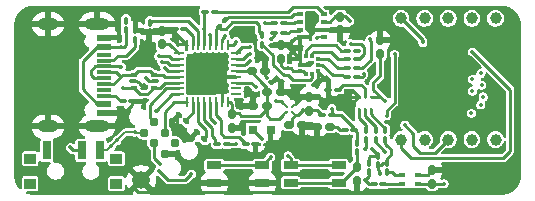
<source format=gbr>
%TF.GenerationSoftware,KiCad,Pcbnew,9.0.4*%
%TF.CreationDate,2025-08-29T23:53:31-07:00*%
%TF.ProjectId,WeatherPill,57656174-6865-4725-9069-6c6c2e6b6963,rev?*%
%TF.SameCoordinates,Original*%
%TF.FileFunction,Copper,L1,Top*%
%TF.FilePolarity,Positive*%
%FSLAX46Y46*%
G04 Gerber Fmt 4.6, Leading zero omitted, Abs format (unit mm)*
G04 Created by KiCad (PCBNEW 9.0.4) date 2025-08-29 23:53:31*
%MOMM*%
%LPD*%
G01*
G04 APERTURE LIST*
G04 Aperture macros list*
%AMRoundRect*
0 Rectangle with rounded corners*
0 $1 Rounding radius*
0 $2 $3 $4 $5 $6 $7 $8 $9 X,Y pos of 4 corners*
0 Add a 4 corners polygon primitive as box body*
4,1,4,$2,$3,$4,$5,$6,$7,$8,$9,$2,$3,0*
0 Add four circle primitives for the rounded corners*
1,1,$1+$1,$2,$3*
1,1,$1+$1,$4,$5*
1,1,$1+$1,$6,$7*
1,1,$1+$1,$8,$9*
0 Add four rect primitives between the rounded corners*
20,1,$1+$1,$2,$3,$4,$5,0*
20,1,$1+$1,$4,$5,$6,$7,0*
20,1,$1+$1,$6,$7,$8,$9,0*
20,1,$1+$1,$8,$9,$2,$3,0*%
G04 Aperture macros list end*
%TA.AperFunction,SMDPad,CuDef*%
%ADD10R,0.711200X1.498600*%
%TD*%
%TA.AperFunction,SMDPad,CuDef*%
%ADD11R,0.990600X0.812800*%
%TD*%
%TA.AperFunction,SMDPad,CuDef*%
%ADD12RoundRect,0.100000X0.100000X-0.217500X0.100000X0.217500X-0.100000X0.217500X-0.100000X-0.217500X0*%
%TD*%
%TA.AperFunction,SMDPad,CuDef*%
%ADD13RoundRect,0.062500X0.375000X0.062500X-0.375000X0.062500X-0.375000X-0.062500X0.375000X-0.062500X0*%
%TD*%
%TA.AperFunction,SMDPad,CuDef*%
%ADD14RoundRect,0.062500X0.062500X0.375000X-0.062500X0.375000X-0.062500X-0.375000X0.062500X-0.375000X0*%
%TD*%
%TA.AperFunction,HeatsinkPad*%
%ADD15R,3.450000X3.450000*%
%TD*%
%TA.AperFunction,SMDPad,CuDef*%
%ADD16RoundRect,0.160000X0.160000X-0.222500X0.160000X0.222500X-0.160000X0.222500X-0.160000X-0.222500X0*%
%TD*%
%TA.AperFunction,SMDPad,CuDef*%
%ADD17RoundRect,0.100000X0.217500X0.100000X-0.217500X0.100000X-0.217500X-0.100000X0.217500X-0.100000X0*%
%TD*%
%TA.AperFunction,SMDPad,CuDef*%
%ADD18RoundRect,0.100000X-0.217500X-0.100000X0.217500X-0.100000X0.217500X0.100000X-0.217500X0.100000X0*%
%TD*%
%TA.AperFunction,SMDPad,CuDef*%
%ADD19RoundRect,0.100000X0.224506X-0.083085X-0.083085X0.224506X-0.224506X0.083085X0.083085X-0.224506X0*%
%TD*%
%TA.AperFunction,SMDPad,CuDef*%
%ADD20R,0.800000X0.800000*%
%TD*%
%TA.AperFunction,SMDPad,CuDef*%
%ADD21R,0.500000X0.350000*%
%TD*%
%TA.AperFunction,SMDPad,CuDef*%
%ADD22RoundRect,0.100000X0.083085X0.224506X-0.224506X-0.083085X-0.083085X-0.224506X0.224506X0.083085X0*%
%TD*%
%TA.AperFunction,SMDPad,CuDef*%
%ADD23C,0.260000*%
%TD*%
%TA.AperFunction,SMDPad,CuDef*%
%ADD24RoundRect,0.160000X-0.222500X-0.160000X0.222500X-0.160000X0.222500X0.160000X-0.222500X0.160000X0*%
%TD*%
%TA.AperFunction,SMDPad,CuDef*%
%ADD25RoundRect,0.160000X0.222500X0.160000X-0.222500X0.160000X-0.222500X-0.160000X0.222500X-0.160000X0*%
%TD*%
%TA.AperFunction,SMDPad,CuDef*%
%ADD26RoundRect,0.160000X-0.160000X0.222500X-0.160000X-0.222500X0.160000X-0.222500X0.160000X0.222500X0*%
%TD*%
%TA.AperFunction,SMDPad,CuDef*%
%ADD27R,0.304800X0.381000*%
%TD*%
%TA.AperFunction,SMDPad,CuDef*%
%ADD28R,0.355600X0.304800*%
%TD*%
%TA.AperFunction,ComponentPad*%
%ADD29C,1.000000*%
%TD*%
%TA.AperFunction,SMDPad,CuDef*%
%ADD30R,1.244600X0.660400*%
%TD*%
%TA.AperFunction,SMDPad,CuDef*%
%ADD31RoundRect,0.100000X-0.100000X0.217500X-0.100000X-0.217500X0.100000X-0.217500X0.100000X0.217500X0*%
%TD*%
%TA.AperFunction,SMDPad,CuDef*%
%ADD32R,0.500000X0.300000*%
%TD*%
%TA.AperFunction,SMDPad,CuDef*%
%ADD33R,1.150000X0.600000*%
%TD*%
%TA.AperFunction,SMDPad,CuDef*%
%ADD34R,1.150000X0.300000*%
%TD*%
%TA.AperFunction,ComponentPad*%
%ADD35O,2.100000X1.000000*%
%TD*%
%TA.AperFunction,ComponentPad*%
%ADD36O,1.800000X1.000000*%
%TD*%
%TA.AperFunction,ConnectorPad*%
%ADD37C,0.787400*%
%TD*%
%TA.AperFunction,SMDPad,CuDef*%
%ADD38RoundRect,0.093750X-0.156250X-0.093750X0.156250X-0.093750X0.156250X0.093750X-0.156250X0.093750X0*%
%TD*%
%TA.AperFunction,SMDPad,CuDef*%
%ADD39RoundRect,0.075000X-0.250000X-0.075000X0.250000X-0.075000X0.250000X0.075000X-0.250000X0.075000X0*%
%TD*%
%TA.AperFunction,SMDPad,CuDef*%
%ADD40C,1.500000*%
%TD*%
%TA.AperFunction,SMDPad,CuDef*%
%ADD41C,0.230000*%
%TD*%
%TA.AperFunction,ViaPad*%
%ADD42C,0.350000*%
%TD*%
%TA.AperFunction,Conductor*%
%ADD43C,0.250000*%
%TD*%
%TA.AperFunction,Conductor*%
%ADD44C,0.200000*%
%TD*%
G04 APERTURE END LIST*
D10*
%TO.P,SW1,1,1*%
%TO.N,unconnected-(SW1-Pad1)*%
X21749997Y-78750000D03*
%TO.P,SW1,2,2*%
%TO.N,Net-(BT1-PadP)*%
X24750000Y-78750000D03*
%TO.P,SW1,3,3*%
%TO.N,V_BUS_3V*%
X26250000Y-78750000D03*
D11*
%TO.P,SW1,4*%
%TO.N,N/C*%
X20350000Y-79450001D03*
%TO.P,SW1,5*%
X27650000Y-79450001D03*
%TO.P,SW1,6*%
X20350020Y-81549999D03*
%TO.P,SW1,7*%
X27649980Y-81549999D03*
%TD*%
D12*
%TO.P,R19,1*%
%TO.N,V_USB*%
X28448000Y-68565000D03*
%TO.P,R19,2*%
%TO.N,unconnected-(R19-Pad2)*%
X28448000Y-67750000D03*
%TD*%
D13*
%TO.P,U8,1,PC14*%
%TO.N,unconnected-(U8-PC14-Pad1)*%
X37787500Y-74000000D03*
%TO.P,U8,2,PC15*%
%TO.N,unconnected-(U8-PC15-Pad2)*%
X37787500Y-73500000D03*
%TO.P,U8,3,NRST*%
%TO.N,NRST*%
X37787500Y-73000000D03*
%TO.P,U8,4,VSSA*%
%TO.N,GND*%
X37787500Y-72500000D03*
%TO.P,U8,5,VDDA*%
%TO.N,V_BUS_3V*%
X37787500Y-72000000D03*
%TO.P,U8,6,PA0*%
%TO.N,BTN_1*%
X37787500Y-71500000D03*
%TO.P,U8,7,PA1*%
%TO.N,BTN_2*%
X37787500Y-71000000D03*
%TO.P,U8,8,PA2*%
%TO.N,~{DISP_RST}*%
X37787500Y-70500000D03*
D14*
%TO.P,U8,9,PA3*%
%TO.N,CS_1*%
X37100000Y-69812500D03*
%TO.P,U8,10,PA4*%
%TO.N,CS_2*%
X36600000Y-69812500D03*
%TO.P,U8,11,SPI1_SCK*%
%TO.N,SCK_1*%
X36100000Y-69812500D03*
%TO.P,U8,12,SPI1_MISO*%
%TO.N,SDI_1*%
X35600000Y-69812500D03*
%TO.P,U8,13,SPI1_MOSI*%
%TO.N,SDO_1*%
X35100000Y-69812500D03*
%TO.P,U8,14,PB0*%
%TO.N,Net-(U8-PB0)*%
X34600000Y-69812500D03*
%TO.P,U8,15,PB1*%
%TO.N,Net-(U8-PB1)*%
X34100000Y-69812500D03*
%TO.P,U8,16,VSS*%
%TO.N,GND*%
X33600000Y-69812500D03*
D13*
%TO.P,U8,17,VDD*%
%TO.N,V_BUS_3V*%
X32912500Y-70500000D03*
%TO.P,U8,18,PA8*%
%TO.N,HDC_DRDY*%
X32912500Y-71000000D03*
%TO.P,U8,19,I2C1_SCL*%
%TO.N,SCL_1*%
X32912500Y-71500000D03*
%TO.P,U8,20,I2C1_SDA*%
%TO.N,SDA_1*%
X32912500Y-72000000D03*
%TO.P,U8,21,USB_DM*%
%TO.N,USB_D+*%
X32912500Y-72500000D03*
%TO.P,U8,22,USB_DP*%
%TO.N,USB_D-*%
X32912500Y-73000000D03*
%TO.P,U8,23,SYS_SWDIO*%
%TO.N,SWDIO*%
X32912500Y-73500000D03*
%TO.P,U8,24,VDD_USB*%
%TO.N,V_USB*%
X32912500Y-74000000D03*
D14*
%TO.P,U8,25,SYS_SWCLK*%
%TO.N,SWCLK*%
X33600000Y-74687500D03*
%TO.P,U8,26,PB4*%
%TO.N,Net-(U8-PB4)*%
X34100000Y-74687500D03*
%TO.P,U8,27,PB5*%
%TO.N,Net-(U8-PB5)*%
X34600000Y-74687500D03*
%TO.P,U8,28,PB6*%
%TO.N,Net-(U8-PB6)*%
X35100000Y-74687500D03*
%TO.P,U8,29,PB7*%
%TO.N,CONTROL_ZONE_1*%
X35600000Y-74687500D03*
%TO.P,U8,30,BOOT0*%
%TO.N,Net-(U8-BOOT0)*%
X36100000Y-74687500D03*
%TO.P,U8,31,VSS*%
%TO.N,GND*%
X36600000Y-74687500D03*
%TO.P,U8,32,VDD*%
%TO.N,V_BUS_3V*%
X37100000Y-74687500D03*
D15*
%TO.P,U8,33,VSS*%
%TO.N,GND*%
X35350000Y-72250000D03*
%TD*%
D16*
%TO.P,C7,1*%
%TO.N,GND*%
X46600000Y-68572500D03*
%TO.P,C7,2*%
%TO.N,V_BUS_ZONE_1*%
X46600000Y-67427500D03*
%TD*%
D17*
%TO.P,R18,1*%
%TO.N,Net-(U5-CSB)*%
X41807500Y-68800000D03*
%TO.P,R18,2*%
%TO.N,CS_1*%
X40992500Y-68800000D03*
%TD*%
D18*
%TO.P,R37,1*%
%TO.N,Net-(U7-CSB)*%
X47192500Y-71050000D03*
%TO.P,R37,2*%
%TO.N,CS_2*%
X48007500Y-71050000D03*
%TD*%
%TO.P,R38,1*%
%TO.N,Net-(U7-INT)*%
X47192500Y-70300000D03*
%TO.P,R38,2*%
%TO.N,unconnected-(R38-Pad2)*%
X48007500Y-70300000D03*
%TD*%
D17*
%TO.P,R2,1*%
%TO.N,GND*%
X39407500Y-78200000D03*
%TO.P,R2,2*%
%TO.N,Net-(U8-BOOT0)*%
X38592500Y-78200000D03*
%TD*%
D16*
%TO.P,C6,1*%
%TO.N,GND*%
X48000000Y-81322500D03*
%TO.P,C6,2*%
%TO.N,Net-(C6-Pad2)*%
X48000000Y-80177500D03*
%TD*%
D12*
%TO.P,R11,1*%
%TO.N,SCL_1*%
X49000000Y-80607500D03*
%TO.P,R11,2*%
%TO.N,V_BUS_ZONE_1*%
X49000000Y-79792500D03*
%TD*%
D19*
%TO.P,R9,1*%
%TO.N,Net-(U8-PB5)*%
X35038146Y-77788146D03*
%TO.P,R9,2*%
%TO.N,GND*%
X34461854Y-77211854D03*
%TD*%
D20*
%TO.P,D1,A,A*%
%TO.N,Net-(D1-PadA)*%
X39200000Y-77000000D03*
%TO.P,D1,C,C*%
%TO.N,GND*%
X40700000Y-77000000D03*
%TD*%
D21*
%TO.P,U5,1,GND*%
%TO.N,GND*%
X43175000Y-69175000D03*
%TO.P,U5,2,CSB*%
%TO.N,Net-(U5-CSB)*%
X43175000Y-68525000D03*
%TO.P,U5,3,SDI*%
%TO.N,Net-(U5-SDI)*%
X43175000Y-67875000D03*
%TO.P,U5,4,SCK*%
%TO.N,Net-(U5-SCK)*%
X43175000Y-67225000D03*
%TO.P,U5,5,SDO*%
%TO.N,Net-(U5-SDO)*%
X45225000Y-67225000D03*
%TO.P,U5,6,VDDIO*%
%TO.N,V_BUS_ZONE_1*%
X45225000Y-67875000D03*
%TO.P,U5,7,GND*%
%TO.N,GND*%
X45225000Y-68525000D03*
%TO.P,U5,8,VDD*%
%TO.N,V_BUS_ZONE_1*%
X45225000Y-69175000D03*
%TD*%
D22*
%TO.P,R16,1*%
%TO.N,Net-(U5-SCK)*%
X36888146Y-67711854D03*
%TO.P,R16,2*%
%TO.N,SCK_1*%
X36311854Y-68288146D03*
%TD*%
D16*
%TO.P,C1,1*%
%TO.N,V_BUS_3V*%
X31500000Y-69750000D03*
%TO.P,C1,2*%
%TO.N,GND*%
X31500000Y-68605000D03*
%TD*%
D17*
%TO.P,R3,1*%
%TO.N,GND*%
X29007500Y-74600000D03*
%TO.P,R3,2*%
%TO.N,Net-(J2-CC2)*%
X28192500Y-74600000D03*
%TD*%
D18*
%TO.P,R29,1*%
%TO.N,Net-(U8-PB6)*%
X36192500Y-78200000D03*
%TO.P,R29,2*%
%TO.N,Net-(D1-PadA)*%
X37007500Y-78200000D03*
%TD*%
D23*
%TO.P,U6,A1,VDD*%
%TO.N,V_BUS_ZONE_1*%
X49200000Y-74200000D03*
%TO.P,U6,A2,SDA*%
%TO.N,Net-(U6-SDA)*%
X49200000Y-75200000D03*
%TO.P,U6,B1,ADDR*%
%TO.N,Net-(U6-ADDR)*%
X48700000Y-74200000D03*
%TO.P,U6,B2,SCL*%
%TO.N,Net-(U6-SCL)*%
X48700000Y-75200000D03*
%TO.P,U6,C1,GND*%
%TO.N,GND*%
X48200000Y-74200000D03*
%TO.P,U6,C2,DRDY/INT*%
%TO.N,Net-(U6-DRDY{slash}INT)*%
X48200000Y-75200000D03*
%TD*%
D24*
%TO.P,C5,1*%
%TO.N,GND*%
X44627500Y-76750000D03*
%TO.P,C5,2*%
%TO.N,Net-(C5-Pad2)*%
X45772500Y-76750000D03*
%TD*%
D12*
%TO.P,R33,1*%
%TO.N,HDC_DRDY*%
X48800000Y-77840000D03*
%TO.P,R33,2*%
%TO.N,Net-(U6-DRDY{slash}INT)*%
X48800000Y-77025000D03*
%TD*%
D17*
%TO.P,R15,1*%
%TO.N,V_BUS_3V*%
X45907500Y-75750000D03*
%TO.P,R15,2*%
%TO.N,V_BUS_ZONE_1*%
X45092500Y-75750000D03*
%TD*%
D25*
%TO.P,C11,1*%
%TO.N,V_BUS_3V*%
X40372500Y-75000000D03*
%TO.P,C11,2*%
%TO.N,GND*%
X39227500Y-75000000D03*
%TD*%
D12*
%TO.P,R10,1*%
%TO.N,Net-(U3-SDA)*%
X50600000Y-80615000D03*
%TO.P,R10,2*%
%TO.N,SDA_1*%
X50600000Y-79800000D03*
%TD*%
D26*
%TO.P,C2,1*%
%TO.N,V_BUS_3V*%
X37400000Y-75677500D03*
%TO.P,C2,2*%
%TO.N,GND*%
X37400000Y-76822500D03*
%TD*%
D27*
%TO.P,U7,1,VDDIO*%
%TO.N,V_BUS_ZONE_1*%
X43723001Y-72260300D03*
%TO.P,U7,2,SCK*%
%TO.N,Net-(U7-SCK)*%
X44223001Y-72260300D03*
D28*
%TO.P,U7,3,VSS*%
%TO.N,GND*%
X44746002Y-71999998D03*
%TO.P,U7,4,SDI*%
%TO.N,Net-(U7-SDI)*%
X44746002Y-71499999D03*
%TO.P,U7,5,SDO*%
%TO.N,Net-(U7-SDO)*%
X44746002Y-71000000D03*
D27*
%TO.P,U7,6,CSB*%
%TO.N,Net-(U7-CSB)*%
X44223001Y-70739698D03*
%TO.P,U7,7,INT*%
%TO.N,Net-(U7-INT)*%
X43723001Y-70739698D03*
D28*
%TO.P,U7,8,VSS*%
%TO.N,GND*%
X43200000Y-71000000D03*
%TO.P,U7,9,VSS*%
X43200000Y-71499999D03*
%TO.P,U7,10,VDD*%
%TO.N,V_BUS_ZONE_1*%
X43200000Y-71999998D03*
%TD*%
D12*
%TO.P,R13,1*%
%TO.N,Net-(C6-Pad2)*%
X48000000Y-78907500D03*
%TO.P,R13,2*%
%TO.N,V_BUS_3V*%
X48000000Y-78092500D03*
%TD*%
D29*
%TO.P,L1,1,1*%
%TO.N,SEG0*%
X51750000Y-67575000D03*
%TO.P,L1,2,2*%
%TO.N,SEG1*%
X53750000Y-67575000D03*
%TO.P,L1,3,3*%
%TO.N,SEG2*%
X55750000Y-67575000D03*
%TO.P,L1,4,4*%
%TO.N,SEG3*%
X57750000Y-67575000D03*
%TO.P,L1,5,5*%
%TO.N,SEG4*%
X59750000Y-67575000D03*
%TO.P,L1,6,6*%
%TO.N,SEG5*%
X51750000Y-77825000D03*
%TO.P,L1,7,7*%
%TO.N,COM3*%
X53750000Y-77825000D03*
%TO.P,L1,8,8*%
%TO.N,COM2*%
X55750000Y-77825000D03*
%TO.P,L1,9,9*%
%TO.N,COM1*%
X57750000Y-77825000D03*
%TO.P,L1,10,10*%
%TO.N,COM0*%
X59750000Y-77825000D03*
%TD*%
D30*
%TO.P,SW4,1,1*%
%TO.N,BTN_2*%
X42407200Y-80009999D03*
X46471200Y-80009999D03*
%TO.P,SW4,2,2*%
%TO.N,Net-(C6-Pad2)*%
X42407200Y-81490001D03*
X46471200Y-81490001D03*
%TD*%
D17*
%TO.P,R7,1*%
%TO.N,Net-(U8-PB1)*%
X33407500Y-68500000D03*
%TO.P,R7,2*%
%TO.N,GND*%
X32592500Y-68500000D03*
%TD*%
D31*
%TO.P,R31,1*%
%TO.N,Net-(U6-SDA)*%
X50400000Y-77025000D03*
%TO.P,R31,2*%
%TO.N,SDA_1*%
X50400000Y-77840000D03*
%TD*%
%TO.P,R6,1*%
%TO.N,Net-(U8-PB0)*%
X30500000Y-67935000D03*
%TO.P,R6,2*%
%TO.N,GND*%
X30500000Y-68750000D03*
%TD*%
D32*
%TO.P,U3,1,SDA*%
%TO.N,Net-(U3-SDA)*%
X51800000Y-80800000D03*
%TO.P,U3,2,SCL*%
%TO.N,Net-(U3-SCL)*%
X51800000Y-81600000D03*
%TO.P,U3,3,VDD*%
%TO.N,V_BUS_ZONE_1*%
X53200000Y-81600000D03*
%TO.P,U3,4,VSS*%
%TO.N,GND*%
X53200000Y-80800000D03*
%TD*%
D24*
%TO.P,C3,1*%
%TO.N,V_BUS_3V*%
X39105000Y-72000000D03*
%TO.P,C3,2*%
%TO.N,GND*%
X40250000Y-72000000D03*
%TD*%
%TO.P,C13,1*%
%TO.N,V_BUS_ZONE_1*%
X42227500Y-76600000D03*
%TO.P,C13,2*%
%TO.N,GND*%
X43372500Y-76600000D03*
%TD*%
D33*
%TO.P,J2,A1_B12,GND*%
%TO.N,GND*%
X26599000Y-69190000D03*
%TO.P,J2,A4_B9,VBUS*%
%TO.N,V_USB*%
X26599000Y-69990000D03*
D34*
%TO.P,J2,A5,CC1*%
%TO.N,Net-(J2-CC1)*%
X26599000Y-71140000D03*
%TO.P,J2,A6,DP1*%
%TO.N,USB_D+*%
X26599000Y-72140000D03*
%TO.P,J2,A7,DN1*%
%TO.N,USB_D-*%
X26599000Y-72640000D03*
%TO.P,J2,A8,SBU1*%
%TO.N,unconnected-(J2-SBU1-PadA8)*%
X26599000Y-73640000D03*
D33*
%TO.P,J2,B1_A12,GND__1*%
%TO.N,GND*%
X26599000Y-75590000D03*
%TO.P,J2,B4_A9,VBUS__1*%
%TO.N,V_USB*%
X26599000Y-74790000D03*
D34*
%TO.P,J2,B5,CC2*%
%TO.N,Net-(J2-CC2)*%
X26599000Y-74140000D03*
%TO.P,J2,B6,DP2*%
%TO.N,USB_D+*%
X26599000Y-73140000D03*
%TO.P,J2,B7,DN2*%
%TO.N,USB_D-*%
X26599000Y-71640000D03*
%TO.P,J2,B8,SBU2*%
%TO.N,unconnected-(J2-SBU2-PadB8)*%
X26599000Y-70640000D03*
D35*
%TO.P,J2,SH1,SHELL_GND*%
%TO.N,GND*%
X26024000Y-68070000D03*
%TO.P,J2,SH2,SHELL_GND__1*%
X26024000Y-76710000D03*
D36*
%TO.P,J2,SH3,SHELL_GND__2*%
X21844000Y-68070000D03*
%TO.P,J2,SH4,SHELL_GND__3*%
X21844000Y-76710000D03*
%TD*%
D30*
%TO.P,SW3,1,1*%
%TO.N,BTN_1*%
X35936000Y-80009999D03*
X40000000Y-80009999D03*
%TO.P,SW3,2,2*%
%TO.N,GND*%
X35936000Y-81490001D03*
X40000000Y-81490001D03*
%TD*%
D37*
%TO.P,J1,1,VCC*%
%TO.N,V_BUS_3V*%
X29953949Y-77250000D03*
%TO.P,J1,2,SWDIO*%
%TO.N,SWDIO*%
X30851974Y-76351975D03*
%TO.P,J1,3,~{RESET}*%
%TO.N,NRST*%
X30851974Y-78148026D03*
%TO.P,J1,4,SWCLK*%
%TO.N,SWCLK*%
X31750000Y-77250000D03*
%TO.P,J1,5,GND*%
%TO.N,GND*%
X31750000Y-79046051D03*
%TO.P,J1,6,SWO*%
%TO.N,SWO*%
X32648025Y-78148026D03*
%TD*%
D12*
%TO.P,R12,1*%
%TO.N,SDA_1*%
X49800000Y-80007500D03*
%TO.P,R12,2*%
%TO.N,V_BUS_ZONE_1*%
X49800000Y-79192500D03*
%TD*%
D38*
%TO.P,U1,1,I/O1*%
%TO.N,USB_D+*%
X29122000Y-72360500D03*
D39*
%TO.P,U1,2,GND*%
%TO.N,GND*%
X29047000Y-72898000D03*
D38*
%TO.P,U1,3,I/O2*%
%TO.N,USB_D-*%
X29122000Y-73435500D03*
%TO.P,U1,4,I/O2*%
X30822000Y-73435500D03*
D39*
%TO.P,U1,5,VBUS*%
%TO.N,V_USB*%
X30897000Y-72898000D03*
D38*
%TO.P,U1,6,I/O1*%
%TO.N,USB_D+*%
X30822000Y-72360500D03*
%TD*%
D24*
%TO.P,C10,1*%
%TO.N,V_BUS_3V*%
X40427500Y-73800000D03*
%TO.P,C10,2*%
%TO.N,GND*%
X41572500Y-73800000D03*
%TD*%
D17*
%TO.P,R14,1*%
%TO.N,Net-(U5-SDO)*%
X36007500Y-67000000D03*
%TO.P,R14,2*%
%TO.N,SDO_1*%
X35192500Y-67000000D03*
%TD*%
%TO.P,R1,1*%
%TO.N,Net-(U3-SCL)*%
X50240000Y-81600000D03*
%TO.P,R1,2*%
%TO.N,SCL_1*%
X49425000Y-81600000D03*
%TD*%
D18*
%TO.P,R34,1*%
%TO.N,Net-(U7-SDO)*%
X47192500Y-71800000D03*
%TO.P,R34,2*%
%TO.N,SDO_1*%
X48007500Y-71800000D03*
%TD*%
D40*
%TO.P,TP2,1,1*%
%TO.N,GND*%
X29750000Y-81250000D03*
%TD*%
D17*
%TO.P,R32,1*%
%TO.N,Net-(U6-ADDR)*%
X46407500Y-73600000D03*
%TO.P,R32,2*%
%TO.N,GND*%
X45592500Y-73600000D03*
%TD*%
D16*
%TO.P,C12,1*%
%TO.N,V_BUS_ZONE_1*%
X44000000Y-75372500D03*
%TO.P,C12,2*%
%TO.N,GND*%
X44000000Y-74227500D03*
%TD*%
D18*
%TO.P,R36,1*%
%TO.N,Net-(U7-SDI)*%
X47192500Y-72550000D03*
%TO.P,R36,2*%
%TO.N,SDI_1*%
X48007500Y-72550000D03*
%TD*%
D17*
%TO.P,R17,1*%
%TO.N,Net-(U5-SDI)*%
X41807500Y-68000000D03*
%TO.P,R17,2*%
%TO.N,SDI_1*%
X40992500Y-68000000D03*
%TD*%
D41*
%TO.P,U4,A1,VOUT*%
%TO.N,V_BUS_ZONE_1*%
X42500000Y-75500000D03*
%TO.P,U4,A2,VIN*%
%TO.N,V_BUS_3V*%
X42099998Y-75500000D03*
%TO.P,U4,B1,GND*%
%TO.N,GND*%
X42500000Y-75099998D03*
%TO.P,U4,B2,ON*%
%TO.N,CONTROL_ZONE_1*%
X42099998Y-75099998D03*
%TD*%
D31*
%TO.P,R30,1*%
%TO.N,Net-(U6-SCL)*%
X49600000Y-77025000D03*
%TO.P,R30,2*%
%TO.N,SCL_1*%
X49600000Y-77840000D03*
%TD*%
D26*
%TO.P,C4,1*%
%TO.N,GND*%
X54400000Y-80427499D03*
%TO.P,C4,2*%
%TO.N,V_BUS_ZONE_1*%
X54400000Y-81572501D03*
%TD*%
D12*
%TO.P,R35,1*%
%TO.N,Net-(U7-SCK)*%
X40000000Y-69807500D03*
%TO.P,R35,2*%
%TO.N,SCK_1*%
X40000000Y-68992500D03*
%TD*%
D26*
%TO.P,C8,1*%
%TO.N,GND*%
X50000000Y-69427500D03*
%TO.P,C8,2*%
%TO.N,V_BUS_ZONE_1*%
X50000000Y-70572500D03*
%TD*%
D12*
%TO.P,R4,1*%
%TO.N,Net-(J2-CC1)*%
X29250000Y-69407500D03*
%TO.P,R4,2*%
%TO.N,GND*%
X29250000Y-68592500D03*
%TD*%
D19*
%TO.P,R20,1*%
%TO.N,Net-(U8-PB4)*%
X33538146Y-76288146D03*
%TO.P,R20,2*%
%TO.N,GND*%
X32961854Y-75711854D03*
%TD*%
D18*
%TO.P,R8,1*%
%TO.N,Net-(C5-Pad2)*%
X46992500Y-77000000D03*
%TO.P,R8,2*%
%TO.N,V_BUS_3V*%
X47807500Y-77000000D03*
%TD*%
D26*
%TO.P,C9,1*%
%TO.N,GND*%
X41600000Y-69827500D03*
%TO.P,C9,2*%
%TO.N,V_BUS_ZONE_1*%
X41600000Y-70972500D03*
%TD*%
D42*
%TO.N,V_BUS_3V*%
X45900000Y-75200000D03*
X27200000Y-78400000D03*
X40000000Y-73000000D03*
X27700000Y-77900000D03*
X32306250Y-69893750D03*
X29200000Y-77200000D03*
%TO.N,GND*%
X28750000Y-78250000D03*
X49422500Y-71600000D03*
X53241054Y-68358946D03*
X47400000Y-74200000D03*
X36500000Y-71000000D03*
X30250000Y-69500000D03*
X40400000Y-72600000D03*
X33000000Y-79500000D03*
X35350000Y-72250000D03*
X33600000Y-67000000D03*
X34028211Y-77881273D03*
X30000000Y-74800000D03*
X38200000Y-76500000D03*
X43000000Y-74177500D03*
X36425000Y-73325000D03*
X43800000Y-71400000D03*
X29250000Y-67500000D03*
X40600000Y-78000000D03*
X44000000Y-76800000D03*
X29250000Y-82000000D03*
X40849804Y-69950196D03*
X29737266Y-73246645D03*
X45400000Y-72800000D03*
X28500000Y-75750000D03*
X27500000Y-80500000D03*
X20250000Y-76750000D03*
X30000000Y-71400000D03*
X50000000Y-68800000D03*
X42500000Y-69500000D03*
X39400000Y-74200000D03*
X50200000Y-73200000D03*
%TO.N,SDA_1*%
X31750000Y-71750000D03*
X50000000Y-80750000D03*
%TO.N,SCL_1*%
X50375000Y-78875000D03*
X48695000Y-81250000D03*
X51200000Y-70600000D03*
X31500000Y-71250000D03*
X50546446Y-75800000D03*
%TO.N,CS_1*%
X37800000Y-69532502D03*
X40706777Y-69303223D03*
%TO.N,CS_2*%
X36868813Y-69032502D03*
X47500000Y-69725000D03*
%TO.N,V_USB*%
X31000000Y-75400000D03*
X28080000Y-69990000D03*
X30125000Y-72625000D03*
%TO.N,BTN_1*%
X40700000Y-79300000D03*
X39000000Y-71200000D03*
%TO.N,BTN_2*%
X42200000Y-79200000D03*
X39000000Y-70600000D03*
%TO.N,V_BUS_ZONE_1*%
X43427500Y-75322500D03*
X44600000Y-69200000D03*
X50400000Y-74600000D03*
X49293756Y-78614959D03*
X42200000Y-71800000D03*
X47400000Y-67800000D03*
X55400000Y-81572501D03*
%TO.N,CONTROL_ZONE_1*%
X36000000Y-76405084D03*
X41200000Y-74600000D03*
%TO.N,NRST*%
X39465002Y-73400000D03*
X31367169Y-79879025D03*
%TO.N,USB_D-*%
X28071501Y-71696554D03*
X28250000Y-73500000D03*
%TO.N,HDC_DRDY*%
X31250000Y-70750000D03*
X34000000Y-80750000D03*
X31250000Y-80500000D03*
X48736181Y-78600000D03*
%TO.N,SDO_1*%
X35100000Y-68456095D03*
X49100000Y-69357108D03*
%TO.N,SDI_1*%
X35600000Y-69000000D03*
X40208692Y-67951000D03*
X48582875Y-72284290D03*
%TO.N,Net-(D1-PadA)*%
X40000000Y-77800000D03*
X37800000Y-78200000D03*
%TO.N,Net-(BT1-PadP)*%
X23750000Y-78500000D03*
%TO.N,SEG0*%
X53600000Y-69600000D03*
%TO.N,unconnected-(U2-SEG8-Pad20)*%
X57800000Y-72720000D03*
%TO.N,SEG5*%
X57800000Y-70400000D03*
%TO.N,unconnected-(U2-SEG10-Pad22)*%
X57800000Y-73720000D03*
%TO.N,~{DISP_RST}*%
X38950000Y-70000000D03*
%TO.N,unconnected-(U2-SEG12-Pad24)*%
X58500000Y-74900000D03*
%TO.N,unconnected-(U2-SEG13-Pad25)*%
X57700000Y-75600000D03*
%TO.N,unconnected-(U2-SEG9-Pad21)*%
X58580000Y-73220000D03*
%TO.N,unconnected-(U2-SEG11-Pad23)*%
X58700000Y-74220000D03*
%TO.N,unconnected-(U2-SEG7-Pad19)*%
X58500000Y-72220000D03*
%TO.N,COM2*%
X52080000Y-76600000D03*
%TD*%
D43*
%TO.N,V_BUS_3V*%
X40372500Y-75000000D02*
X40372500Y-75772500D01*
X32306250Y-69893750D02*
X32162500Y-69750000D01*
X48000000Y-77192500D02*
X47807500Y-77000000D01*
X32162500Y-69750000D02*
X31500000Y-69750000D01*
D44*
X41750000Y-75750000D02*
X41974002Y-75525998D01*
D43*
X40427500Y-74945000D02*
X40427500Y-73800000D01*
X38200000Y-75800000D02*
X39800000Y-75800000D01*
X40672500Y-76072500D02*
X41427500Y-76072500D01*
X37287500Y-74687500D02*
X37100000Y-74687500D01*
D44*
X27200000Y-78400000D02*
X27700000Y-77900000D01*
D43*
X45907500Y-75750000D02*
X45907500Y-75207500D01*
X47807500Y-76857500D02*
X47807500Y-77000000D01*
X48000000Y-78092500D02*
X48000000Y-77192500D01*
D44*
X29250000Y-77250000D02*
X29200000Y-77200000D01*
D43*
X37477500Y-75600000D02*
X38000000Y-75600000D01*
X32912500Y-70500000D02*
X32306250Y-69893750D01*
D44*
X27700000Y-77900000D02*
X28400000Y-77200000D01*
X26250000Y-78750000D02*
X26850000Y-78750000D01*
X26850000Y-78750000D02*
X27200000Y-78400000D01*
D43*
X38000000Y-75600000D02*
X38200000Y-75800000D01*
X37400000Y-74800000D02*
X37287500Y-74687500D01*
D44*
X29953949Y-77250000D02*
X29250000Y-77250000D01*
D43*
X45907500Y-75207500D02*
X45900000Y-75200000D01*
X37400000Y-75677500D02*
X37400000Y-74800000D01*
X40000000Y-73000000D02*
X40427500Y-73427500D01*
D44*
X41974002Y-75525998D02*
X42074000Y-75525998D01*
D43*
X39105000Y-72105000D02*
X40000000Y-73000000D01*
X40372500Y-75227500D02*
X40372500Y-75000000D01*
X41427500Y-76072500D02*
X41750000Y-75750000D01*
X45907500Y-75750000D02*
X46700000Y-75750000D01*
X39800000Y-75800000D02*
X40372500Y-75227500D01*
X40372500Y-75772500D02*
X40672500Y-76072500D01*
D44*
X28400000Y-77200000D02*
X29200000Y-77200000D01*
D43*
X37787500Y-72000000D02*
X39105000Y-72000000D01*
X40427500Y-73427500D02*
X40427500Y-73800000D01*
X46700000Y-75750000D02*
X47807500Y-76857500D01*
%TO.N,GND*%
X43372500Y-76600000D02*
X43800000Y-76600000D01*
X41972500Y-73800000D02*
X42350000Y-74177500D01*
X47400000Y-74200000D02*
X45842387Y-74200000D01*
X42350000Y-74177500D02*
X43000000Y-74177500D01*
X40250000Y-72450000D02*
X40250000Y-72050000D01*
X42172500Y-69827500D02*
X42500000Y-69500000D01*
X29250000Y-82000000D02*
X29500000Y-82250000D01*
X32592500Y-68805000D02*
X32592500Y-68500000D01*
X44050000Y-74177500D02*
X43000000Y-74177500D01*
X29454714Y-72922000D02*
X29412621Y-72922000D01*
X41627500Y-69800000D02*
X41000000Y-69800000D01*
X29007500Y-74600000D02*
X29007500Y-74925228D01*
X40700000Y-77900000D02*
X40600000Y-78000000D01*
X29007500Y-74925228D02*
X28500000Y-75432728D01*
X30500000Y-68750000D02*
X31355000Y-68750000D01*
X45592500Y-73950113D02*
X45592500Y-73600000D01*
X30342500Y-68592500D02*
X30500000Y-68750000D01*
X30250000Y-69500000D02*
X30250000Y-69000000D01*
D44*
X37877500Y-76822500D02*
X38200000Y-76500000D01*
D43*
X30250000Y-69000000D02*
X30500000Y-68750000D01*
X35600000Y-72500000D02*
X37787500Y-72500000D01*
X32750000Y-76500000D02*
X32750000Y-75923708D01*
X43200000Y-71000000D02*
X42027500Y-69827500D01*
X29250000Y-68592500D02*
X30342500Y-68592500D01*
X34028211Y-77778211D02*
X34028211Y-77881273D01*
X43800000Y-76600000D02*
X44000000Y-76800000D01*
X41600000Y-69827500D02*
X42172500Y-69827500D01*
X47400000Y-74200000D02*
X48200000Y-74200000D01*
X29500000Y-82250000D02*
X48000000Y-82250000D01*
X32750000Y-76500000D02*
X34028211Y-77778211D01*
X45400000Y-72800000D02*
X44746002Y-72146002D01*
D44*
X42799999Y-74799999D02*
X42525998Y-75074000D01*
D43*
X44746002Y-72146002D02*
X44746002Y-71999998D01*
X42800000Y-69200000D02*
X42950000Y-69200000D01*
X34028211Y-77881273D02*
X34173708Y-77735776D01*
X28500000Y-75432728D02*
X28500000Y-75750000D01*
X53200000Y-80800000D02*
X54027499Y-80800000D01*
X42027500Y-69827500D02*
X41600000Y-69827500D01*
X41572500Y-73800000D02*
X41972500Y-73800000D01*
D44*
X37400000Y-76822500D02*
X37877500Y-76822500D01*
D43*
X35936000Y-81490001D02*
X40000000Y-81490001D01*
X33600000Y-69812500D02*
X32592500Y-68805000D01*
X42799999Y-74799999D02*
X43399998Y-74200000D01*
X32592500Y-68500000D02*
X31605000Y-68500000D01*
X34173708Y-77500000D02*
X34461854Y-77211854D01*
X39005000Y-74595000D02*
X39005000Y-75000000D01*
X32750000Y-75923708D02*
X32961854Y-75711854D01*
X29698000Y-73207379D02*
X29698000Y-73165286D01*
X45225000Y-68525000D02*
X46552500Y-68525000D01*
X34173708Y-77735776D02*
X34173708Y-77500000D01*
X41000000Y-69800000D02*
X40849804Y-69950196D01*
X45592500Y-72992500D02*
X45400000Y-72800000D01*
X29698000Y-73165286D02*
X29454714Y-72922000D01*
X29412621Y-72922000D02*
X29388621Y-72898000D01*
X29737266Y-73246645D02*
X29698000Y-73207379D01*
X29388621Y-72898000D02*
X29047000Y-72898000D01*
X40700000Y-77000000D02*
X40700000Y-77900000D01*
X39400000Y-74200000D02*
X39005000Y-74595000D01*
X54027499Y-80800000D02*
X54400000Y-80427499D01*
X45842387Y-74200000D02*
X45592500Y-73950113D01*
X42500000Y-69500000D02*
X42800000Y-69200000D01*
X45592500Y-73600000D02*
X45592500Y-72992500D01*
X43399998Y-74200000D02*
X44027500Y-74200000D01*
X43200000Y-71499999D02*
X43200000Y-71000000D01*
X48000000Y-81322500D02*
X48000000Y-82250000D01*
X40400000Y-72600000D02*
X40250000Y-72450000D01*
X44000000Y-76800000D02*
X44200000Y-76600000D01*
X44200000Y-76600000D02*
X44477500Y-76600000D01*
X42950000Y-69200000D02*
X42975000Y-69175000D01*
X36600000Y-74687500D02*
X36600000Y-73500000D01*
X42975000Y-69175000D02*
X43175000Y-69175000D01*
%TO.N,Net-(U3-SCL)*%
X50240000Y-81600000D02*
X51800000Y-81600000D01*
%TO.N,SDA_1*%
X50400000Y-78200000D02*
X50400000Y-77840000D01*
X50028500Y-79971500D02*
X50200000Y-79800000D01*
X50200000Y-79800000D02*
X50600000Y-79800000D01*
X50582521Y-78374000D02*
X50574000Y-78374000D01*
X50876000Y-79124000D02*
X50876000Y-78667479D01*
X50000000Y-80600000D02*
X49800000Y-80400000D01*
X50876000Y-78667479D02*
X50582521Y-78374000D01*
X32912500Y-72000000D02*
X32000000Y-72000000D01*
X50600000Y-79400000D02*
X50876000Y-79124000D01*
X50000000Y-80750000D02*
X50000000Y-80600000D01*
X49800000Y-80400000D02*
X49800000Y-80007500D01*
X32000000Y-72000000D02*
X31750000Y-71750000D01*
X49836000Y-79971500D02*
X50028500Y-79971500D01*
X50574000Y-78374000D02*
X50400000Y-78200000D01*
X50600000Y-79800000D02*
X50600000Y-79400000D01*
%TO.N,SCL_1*%
X50546446Y-75800000D02*
X50546446Y-75346446D01*
X32208521Y-71500000D02*
X31958521Y-71250000D01*
X50326000Y-78795774D02*
X50326000Y-78875000D01*
X49600000Y-78069774D02*
X50326000Y-78795774D01*
X48695000Y-81250000D02*
X49000000Y-80945000D01*
X50546446Y-75346446D02*
X51200000Y-74692892D01*
X31958521Y-71250000D02*
X31500000Y-71250000D01*
X32912500Y-71500000D02*
X32208521Y-71500000D01*
X50326000Y-78875000D02*
X50375000Y-78875000D01*
X51200000Y-74692892D02*
X51200000Y-70600000D01*
X49600000Y-77840000D02*
X49600000Y-78069774D01*
X49045000Y-81600000D02*
X49425000Y-81600000D01*
X48695000Y-81250000D02*
X49045000Y-81600000D01*
X49000000Y-80945000D02*
X49000000Y-80607500D01*
%TO.N,CS_1*%
X37800000Y-69532502D02*
X37532502Y-69800000D01*
X37532502Y-69800000D02*
X37112500Y-69800000D01*
X37112500Y-69800000D02*
X37100000Y-69812500D01*
X40706777Y-69303223D02*
X40992500Y-69017500D01*
X40992500Y-69017500D02*
X40992500Y-68800000D01*
%TO.N,CS_2*%
X36874846Y-69049000D02*
X36600000Y-69323846D01*
X36874846Y-69038535D02*
X36874846Y-69049000D01*
X47500000Y-69725000D02*
X48355226Y-69725000D01*
X36868813Y-69032502D02*
X36874846Y-69038535D01*
X48651000Y-70020774D02*
X48651000Y-70579226D01*
X36600000Y-69323846D02*
X36600000Y-69600000D01*
X48355226Y-69725000D02*
X48651000Y-70020774D01*
X48651000Y-70579226D02*
X48180226Y-71050000D01*
%TO.N,V_USB*%
X28080000Y-69990000D02*
X26599000Y-69990000D01*
X31000000Y-75400000D02*
X32400000Y-74000000D01*
X26599000Y-74790000D02*
X26025364Y-74790000D01*
X26025364Y-74790000D02*
X24800000Y-73564636D01*
X28448000Y-69850000D02*
X28448000Y-68733500D01*
X30398000Y-72898000D02*
X30897000Y-72898000D01*
X24800000Y-71215364D02*
X26025364Y-69990000D01*
X28308000Y-69990000D02*
X28448000Y-69850000D01*
X24800000Y-73564636D02*
X24800000Y-71215364D01*
X30125000Y-72625000D02*
X30398000Y-72898000D01*
X26025364Y-69990000D02*
X26599000Y-69990000D01*
X32400000Y-74000000D02*
X32912500Y-74000000D01*
X28080000Y-69990000D02*
X28308000Y-69990000D01*
%TO.N,Net-(J2-CC2)*%
X27557500Y-74140000D02*
X28017500Y-74600000D01*
X26599000Y-74140000D02*
X27557500Y-74140000D01*
%TO.N,Net-(J2-CC1)*%
X27384000Y-71116000D02*
X27750000Y-70750000D01*
X29250000Y-70000000D02*
X29250000Y-69407500D01*
X26623000Y-71116000D02*
X27384000Y-71116000D01*
X28500000Y-70750000D02*
X29250000Y-70000000D01*
X27750000Y-70750000D02*
X28500000Y-70750000D01*
%TO.N,Net-(U3-SDA)*%
X51015000Y-80615000D02*
X51200000Y-80800000D01*
X51200000Y-80800000D02*
X51800000Y-80800000D01*
X50600000Y-80615000D02*
X51015000Y-80615000D01*
%TO.N,BTN_1*%
X38837810Y-71200000D02*
X39000000Y-71200000D01*
X38586810Y-71451000D02*
X38837810Y-71200000D01*
X40000000Y-80009999D02*
X35936000Y-80009999D01*
X38515379Y-71515379D02*
X38579758Y-71451000D01*
X37787500Y-71500000D02*
X38500000Y-71500000D01*
X38579758Y-71451000D02*
X38586810Y-71451000D01*
X38500000Y-71500000D02*
X38515379Y-71515379D01*
X40000000Y-80000000D02*
X40700000Y-79300000D01*
%TO.N,BTN_2*%
X42407200Y-80009999D02*
X46471200Y-80009999D01*
X39000000Y-70600000D02*
X38800000Y-70600000D01*
X42407200Y-79407200D02*
X42200000Y-79200000D01*
X42407200Y-80009999D02*
X42407200Y-79407200D01*
X38400000Y-71000000D02*
X37787500Y-71000000D01*
X38800000Y-70600000D02*
X38400000Y-71000000D01*
%TO.N,Net-(U5-SDO)*%
X36007500Y-67000000D02*
X42200000Y-67000000D01*
X42200000Y-67000000D02*
X42574000Y-66626000D01*
X42574000Y-66626000D02*
X44626000Y-66626000D01*
X44626000Y-66626000D02*
X45225000Y-67225000D01*
%TO.N,SWDIO*%
X30500000Y-76000001D02*
X30851974Y-76351975D01*
X31887810Y-73500000D02*
X30500000Y-74887810D01*
X30500000Y-74887810D02*
X30500000Y-76000001D01*
X32912500Y-73500000D02*
X31887810Y-73500000D01*
%TO.N,SWCLK*%
X33600000Y-74687500D02*
X32562500Y-74687500D01*
X32562500Y-74687500D02*
X31750000Y-75500000D01*
X31750000Y-75500000D02*
X31750000Y-77250000D01*
D44*
%TO.N,V_BUS_ZONE_1*%
X45225000Y-69175000D02*
X44625000Y-69175000D01*
D43*
X44677500Y-75322500D02*
X44000000Y-75322500D01*
X44677500Y-75322500D02*
X44677500Y-75335000D01*
X50000000Y-74200000D02*
X50400000Y-74600000D01*
X54372501Y-81600000D02*
X53200000Y-81600000D01*
X42200000Y-71800000D02*
X42400000Y-71800000D01*
X49400000Y-73000000D02*
X50000000Y-72400000D01*
X42500000Y-71900000D02*
X42599998Y-71999998D01*
X49200000Y-74200000D02*
X50000000Y-74200000D01*
X42750000Y-75750000D02*
X43000000Y-75750000D01*
X49792500Y-79200000D02*
X49142500Y-79200000D01*
X42400000Y-71800000D02*
X42599998Y-71999998D01*
X42550000Y-76000000D02*
X42750000Y-75800000D01*
X42599998Y-71999998D02*
X43462699Y-71999998D01*
X47000000Y-67400000D02*
X46200000Y-67400000D01*
X43427500Y-75322500D02*
X44000000Y-75322500D01*
X42599998Y-71999998D02*
X43200000Y-71999998D01*
X50400000Y-74600000D02*
X49400000Y-73600000D01*
D44*
X42500000Y-75500000D02*
X42750000Y-75750000D01*
D43*
X42227500Y-76600000D02*
X42550000Y-76277500D01*
X42550000Y-76277500D02*
X42550000Y-76000000D01*
X42200000Y-71800000D02*
X41837810Y-71800000D01*
X49293756Y-78614959D02*
X49800000Y-79121203D01*
X47400000Y-67800000D02*
X47000000Y-67400000D01*
X49400000Y-73600000D02*
X49400000Y-73000000D01*
X46200000Y-67400000D02*
X45725000Y-67875000D01*
X41837810Y-71800000D02*
X41600000Y-71562190D01*
X49000000Y-79342500D02*
X49000000Y-79792500D01*
X43000000Y-75750000D02*
X43427500Y-75322500D01*
X49142500Y-79200000D02*
X49000000Y-79342500D01*
X44677500Y-75335000D02*
X45092500Y-75750000D01*
X50000000Y-72400000D02*
X50000000Y-70572500D01*
X41600000Y-71562190D02*
X41600000Y-70972500D01*
X43462699Y-71999998D02*
X43723001Y-72260300D01*
X55400000Y-81572501D02*
X54400000Y-81572501D01*
X45725000Y-67875000D02*
X45225000Y-67875000D01*
D44*
X44625000Y-69175000D02*
X44600000Y-69200000D01*
%TO.N,CONTROL_ZONE_1*%
X42099998Y-75099998D02*
X41750000Y-74750000D01*
D43*
X35600000Y-76005084D02*
X35600000Y-74687500D01*
X41600000Y-74600000D02*
X41750000Y-74750000D01*
X36000000Y-76405084D02*
X35600000Y-76005084D01*
X41200000Y-74600000D02*
X41600000Y-74600000D01*
%TO.N,Net-(U5-SCK)*%
X42675000Y-67225000D02*
X43175000Y-67225000D01*
X37149000Y-67451000D02*
X42449000Y-67451000D01*
X42449000Y-67451000D02*
X42675000Y-67225000D01*
X36888146Y-67711854D02*
X37149000Y-67451000D01*
%TO.N,Net-(U5-SDI)*%
X41807500Y-68000000D02*
X42675000Y-68000000D01*
X42800000Y-67875000D02*
X43175000Y-67875000D01*
X42675000Y-68000000D02*
X42800000Y-67875000D01*
%TO.N,Net-(U5-CSB)*%
X41807500Y-68800000D02*
X42200000Y-68800000D01*
X42400000Y-68600000D02*
X43100000Y-68600000D01*
X42200000Y-68800000D02*
X42400000Y-68600000D01*
X43100000Y-68600000D02*
X43175000Y-68525000D01*
%TO.N,Net-(U8-BOOT0)*%
X36100000Y-75750000D02*
X36500000Y-76150000D01*
X37992500Y-77600000D02*
X38592500Y-78200000D01*
X36800000Y-77600000D02*
X37992500Y-77600000D01*
X36100000Y-74687500D02*
X36100000Y-75750000D01*
X36500000Y-76150000D02*
X36500000Y-77300000D01*
X36500000Y-77300000D02*
X36800000Y-77600000D01*
%TO.N,Net-(U8-PB0)*%
X34600000Y-68600000D02*
X34600000Y-69812500D01*
X30685000Y-67750000D02*
X33750000Y-67750000D01*
X33750000Y-67750000D02*
X34600000Y-68600000D01*
X30500000Y-67935000D02*
X30685000Y-67750000D01*
%TO.N,NRST*%
X39065002Y-73000000D02*
X37787500Y-73000000D01*
X31367169Y-79879025D02*
X30875000Y-79386856D01*
X39465002Y-73400000D02*
X39065002Y-73000000D01*
X30875000Y-79386856D02*
X30875000Y-78171052D01*
%TO.N,USB_D+*%
X27360000Y-73140000D02*
X26599000Y-73140000D01*
X28139500Y-72360500D02*
X28000000Y-72500000D01*
X31750000Y-72500000D02*
X31610500Y-72360500D01*
X29482500Y-72000000D02*
X30461500Y-72000000D01*
X28000000Y-72500000D02*
X27360000Y-73140000D01*
X26599000Y-72140000D02*
X27640000Y-72140000D01*
X29122000Y-72360500D02*
X28139500Y-72360500D01*
X30461500Y-72000000D02*
X30822000Y-72360500D01*
X29122000Y-72360500D02*
X29482500Y-72000000D01*
X31750000Y-72500000D02*
X32912500Y-72500000D01*
X27640000Y-72140000D02*
X28000000Y-72500000D01*
X31610500Y-72360500D02*
X30822000Y-72360500D01*
%TO.N,USB_D-*%
X30822000Y-73435500D02*
X31314500Y-73435500D01*
X27860000Y-71640000D02*
X26599000Y-71640000D01*
X28071501Y-71696554D02*
X27916554Y-71696554D01*
X25772000Y-72640000D02*
X26599000Y-72640000D01*
X30257500Y-74000000D02*
X30822000Y-73435500D01*
X28500000Y-73500000D02*
X28564500Y-73435500D01*
X29122000Y-73435500D02*
X29686500Y-74000000D01*
X25500000Y-72368000D02*
X25772000Y-72640000D01*
X25500000Y-72000000D02*
X25500000Y-72368000D01*
X28250000Y-73500000D02*
X28500000Y-73500000D01*
X31750000Y-73000000D02*
X32912500Y-73000000D01*
X28564500Y-73435500D02*
X29122000Y-73435500D01*
X26599000Y-71640000D02*
X25860000Y-71640000D01*
X29686500Y-74000000D02*
X30257500Y-74000000D01*
X27916554Y-71696554D02*
X27860000Y-71640000D01*
X25860000Y-71640000D02*
X25500000Y-72000000D01*
X31314500Y-73435500D02*
X31750000Y-73000000D01*
%TO.N,Net-(U6-SCL)*%
X49600000Y-77025000D02*
X49600000Y-76762190D01*
X49600000Y-76762190D02*
X48700000Y-75862190D01*
X48700000Y-75862190D02*
X48700000Y-75200000D01*
%TO.N,Net-(U6-SDA)*%
X49200000Y-75702274D02*
X50400000Y-76902274D01*
X49200000Y-75200000D02*
X49200000Y-75702274D01*
%TO.N,Net-(C5-Pad2)*%
X46595000Y-77000000D02*
X46992500Y-77000000D01*
X45772500Y-76750000D02*
X46345000Y-76750000D01*
X46345000Y-76750000D02*
X46595000Y-77000000D01*
%TO.N,Net-(C6-Pad2)*%
X48000000Y-80177500D02*
X48000000Y-78907500D01*
X46937499Y-81240001D02*
X48000000Y-80177500D01*
X42407200Y-81490001D02*
X46471200Y-81490001D01*
X46937499Y-81490001D02*
X46937499Y-81240001D01*
%TO.N,Net-(U6-ADDR)*%
X46407500Y-73600000D02*
X46807500Y-73200000D01*
X46807500Y-73200000D02*
X48400000Y-73200000D01*
X48400000Y-73200000D02*
X48700000Y-73500000D01*
X48700000Y-73500000D02*
X48700000Y-74200000D01*
%TO.N,HDC_DRDY*%
X33500000Y-81250000D02*
X34000000Y-80750000D01*
X48736181Y-78600000D02*
X48800000Y-78536181D01*
X31250000Y-80500000D02*
X32000000Y-81250000D01*
X48800000Y-78536181D02*
X48800000Y-77840000D01*
X32912500Y-71000000D02*
X32346331Y-71000000D01*
X32000000Y-81250000D02*
X33500000Y-81250000D01*
X32346331Y-71000000D02*
X32096331Y-70750000D01*
X32096331Y-70750000D02*
X31250000Y-70750000D01*
%TO.N,Net-(U6-DRDY{slash}INT)*%
X48800000Y-77025000D02*
X48800000Y-76600000D01*
X48200000Y-76000000D02*
X48200000Y-75200000D01*
X48800000Y-76600000D02*
X48200000Y-76000000D01*
%TO.N,Net-(U7-SDO)*%
X45600000Y-71000000D02*
X46400000Y-71800000D01*
X44746002Y-71000000D02*
X45600000Y-71000000D01*
X46400000Y-71800000D02*
X47019774Y-71800000D01*
%TO.N,Net-(U7-SCK)*%
X40896250Y-70703750D02*
X40896250Y-71496250D01*
X44223001Y-72623001D02*
X44223001Y-72260300D01*
X42600000Y-72800000D02*
X44046002Y-72800000D01*
X44046002Y-72800000D02*
X44223001Y-72623001D01*
X40896250Y-71496250D02*
X41800000Y-72400000D01*
X40000000Y-69807500D02*
X40896250Y-70703750D01*
X41800000Y-72400000D02*
X42200000Y-72400000D01*
X42200000Y-72400000D02*
X42600000Y-72800000D01*
%TO.N,Net-(U7-SDI)*%
X44746002Y-71499999D02*
X45099999Y-71499999D01*
X46950000Y-72550000D02*
X47192500Y-72550000D01*
X46000000Y-72400000D02*
X46800000Y-72400000D01*
X46800000Y-72400000D02*
X46950000Y-72550000D01*
X45099999Y-71499999D02*
X46000000Y-72400000D01*
%TO.N,Net-(U7-CSB)*%
X45800000Y-70400000D02*
X46450000Y-71050000D01*
X46450000Y-71050000D02*
X47192500Y-71050000D01*
X44223001Y-70739698D02*
X44223001Y-70540801D01*
X44223001Y-70540801D02*
X44363802Y-70400000D01*
X44363802Y-70400000D02*
X45800000Y-70400000D01*
%TO.N,Net-(U8-PB1)*%
X34100000Y-69057500D02*
X33542500Y-68500000D01*
X34100000Y-69812500D02*
X34100000Y-69057500D01*
%TO.N,SDO_1*%
X35100000Y-67092500D02*
X35192500Y-67000000D01*
X49100000Y-69357108D02*
X49071446Y-69328554D01*
X35100000Y-68456095D02*
X35100000Y-69812500D01*
X35100000Y-68456095D02*
X35100000Y-67092500D01*
X48458521Y-71800000D02*
X48007500Y-71800000D01*
X49200000Y-69469298D02*
X49200000Y-71058521D01*
X49059256Y-69328554D02*
X49200000Y-69469298D01*
X49200000Y-71058521D02*
X48458521Y-71800000D01*
X49071446Y-69328554D02*
X49059256Y-69328554D01*
%TO.N,Net-(U8-PB5)*%
X35250000Y-77576292D02*
X35038146Y-77788146D01*
X35250000Y-77000000D02*
X35250000Y-77576292D01*
X34600000Y-74687500D02*
X34600000Y-76350000D01*
X34600000Y-76350000D02*
X35250000Y-77000000D01*
%TO.N,Net-(U8-PB4)*%
X34100000Y-75557500D02*
X33538146Y-76119354D01*
X33538146Y-76119354D02*
X33538146Y-76288146D01*
X34100000Y-74687500D02*
X34100000Y-75557500D01*
%TO.N,Net-(U8-PB6)*%
X35750000Y-77507500D02*
X35750000Y-76862190D01*
X35750000Y-76862190D02*
X35100000Y-76212190D01*
X35100000Y-76212190D02*
X35100000Y-74687500D01*
X36192500Y-78200000D02*
X36000000Y-78007500D01*
X36000000Y-78007500D02*
X36000000Y-77757500D01*
X36000000Y-77757500D02*
X35750000Y-77507500D01*
%TO.N,Net-(U7-INT)*%
X46700000Y-70300000D02*
X47192500Y-70300000D01*
X46263500Y-69863500D02*
X46700000Y-70300000D01*
X45616479Y-69800000D02*
X45679979Y-69863500D01*
X45679979Y-69863500D02*
X46263500Y-69863500D01*
X43744601Y-70739698D02*
X43744601Y-70255399D01*
X44200000Y-69800000D02*
X45616479Y-69800000D01*
X43744601Y-70255399D02*
X44200000Y-69800000D01*
%TO.N,SCK_1*%
X36100000Y-68500000D02*
X36100000Y-69812500D01*
X36311854Y-68288146D02*
X36100000Y-68500000D01*
X36914309Y-68429567D02*
X37441876Y-67902000D01*
X39750000Y-68750000D02*
X39992500Y-68992500D01*
X37441876Y-67902000D02*
X39502000Y-67902000D01*
X36311854Y-68288146D02*
X36453275Y-68429567D01*
X39750000Y-68150000D02*
X39750000Y-68750000D01*
X36453275Y-68429567D02*
X36914309Y-68429567D01*
X39502000Y-67902000D02*
X39750000Y-68150000D01*
%TO.N,SDI_1*%
X40208692Y-67951000D02*
X40257692Y-68000000D01*
X40257692Y-68000000D02*
X40992500Y-68000000D01*
X48582875Y-72417125D02*
X48450000Y-72550000D01*
X48450000Y-72550000D02*
X48007500Y-72550000D01*
X48582875Y-72284290D02*
X48582875Y-72417125D01*
X35600000Y-69000000D02*
X35600000Y-69812500D01*
%TO.N,Net-(D1-PadA)*%
X40000000Y-77800000D02*
X39200000Y-77000000D01*
X37007500Y-78200000D02*
X37800000Y-78200000D01*
%TO.N,Net-(BT1-PadP)*%
X24000000Y-78750000D02*
X23750000Y-78500000D01*
X24750000Y-78750000D02*
X24000000Y-78750000D01*
%TO.N,SEG0*%
X53600000Y-69600000D02*
X53600000Y-69425000D01*
X53600000Y-69425000D02*
X51750000Y-67575000D01*
%TO.N,SEG5*%
X51750000Y-78550000D02*
X52600000Y-79400000D01*
X61000000Y-73600000D02*
X57800000Y-70400000D01*
X61000000Y-78800000D02*
X61000000Y-73600000D01*
X51750000Y-77825000D02*
X51750000Y-78550000D01*
X52600000Y-79400000D02*
X60400000Y-79400000D01*
X60400000Y-79400000D02*
X61000000Y-78800000D01*
%TO.N,~{DISP_RST}*%
X38925000Y-70025000D02*
X38262500Y-70025000D01*
X38950000Y-70000000D02*
X38925000Y-70025000D01*
X38262500Y-70025000D02*
X37787500Y-70500000D01*
%TO.N,COM2*%
X54626000Y-78949000D02*
X53349000Y-78949000D01*
X55750000Y-77825000D02*
X54626000Y-78949000D01*
X53349000Y-78949000D02*
X52800000Y-78400000D01*
X52800000Y-77320000D02*
X52080000Y-76600000D01*
X52800000Y-78400000D02*
X52800000Y-77320000D01*
%TD*%
%TA.AperFunction,Conductor*%
%TO.N,V_BUS_3V*%
G36*
X42042315Y-75413502D02*
G01*
X42099341Y-75497289D01*
X42101160Y-75501672D01*
X42120567Y-75603047D01*
X42118757Y-75611817D01*
X42113126Y-75616224D01*
X41980804Y-75665051D01*
X41971856Y-75664700D01*
X41968481Y-75662347D01*
X41842968Y-75536834D01*
X41839541Y-75528561D01*
X41842968Y-75520288D01*
X41845231Y-75518522D01*
X42026638Y-75410042D01*
X42035497Y-75408739D01*
X42042315Y-75413502D01*
G37*
%TD.AperFunction*%
%TD*%
%TA.AperFunction,Conductor*%
%TO.N,GND*%
G36*
X34705891Y-66520185D02*
G01*
X34751646Y-66572989D01*
X34761590Y-66642147D01*
X34732565Y-66705703D01*
X34726533Y-66712181D01*
X34716079Y-66722634D01*
X34669492Y-66828143D01*
X34666500Y-66853932D01*
X34666500Y-67146067D01*
X34669492Y-67171856D01*
X34716079Y-67277365D01*
X34730181Y-67291467D01*
X34763666Y-67352790D01*
X34766500Y-67379148D01*
X34766500Y-67995497D01*
X34746815Y-68062536D01*
X34694011Y-68108291D01*
X34624853Y-68118235D01*
X34561297Y-68089210D01*
X34554819Y-68083178D01*
X34028375Y-67556735D01*
X34016868Y-67545228D01*
X34016867Y-67545226D01*
X33954774Y-67483133D01*
X33906561Y-67455298D01*
X33878727Y-67439227D01*
X33878726Y-67439226D01*
X33878725Y-67439226D01*
X33824951Y-67424817D01*
X33793906Y-67416499D01*
X33706094Y-67416499D01*
X33698498Y-67416499D01*
X33698482Y-67416500D01*
X30736515Y-67416500D01*
X30728910Y-67416499D01*
X30728907Y-67416499D01*
X30704983Y-67416499D01*
X30704979Y-67416498D01*
X30672429Y-67412148D01*
X30671857Y-67411992D01*
X30646067Y-67409000D01*
X30646064Y-67409000D01*
X30353936Y-67409000D01*
X30353932Y-67409000D01*
X30328143Y-67411992D01*
X30222634Y-67458579D01*
X30141079Y-67540134D01*
X30094492Y-67645643D01*
X30091500Y-67671432D01*
X30091500Y-67951786D01*
X30090425Y-67955443D01*
X30091281Y-67959161D01*
X30080656Y-67988715D01*
X30071815Y-68018825D01*
X30068559Y-68022363D01*
X30067644Y-68024911D01*
X30042986Y-68050162D01*
X30024317Y-68064487D01*
X29959147Y-68089681D01*
X29890703Y-68075642D01*
X29850456Y-68041598D01*
X29777926Y-67947077D01*
X29652586Y-67850899D01*
X29506631Y-67790444D01*
X29450000Y-67782987D01*
X29450000Y-68392500D01*
X29956000Y-68392500D01*
X30023039Y-68412185D01*
X30068794Y-68464989D01*
X30080000Y-68516500D01*
X30080000Y-68550000D01*
X30550000Y-68550000D01*
X30563547Y-68536452D01*
X30569685Y-68515551D01*
X30619384Y-68471266D01*
X30640309Y-68461000D01*
X30646064Y-68461000D01*
X30671855Y-68458008D01*
X30777365Y-68411421D01*
X30812035Y-68376750D01*
X30830532Y-68367676D01*
X30845479Y-68365102D01*
X30858790Y-68357834D01*
X30885148Y-68355000D01*
X31645000Y-68355000D01*
X31663681Y-68336319D01*
X31725004Y-68302834D01*
X31751362Y-68300000D01*
X32468500Y-68300000D01*
X32535539Y-68319685D01*
X32581294Y-68372489D01*
X32592500Y-68424000D01*
X32592500Y-68500000D01*
X32668500Y-68500000D01*
X32735539Y-68519685D01*
X32781294Y-68572489D01*
X32792500Y-68624000D01*
X32792500Y-69199999D01*
X32849325Y-69199999D01*
X32851963Y-69199826D01*
X32852736Y-69199999D01*
X32853381Y-69199999D01*
X32853381Y-69200143D01*
X32920146Y-69215082D01*
X32969258Y-69264779D01*
X32983706Y-69333138D01*
X32983015Y-69339744D01*
X32975001Y-69400617D01*
X32975000Y-69400636D01*
X32975000Y-69687500D01*
X33476000Y-69687500D01*
X33484685Y-69690050D01*
X33493647Y-69688762D01*
X33517687Y-69699740D01*
X33543039Y-69707185D01*
X33548966Y-69714025D01*
X33557203Y-69717787D01*
X33571492Y-69740021D01*
X33588794Y-69759989D01*
X33591081Y-69770503D01*
X33594977Y-69776565D01*
X33600000Y-69811500D01*
X33600000Y-69812500D01*
X33601000Y-69812500D01*
X33668039Y-69832185D01*
X33713794Y-69884989D01*
X33725000Y-69936500D01*
X33725000Y-70195705D01*
X33705315Y-70262744D01*
X33652511Y-70308499D01*
X33583353Y-70318443D01*
X33519797Y-70289418D01*
X33497900Y-70264599D01*
X33495900Y-70261606D01*
X33475020Y-70194929D01*
X33475000Y-70192712D01*
X33475000Y-69937500D01*
X32965854Y-69937500D01*
X32924678Y-69959984D01*
X32854986Y-69955000D01*
X32810639Y-69926499D01*
X32699462Y-69815322D01*
X32667368Y-69759733D01*
X32663615Y-69745725D01*
X32613126Y-69658276D01*
X32541724Y-69586874D01*
X32483919Y-69553500D01*
X32454274Y-69536384D01*
X32454271Y-69536383D01*
X32440264Y-69532630D01*
X32400925Y-69514213D01*
X32392216Y-69508075D01*
X32367274Y-69483133D01*
X32314342Y-69452573D01*
X32291227Y-69439227D01*
X32291226Y-69439226D01*
X32291225Y-69439226D01*
X32289610Y-69438557D01*
X32288457Y-69437628D01*
X32284188Y-69435163D01*
X32284572Y-69434496D01*
X32235210Y-69394712D01*
X32213150Y-69328416D01*
X32230434Y-69260718D01*
X32281575Y-69213111D01*
X32337070Y-69199999D01*
X32392500Y-69199998D01*
X32392500Y-68855000D01*
X31330000Y-68855000D01*
X31317944Y-68867055D01*
X31310315Y-68893039D01*
X31257511Y-68938794D01*
X31206000Y-68950000D01*
X30700000Y-68950000D01*
X30700000Y-69559510D01*
X30700001Y-69559511D01*
X30756627Y-69552057D01*
X30756633Y-69552055D01*
X30800046Y-69534073D01*
X30869515Y-69526603D01*
X30931995Y-69557877D01*
X30967648Y-69617965D01*
X30971500Y-69648633D01*
X30971500Y-70007469D01*
X30981936Y-70079100D01*
X31035951Y-70189589D01*
X31074575Y-70228213D01*
X31108060Y-70289536D01*
X31103076Y-70359228D01*
X31061204Y-70415161D01*
X31048895Y-70423280D01*
X31014532Y-70443119D01*
X31014523Y-70443126D01*
X30943126Y-70514523D01*
X30943124Y-70514526D01*
X30892635Y-70601975D01*
X30866500Y-70699511D01*
X30866500Y-70800489D01*
X30892635Y-70898025D01*
X30943124Y-70985474D01*
X31014526Y-71056876D01*
X31054994Y-71080240D01*
X31103209Y-71130807D01*
X31114885Y-71191384D01*
X31116500Y-71191384D01*
X31116500Y-71199511D01*
X31116500Y-71300489D01*
X31142635Y-71398025D01*
X31193124Y-71485474D01*
X31264526Y-71556876D01*
X31304994Y-71580240D01*
X31353209Y-71630807D01*
X31366317Y-71674686D01*
X31368240Y-71693015D01*
X31366500Y-71699511D01*
X31366500Y-71800489D01*
X31387897Y-71880345D01*
X31388917Y-71890059D01*
X31384314Y-71915202D01*
X31383706Y-71940756D01*
X31378127Y-71948997D01*
X31376336Y-71958787D01*
X31358870Y-71977450D01*
X31344544Y-71998619D01*
X31335396Y-72002536D01*
X31328596Y-72009803D01*
X31303811Y-72016061D01*
X31280315Y-72026123D01*
X31265594Y-72027000D01*
X31209717Y-72027000D01*
X31159630Y-72016434D01*
X31048650Y-71967431D01*
X31048651Y-71967431D01*
X31023387Y-71964500D01*
X31023384Y-71964500D01*
X30949002Y-71964500D01*
X30919561Y-71955855D01*
X30889575Y-71949332D01*
X30884559Y-71945577D01*
X30881963Y-71944815D01*
X30861321Y-71928181D01*
X30735437Y-71802297D01*
X30735435Y-71802294D01*
X30666275Y-71733134D01*
X30666270Y-71733130D01*
X30600619Y-71695227D01*
X30600618Y-71695226D01*
X30590228Y-71689227D01*
X30517751Y-71669807D01*
X30505406Y-71666499D01*
X30417594Y-71666499D01*
X30409998Y-71666499D01*
X30409982Y-71666500D01*
X29534018Y-71666500D01*
X29534002Y-71666499D01*
X29526406Y-71666499D01*
X29438594Y-71666499D01*
X29353771Y-71689227D01*
X29343382Y-71695226D01*
X29343380Y-71695227D01*
X29277729Y-71733130D01*
X29277724Y-71733134D01*
X29215631Y-71795227D01*
X29215631Y-71795228D01*
X29082677Y-71928182D01*
X29021357Y-71961666D01*
X28994998Y-71964500D01*
X28920612Y-71964500D01*
X28895349Y-71967431D01*
X28784370Y-72016434D01*
X28774653Y-72018483D01*
X28769218Y-72021977D01*
X28734283Y-72027000D01*
X28538320Y-72027000D01*
X28471281Y-72007315D01*
X28425526Y-71954511D01*
X28415582Y-71885353D01*
X28426925Y-71852578D01*
X28425754Y-71852093D01*
X28428864Y-71844583D01*
X28428864Y-71844581D01*
X28428866Y-71844579D01*
X28455001Y-71747043D01*
X28455001Y-71646065D01*
X28428866Y-71548529D01*
X28378377Y-71461080D01*
X28306975Y-71389678D01*
X28219526Y-71339189D01*
X28175059Y-71327274D01*
X28158604Y-71317243D01*
X28140116Y-71311815D01*
X28129389Y-71299435D01*
X28115401Y-71290909D01*
X28106980Y-71273574D01*
X28094361Y-71259011D01*
X28092029Y-71242796D01*
X28084872Y-71228062D01*
X28087159Y-71208928D01*
X28084417Y-71189853D01*
X28091222Y-71174951D01*
X28093167Y-71158687D01*
X28105436Y-71143827D01*
X28113442Y-71126297D01*
X28127222Y-71117441D01*
X28137652Y-71104809D01*
X28156008Y-71098941D01*
X28172220Y-71088523D01*
X28201992Y-71084242D01*
X28204205Y-71083535D01*
X28207155Y-71083500D01*
X28448482Y-71083500D01*
X28448498Y-71083501D01*
X28456094Y-71083501D01*
X28543904Y-71083501D01*
X28543906Y-71083501D01*
X28628727Y-71060773D01*
X28657941Y-71043906D01*
X28704774Y-71016867D01*
X28766867Y-70954774D01*
X28766868Y-70954771D01*
X29444564Y-70277075D01*
X29444569Y-70277071D01*
X29454772Y-70266867D01*
X29454774Y-70266867D01*
X29516867Y-70204774D01*
X29549631Y-70148025D01*
X29560773Y-70128727D01*
X29583500Y-70043907D01*
X29583500Y-69956094D01*
X29583500Y-69877872D01*
X29603185Y-69810833D01*
X29605202Y-69807793D01*
X29608918Y-69802367D01*
X29608921Y-69802365D01*
X29655508Y-69696855D01*
X29658500Y-69671064D01*
X29658500Y-69390712D01*
X29659573Y-69387055D01*
X29658719Y-69383341D01*
X29669342Y-69353788D01*
X29678185Y-69323673D01*
X29681438Y-69320136D01*
X29682354Y-69317590D01*
X29707012Y-69292338D01*
X29725680Y-69278013D01*
X29790849Y-69252817D01*
X29859294Y-69266854D01*
X29899544Y-69300900D01*
X29972075Y-69395424D01*
X30097414Y-69491600D01*
X30243366Y-69552055D01*
X30243372Y-69552057D01*
X30299998Y-69559511D01*
X30300000Y-69559510D01*
X30300000Y-68950000D01*
X29794000Y-68950000D01*
X29726961Y-68930315D01*
X29681206Y-68877511D01*
X29670000Y-68826000D01*
X29670000Y-68792500D01*
X29374000Y-68792500D01*
X29306961Y-68772815D01*
X29261206Y-68720011D01*
X29250000Y-68668500D01*
X29250000Y-68592500D01*
X29174000Y-68592500D01*
X29106961Y-68572815D01*
X29061206Y-68520011D01*
X29050000Y-68468500D01*
X29050000Y-67782987D01*
X29049999Y-67782987D01*
X28996686Y-67790007D01*
X28927651Y-67779242D01*
X28875395Y-67732862D01*
X28856500Y-67667068D01*
X28856500Y-67486438D01*
X28856500Y-67486436D01*
X28853508Y-67460645D01*
X28806921Y-67355135D01*
X28725365Y-67273579D01*
X28698412Y-67261678D01*
X28619856Y-67226992D01*
X28619857Y-67226992D01*
X28594067Y-67224000D01*
X28594064Y-67224000D01*
X28301936Y-67224000D01*
X28301932Y-67224000D01*
X28276143Y-67226992D01*
X28170634Y-67273579D01*
X28089079Y-67355134D01*
X28042492Y-67460643D01*
X28039500Y-67486432D01*
X28039500Y-68013567D01*
X28041465Y-68030504D01*
X28042492Y-68039355D01*
X28056261Y-68070540D01*
X28072543Y-68107414D01*
X28081614Y-68176692D01*
X28072543Y-68207586D01*
X28042492Y-68275644D01*
X28039500Y-68301432D01*
X28039500Y-68828567D01*
X28042492Y-68854356D01*
X28089078Y-68959864D01*
X28092798Y-68965293D01*
X28114446Y-69031725D01*
X28114500Y-69035372D01*
X28114500Y-69488579D01*
X28107614Y-69512029D01*
X28104940Y-69536322D01*
X28097945Y-69544956D01*
X28094815Y-69555618D01*
X28076347Y-69571620D01*
X28060962Y-69590614D01*
X28046951Y-69597091D01*
X28042011Y-69601373D01*
X28029361Y-69606332D01*
X28026006Y-69607438D01*
X27931975Y-69632635D01*
X27908378Y-69646258D01*
X27896275Y-69650253D01*
X27878529Y-69650841D01*
X27857414Y-69656500D01*
X27798000Y-69656500D01*
X27730961Y-69636815D01*
X27685206Y-69584011D01*
X27674000Y-69532500D01*
X27674000Y-69440000D01*
X26723000Y-69440000D01*
X26655961Y-69420315D01*
X26610206Y-69367511D01*
X26599000Y-69316000D01*
X26599000Y-69064000D01*
X26618685Y-68996961D01*
X26671489Y-68951206D01*
X26723000Y-68940000D01*
X27674000Y-68940000D01*
X27674000Y-68842172D01*
X27673999Y-68842155D01*
X27667598Y-68782627D01*
X27667596Y-68782620D01*
X27617354Y-68647913D01*
X27617352Y-68647910D01*
X27530694Y-68532151D01*
X27506276Y-68466687D01*
X27515400Y-68410385D01*
X27535568Y-68361696D01*
X27535569Y-68361691D01*
X27543862Y-68320000D01*
X26740988Y-68320000D01*
X26758205Y-68310060D01*
X26814060Y-68254205D01*
X26853556Y-68185796D01*
X26874000Y-68109496D01*
X26874000Y-68030504D01*
X26853556Y-67954204D01*
X26814060Y-67885795D01*
X26758205Y-67829940D01*
X26740988Y-67820000D01*
X27543862Y-67820000D01*
X27535569Y-67778309D01*
X27535569Y-67778307D01*
X27460192Y-67596328D01*
X27460185Y-67596315D01*
X27350751Y-67432537D01*
X27350748Y-67432533D01*
X27211466Y-67293251D01*
X27211462Y-67293248D01*
X27047684Y-67183814D01*
X27047671Y-67183807D01*
X26865693Y-67108430D01*
X26865681Y-67108427D01*
X26672495Y-67070000D01*
X26274000Y-67070000D01*
X26274000Y-67770000D01*
X25774000Y-67770000D01*
X25774000Y-67070000D01*
X25375504Y-67070000D01*
X25182318Y-67108427D01*
X25182306Y-67108430D01*
X25000328Y-67183807D01*
X25000315Y-67183814D01*
X24836537Y-67293248D01*
X24836533Y-67293251D01*
X24697251Y-67432533D01*
X24697248Y-67432537D01*
X24587814Y-67596315D01*
X24587807Y-67596328D01*
X24512430Y-67778307D01*
X24512430Y-67778309D01*
X24504138Y-67820000D01*
X25307012Y-67820000D01*
X25289795Y-67829940D01*
X25233940Y-67885795D01*
X25194444Y-67954204D01*
X25174000Y-68030504D01*
X25174000Y-68109496D01*
X25194444Y-68185796D01*
X25233940Y-68254205D01*
X25289795Y-68310060D01*
X25307012Y-68320000D01*
X24504138Y-68320000D01*
X24512430Y-68361690D01*
X24512430Y-68361692D01*
X24587807Y-68543671D01*
X24587814Y-68543684D01*
X24697248Y-68707462D01*
X24697251Y-68707466D01*
X24836533Y-68846748D01*
X24836537Y-68846751D01*
X25000315Y-68956185D01*
X25000328Y-68956192D01*
X25009838Y-68960131D01*
X25064243Y-69003970D01*
X25086310Y-69070264D01*
X25069033Y-69137963D01*
X25065350Y-69143405D01*
X25063485Y-69146634D01*
X25063485Y-69146635D01*
X25061825Y-69149511D01*
X24987719Y-69277863D01*
X24954993Y-69400000D01*
X24948500Y-69424234D01*
X24948500Y-69575766D01*
X24959415Y-69616500D01*
X24987719Y-69722136D01*
X25015263Y-69769843D01*
X25063485Y-69853365D01*
X25170635Y-69960515D01*
X25292247Y-70030728D01*
X25340462Y-70081295D01*
X25353684Y-70149903D01*
X25327716Y-70214767D01*
X25317927Y-70225796D01*
X24533135Y-71010587D01*
X24533131Y-71010593D01*
X24513898Y-71043906D01*
X24513897Y-71043907D01*
X24489229Y-71086631D01*
X24489228Y-71086632D01*
X24488543Y-71089190D01*
X24466499Y-71171458D01*
X24466499Y-71171460D01*
X24466499Y-71269259D01*
X24466500Y-71269272D01*
X24466500Y-73513117D01*
X24466499Y-73513135D01*
X24466499Y-73520730D01*
X24466499Y-73608542D01*
X24473716Y-73635476D01*
X24489227Y-73693364D01*
X24489227Y-73693365D01*
X24493506Y-73700775D01*
X24501842Y-73715212D01*
X24533133Y-73769410D01*
X24595226Y-73831503D01*
X24595228Y-73831504D01*
X24606989Y-73843265D01*
X25317927Y-74554203D01*
X25351412Y-74615526D01*
X25346428Y-74685218D01*
X25304556Y-74741151D01*
X25292247Y-74749270D01*
X25170641Y-74819481D01*
X25170632Y-74819487D01*
X25063487Y-74926632D01*
X25063485Y-74926635D01*
X24987719Y-75057863D01*
X24953563Y-75185338D01*
X24948500Y-75204234D01*
X24948500Y-75355766D01*
X24965719Y-75420029D01*
X24987719Y-75502136D01*
X25015073Y-75549513D01*
X25063485Y-75633365D01*
X25063486Y-75633366D01*
X25067549Y-75640403D01*
X25065346Y-75641674D01*
X25085959Y-75694983D01*
X25071923Y-75763428D01*
X25023112Y-75813420D01*
X25009845Y-75819866D01*
X25000324Y-75823809D01*
X25000315Y-75823814D01*
X24836537Y-75933248D01*
X24836533Y-75933251D01*
X24697251Y-76072533D01*
X24697248Y-76072537D01*
X24587814Y-76236315D01*
X24587807Y-76236328D01*
X24512430Y-76418307D01*
X24512430Y-76418309D01*
X24504138Y-76460000D01*
X25307012Y-76460000D01*
X25289795Y-76469940D01*
X25233940Y-76525795D01*
X25194444Y-76594204D01*
X25174000Y-76670504D01*
X25174000Y-76749496D01*
X25194444Y-76825796D01*
X25233940Y-76894205D01*
X25289795Y-76950060D01*
X25307012Y-76960000D01*
X24504138Y-76960000D01*
X24512430Y-77001690D01*
X24512430Y-77001692D01*
X24587807Y-77183671D01*
X24587814Y-77183684D01*
X24697248Y-77347462D01*
X24697251Y-77347466D01*
X24836533Y-77486748D01*
X24836537Y-77486751D01*
X24953790Y-77565098D01*
X24998595Y-77618710D01*
X25007302Y-77688035D01*
X24977147Y-77751063D01*
X24917704Y-77787782D01*
X24884899Y-77792200D01*
X24373865Y-77792200D01*
X24313046Y-77804297D01*
X24244079Y-77850379D01*
X24197996Y-77919347D01*
X24197995Y-77919348D01*
X24185900Y-77980158D01*
X24185900Y-78095469D01*
X24166215Y-78162508D01*
X24113411Y-78208263D01*
X24044253Y-78218207D01*
X23992871Y-78196565D01*
X23992512Y-78197188D01*
X23987553Y-78194324D01*
X23986416Y-78193846D01*
X23985481Y-78193128D01*
X23968805Y-78183500D01*
X23898025Y-78142635D01*
X23800489Y-78116500D01*
X23699511Y-78116500D01*
X23601975Y-78142635D01*
X23601973Y-78142635D01*
X23601973Y-78142636D01*
X23514526Y-78193124D01*
X23514523Y-78193126D01*
X23443126Y-78264523D01*
X23443124Y-78264526D01*
X23393998Y-78349615D01*
X23392635Y-78351975D01*
X23366500Y-78449511D01*
X23366500Y-78550489D01*
X23392635Y-78648025D01*
X23443124Y-78735474D01*
X23514526Y-78806876D01*
X23601975Y-78857365D01*
X23615984Y-78861118D01*
X23629869Y-78869135D01*
X23643318Y-78872061D01*
X23671572Y-78893212D01*
X23728792Y-78950432D01*
X23728802Y-78950443D01*
X23795227Y-79016868D01*
X23856035Y-79051975D01*
X23871274Y-79060773D01*
X23928413Y-79076083D01*
X23956093Y-79083500D01*
X23956094Y-79083500D01*
X24066262Y-79083500D01*
X24070599Y-79083805D01*
X24099435Y-79094521D01*
X24128940Y-79103185D01*
X24131880Y-79106579D01*
X24136092Y-79108144D01*
X24154558Y-79132750D01*
X24174695Y-79155989D01*
X24175795Y-79161048D01*
X24178031Y-79164027D01*
X24178828Y-79174988D01*
X24185901Y-79207500D01*
X24185901Y-79519836D01*
X24189203Y-79536436D01*
X24197997Y-79580653D01*
X24244079Y-79649620D01*
X24313047Y-79695703D01*
X24313048Y-79695704D01*
X24353497Y-79703749D01*
X24373863Y-79707800D01*
X24973269Y-79707799D01*
X25040308Y-79727483D01*
X25086063Y-79780287D01*
X25096007Y-79849446D01*
X25066982Y-79913002D01*
X25042162Y-79934899D01*
X25040777Y-79935824D01*
X25040768Y-79935831D01*
X24940431Y-80036168D01*
X24940428Y-80036172D01*
X24861593Y-80154156D01*
X24861588Y-80154166D01*
X24807284Y-80285266D01*
X24807282Y-80285274D01*
X24779600Y-80424442D01*
X24779600Y-80566357D01*
X24807282Y-80705525D01*
X24807284Y-80705533D01*
X24861588Y-80836633D01*
X24861593Y-80836643D01*
X24940428Y-80954627D01*
X24940431Y-80954631D01*
X25040768Y-81054968D01*
X25040772Y-81054971D01*
X25158756Y-81133806D01*
X25158760Y-81133808D01*
X25158763Y-81133810D01*
X25289867Y-81188116D01*
X25425709Y-81215136D01*
X25429042Y-81215799D01*
X25429046Y-81215800D01*
X25429047Y-81215800D01*
X25570954Y-81215800D01*
X25570955Y-81215799D01*
X25710133Y-81188116D01*
X25841237Y-81133810D01*
X25857330Y-81123057D01*
X26946180Y-81123057D01*
X26946180Y-81976933D01*
X26958277Y-82037752D01*
X27004359Y-82106719D01*
X27073327Y-82152802D01*
X27073328Y-82152803D01*
X27113777Y-82160848D01*
X27134143Y-82164899D01*
X28165816Y-82164898D01*
X28226633Y-82152802D01*
X28295600Y-82106719D01*
X28341683Y-82037752D01*
X28341683Y-82037750D01*
X28341684Y-82037750D01*
X28353779Y-81976940D01*
X28353780Y-81976936D01*
X28353779Y-81779121D01*
X28373463Y-81712084D01*
X28426267Y-81666329D01*
X28495425Y-81656385D01*
X28558981Y-81685410D01*
X28588287Y-81726042D01*
X28589368Y-81725492D01*
X28680905Y-81905145D01*
X28706319Y-81940125D01*
X28706320Y-81940125D01*
X29396446Y-81250000D01*
X29396446Y-81249999D01*
X28706320Y-80559872D01*
X28706320Y-80559873D01*
X28680902Y-80594859D01*
X28680899Y-80594863D01*
X28591582Y-80770161D01*
X28530778Y-80957293D01*
X28530665Y-80958010D01*
X28530546Y-80958260D01*
X28529641Y-80962031D01*
X28528848Y-80961840D01*
X28500726Y-81021140D01*
X28441409Y-81058063D01*
X28371546Y-81057055D01*
X28313319Y-81018436D01*
X28305091Y-81007483D01*
X28295600Y-80993278D01*
X28226632Y-80947195D01*
X28226631Y-80947194D01*
X28165819Y-80935099D01*
X27134145Y-80935099D01*
X27073326Y-80947196D01*
X27004359Y-80993278D01*
X26958276Y-81062246D01*
X26958275Y-81062247D01*
X26946180Y-81123057D01*
X25857330Y-81123057D01*
X25959228Y-81054971D01*
X25968248Y-81045951D01*
X25984911Y-81029289D01*
X26059568Y-80954631D01*
X26059571Y-80954628D01*
X26138410Y-80836637D01*
X26192716Y-80705533D01*
X26220400Y-80566353D01*
X26220400Y-80424447D01*
X26215332Y-80398966D01*
X26192718Y-80285276D01*
X26192717Y-80285274D01*
X26192716Y-80285267D01*
X26160015Y-80206320D01*
X29059872Y-80206320D01*
X29750000Y-80896446D01*
X29750001Y-80896446D01*
X30440125Y-80206320D01*
X30440125Y-80206319D01*
X30405145Y-80180905D01*
X30229835Y-80091581D01*
X30042705Y-80030778D01*
X29848382Y-80000000D01*
X29651618Y-80000000D01*
X29457294Y-80030778D01*
X29270161Y-80091582D01*
X29094863Y-80180899D01*
X29094859Y-80180902D01*
X29059873Y-80206320D01*
X29059872Y-80206320D01*
X26160015Y-80206320D01*
X26138410Y-80154163D01*
X26138408Y-80154160D01*
X26138406Y-80154156D01*
X26059571Y-80036172D01*
X26059568Y-80036168D01*
X25959231Y-79935831D01*
X25959222Y-79935824D01*
X25957838Y-79934899D01*
X25957276Y-79934227D01*
X25954520Y-79931965D01*
X25954949Y-79931442D01*
X25913034Y-79881286D01*
X25904328Y-79811961D01*
X25934485Y-79748934D01*
X25993928Y-79712216D01*
X26026725Y-79707799D01*
X26626136Y-79707799D01*
X26686953Y-79695703D01*
X26753311Y-79651362D01*
X26819986Y-79630486D01*
X26887366Y-79648970D01*
X26934056Y-79700948D01*
X26946200Y-79754465D01*
X26946200Y-79876935D01*
X26958297Y-79937754D01*
X27004379Y-80006721D01*
X27073347Y-80052804D01*
X27073348Y-80052805D01*
X27113797Y-80060850D01*
X27134163Y-80064901D01*
X28165836Y-80064900D01*
X28226653Y-80052804D01*
X28295620Y-80006721D01*
X28341703Y-79937754D01*
X28341703Y-79937752D01*
X28341704Y-79937752D01*
X28353799Y-79876942D01*
X28353800Y-79876938D01*
X28353799Y-79023065D01*
X28341703Y-78962248D01*
X28311135Y-78916500D01*
X28295620Y-78893280D01*
X28226652Y-78847197D01*
X28226651Y-78847196D01*
X28165841Y-78835101D01*
X28165837Y-78835101D01*
X27605144Y-78835101D01*
X27538105Y-78815416D01*
X27492350Y-78762612D01*
X27482406Y-78693454D01*
X27492442Y-78659388D01*
X27500480Y-78641869D01*
X27506876Y-78635474D01*
X27557365Y-78548025D01*
X27576769Y-78475606D01*
X27581132Y-78466098D01*
X27593791Y-78451540D01*
X27606151Y-78430132D01*
X27730132Y-78306151D01*
X27785717Y-78274060D01*
X27848025Y-78257365D01*
X27935474Y-78206876D01*
X28006876Y-78135474D01*
X28057365Y-78048025D01*
X28074060Y-77985717D01*
X28106151Y-77930132D01*
X28491466Y-77544819D01*
X28552789Y-77511334D01*
X28579147Y-77508500D01*
X28934113Y-77508500D01*
X28996112Y-77525112D01*
X29051975Y-77557365D01*
X29149511Y-77583500D01*
X29149514Y-77583500D01*
X29250487Y-77583500D01*
X29250489Y-77583500D01*
X29321300Y-77564526D01*
X29328022Y-77562725D01*
X29360115Y-77558500D01*
X29365110Y-77558500D01*
X29432149Y-77578185D01*
X29466266Y-77613966D01*
X29467121Y-77613310D01*
X29472067Y-77619756D01*
X29472069Y-77619759D01*
X29584190Y-77731880D01*
X29584191Y-77731881D01*
X29584193Y-77731882D01*
X29624614Y-77755219D01*
X29721509Y-77811161D01*
X29874668Y-77852200D01*
X29874671Y-77852200D01*
X30033227Y-77852200D01*
X30033230Y-77852200D01*
X30121581Y-77828526D01*
X30191428Y-77830189D01*
X30249290Y-77869351D01*
X30276795Y-77933579D01*
X30273447Y-77980393D01*
X30249774Y-78068743D01*
X30249774Y-78068745D01*
X30249774Y-78227307D01*
X30276624Y-78327511D01*
X30290813Y-78380467D01*
X30290814Y-78380468D01*
X30370091Y-78517781D01*
X30370093Y-78517784D01*
X30370094Y-78517785D01*
X30482215Y-78629906D01*
X30482217Y-78629907D01*
X30488666Y-78634856D01*
X30487348Y-78636573D01*
X30527707Y-78678888D01*
X30541500Y-78735725D01*
X30541500Y-79335337D01*
X30541499Y-79335355D01*
X30541499Y-79342950D01*
X30541499Y-79430762D01*
X30551075Y-79466499D01*
X30564227Y-79515584D01*
X30564227Y-79515585D01*
X30568188Y-79522444D01*
X30575973Y-79535927D01*
X30608133Y-79591630D01*
X30670226Y-79653723D01*
X30670228Y-79653724D01*
X30682050Y-79665546D01*
X30973956Y-79957452D01*
X31006050Y-80013039D01*
X31009804Y-80027050D01*
X31024745Y-80052928D01*
X31041218Y-80120828D01*
X31018366Y-80186855D01*
X31005040Y-80202610D01*
X30943124Y-80264526D01*
X30894853Y-80348134D01*
X30892635Y-80351975D01*
X30890041Y-80361656D01*
X30866498Y-80449517D01*
X30866301Y-80451020D01*
X30865782Y-80452192D01*
X30864397Y-80457362D01*
X30863590Y-80457145D01*
X30838029Y-80514915D01*
X30831044Y-80522506D01*
X30103553Y-81249999D01*
X30103553Y-81250000D01*
X30793678Y-81940126D01*
X30793678Y-81940125D01*
X30819095Y-81905143D01*
X30908418Y-81729835D01*
X30969221Y-81542705D01*
X31000000Y-81348382D01*
X31000000Y-81151617D01*
X30978782Y-81017655D01*
X30987736Y-80948362D01*
X31032733Y-80894910D01*
X31099484Y-80874270D01*
X31166798Y-80892995D01*
X31188936Y-80910576D01*
X31733131Y-81454771D01*
X31733133Y-81454774D01*
X31795226Y-81516867D01*
X31843438Y-81544701D01*
X31851972Y-81549628D01*
X31851974Y-81549630D01*
X31864524Y-81556876D01*
X31871273Y-81560773D01*
X31956093Y-81583500D01*
X31956094Y-81583500D01*
X33448482Y-81583500D01*
X33448498Y-81583501D01*
X33456094Y-81583501D01*
X33543904Y-81583501D01*
X33543906Y-81583501D01*
X33628727Y-81560773D01*
X33656561Y-81544701D01*
X33704774Y-81516867D01*
X33766867Y-81454774D01*
X33766868Y-81454771D01*
X34078427Y-81143211D01*
X34132564Y-81111956D01*
X34813700Y-81111956D01*
X34813700Y-81240001D01*
X37058300Y-81240001D01*
X37058300Y-81111973D01*
X37058299Y-81111956D01*
X37051898Y-81052428D01*
X37051896Y-81052421D01*
X37001654Y-80917714D01*
X37001650Y-80917707D01*
X36915490Y-80802613D01*
X36915487Y-80802610D01*
X36800393Y-80716450D01*
X36800388Y-80716447D01*
X36749778Y-80697571D01*
X36693845Y-80655699D01*
X36669428Y-80590235D01*
X36684280Y-80521962D01*
X36690293Y-80512076D01*
X36701714Y-80495133D01*
X36708620Y-80490519D01*
X36754703Y-80421552D01*
X36756120Y-80414427D01*
X36767069Y-80398186D01*
X36784756Y-80383526D01*
X36799169Y-80365642D01*
X36811144Y-80361656D01*
X36820864Y-80353601D01*
X36843669Y-80350831D01*
X36865464Y-80343578D01*
X36869888Y-80343499D01*
X39066113Y-80343499D01*
X39133152Y-80363184D01*
X39178907Y-80415988D01*
X39180675Y-80420049D01*
X39181297Y-80421552D01*
X39227380Y-80490520D01*
X39230568Y-80493708D01*
X39264053Y-80555031D01*
X39259069Y-80624723D01*
X39217197Y-80680656D01*
X39186221Y-80697571D01*
X39135612Y-80716447D01*
X39135606Y-80716450D01*
X39020512Y-80802610D01*
X39020509Y-80802613D01*
X38934349Y-80917707D01*
X38934345Y-80917714D01*
X38884103Y-81052421D01*
X38884101Y-81052428D01*
X38877700Y-81111956D01*
X38877700Y-81240001D01*
X41122300Y-81240001D01*
X41122300Y-81111973D01*
X41122299Y-81111956D01*
X41115898Y-81052428D01*
X41115896Y-81052421D01*
X41065654Y-80917714D01*
X41065650Y-80917707D01*
X40979490Y-80802613D01*
X40979487Y-80802610D01*
X40864393Y-80716450D01*
X40864388Y-80716447D01*
X40813778Y-80697571D01*
X40757845Y-80655699D01*
X40733428Y-80590235D01*
X40748280Y-80521962D01*
X40769434Y-80493704D01*
X40772613Y-80490523D01*
X40772620Y-80490519D01*
X40818703Y-80421552D01*
X40818703Y-80421550D01*
X40818704Y-80421550D01*
X40830799Y-80360740D01*
X40830800Y-80360736D01*
X40830799Y-79738900D01*
X40850483Y-79671862D01*
X40892797Y-79631515D01*
X40935474Y-79606876D01*
X41006876Y-79535474D01*
X41057365Y-79448025D01*
X41083500Y-79350489D01*
X41083500Y-79249511D01*
X41057365Y-79151975D01*
X41006876Y-79064526D01*
X40935474Y-78993124D01*
X40848025Y-78942635D01*
X40750489Y-78916500D01*
X40649511Y-78916500D01*
X40551975Y-78942635D01*
X40551973Y-78942635D01*
X40551973Y-78942636D01*
X40464526Y-78993124D01*
X40464523Y-78993126D01*
X40393126Y-79064523D01*
X40393124Y-79064526D01*
X40342634Y-79151975D01*
X40338880Y-79165987D01*
X40306787Y-79221571D01*
X40093378Y-79434980D01*
X40032055Y-79468465D01*
X40005697Y-79471299D01*
X39357165Y-79471299D01*
X39296346Y-79483396D01*
X39227379Y-79529478D01*
X39181295Y-79598448D01*
X39180672Y-79599953D01*
X39178434Y-79602729D01*
X39174512Y-79608600D01*
X39173986Y-79608248D01*
X39136831Y-79654356D01*
X39070536Y-79676420D01*
X39066112Y-79676499D01*
X36869887Y-79676499D01*
X36802848Y-79656814D01*
X36757093Y-79604010D01*
X36755325Y-79599949D01*
X36754703Y-79598447D01*
X36754703Y-79598446D01*
X36724046Y-79552565D01*
X36708620Y-79529478D01*
X36639652Y-79483395D01*
X36639651Y-79483394D01*
X36578839Y-79471299D01*
X35293165Y-79471299D01*
X35232346Y-79483396D01*
X35163379Y-79529478D01*
X35117296Y-79598446D01*
X35117295Y-79598447D01*
X35105200Y-79659257D01*
X35105200Y-80360733D01*
X35117297Y-80421552D01*
X35163380Y-80490520D01*
X35166568Y-80493708D01*
X35200053Y-80555031D01*
X35195069Y-80624723D01*
X35153197Y-80680656D01*
X35122221Y-80697571D01*
X35071612Y-80716447D01*
X35071606Y-80716450D01*
X34956512Y-80802610D01*
X34956509Y-80802613D01*
X34870349Y-80917707D01*
X34870345Y-80917714D01*
X34820103Y-81052421D01*
X34820101Y-81052428D01*
X34813700Y-81111956D01*
X34132564Y-81111956D01*
X34134016Y-81111118D01*
X34148025Y-81107365D01*
X34235474Y-81056876D01*
X34306876Y-80985474D01*
X34357365Y-80898025D01*
X34383500Y-80800489D01*
X34383500Y-80699511D01*
X34357365Y-80601975D01*
X34306876Y-80514526D01*
X34235474Y-80443124D01*
X34148025Y-80392635D01*
X34050489Y-80366500D01*
X33949511Y-80366500D01*
X33851975Y-80392635D01*
X33851973Y-80392635D01*
X33851973Y-80392636D01*
X33764526Y-80443124D01*
X33764523Y-80443126D01*
X33693126Y-80514523D01*
X33693124Y-80514526D01*
X33642634Y-80601975D01*
X33638880Y-80615987D01*
X33606787Y-80671571D01*
X33398177Y-80880182D01*
X33336857Y-80913666D01*
X33310498Y-80916500D01*
X33029687Y-80916500D01*
X32962648Y-80896815D01*
X32916893Y-80844011D01*
X32906949Y-80774853D01*
X32935974Y-80711297D01*
X32942006Y-80704819D01*
X32957916Y-80688908D01*
X32957919Y-80688905D01*
X33039538Y-80566754D01*
X33095758Y-80431027D01*
X33124418Y-80286940D01*
X33124418Y-80140030D01*
X33095758Y-79995943D01*
X33049922Y-79885285D01*
X33039539Y-79860218D01*
X33039534Y-79860209D01*
X32957919Y-79738065D01*
X32957916Y-79738061D01*
X32854041Y-79634186D01*
X32854037Y-79634183D01*
X32731893Y-79552568D01*
X32731883Y-79552563D01*
X32654945Y-79520694D01*
X32600542Y-79476853D01*
X32578477Y-79410558D01*
X32587838Y-79358678D01*
X32609354Y-79306735D01*
X32609356Y-79306726D01*
X32611480Y-79296051D01*
X31874000Y-79296051D01*
X31865314Y-79293500D01*
X31856353Y-79294789D01*
X31832312Y-79283810D01*
X31806961Y-79276366D01*
X31801033Y-79269525D01*
X31792797Y-79265764D01*
X31778507Y-79243529D01*
X31761206Y-79223562D01*
X31758918Y-79213047D01*
X31755023Y-79206986D01*
X31750000Y-79172051D01*
X31750000Y-79097412D01*
X31769685Y-79030373D01*
X31786315Y-79009735D01*
X31963681Y-78832369D01*
X32025003Y-78798885D01*
X32051361Y-78796051D01*
X32611480Y-78796051D01*
X32611881Y-78795562D01*
X32669627Y-78756227D01*
X32677653Y-78753930D01*
X32692465Y-78750226D01*
X32727306Y-78750226D01*
X32880465Y-78709187D01*
X32898717Y-78698649D01*
X32915577Y-78694433D01*
X32933813Y-78695173D01*
X32951550Y-78690869D01*
X32967998Y-78696560D01*
X32985389Y-78697266D01*
X33000329Y-78707747D01*
X33017579Y-78713716D01*
X33028340Y-78727398D01*
X33042587Y-78737393D01*
X33049489Y-78754288D01*
X33060773Y-78768635D01*
X33065618Y-78793768D01*
X33069011Y-78802073D01*
X33068132Y-78806810D01*
X33069659Y-78814729D01*
X33069659Y-78850103D01*
X33098317Y-78994178D01*
X33098320Y-78994188D01*
X33154537Y-79129910D01*
X33154542Y-79129919D01*
X33236157Y-79252063D01*
X33236160Y-79252067D01*
X33340035Y-79355942D01*
X33340039Y-79355945D01*
X33462183Y-79437560D01*
X33462189Y-79437563D01*
X33462190Y-79437564D01*
X33597917Y-79493784D01*
X33741999Y-79522443D01*
X33742003Y-79522444D01*
X33742004Y-79522444D01*
X33888915Y-79522444D01*
X33888916Y-79522443D01*
X34033001Y-79493784D01*
X34168728Y-79437564D01*
X34290879Y-79355945D01*
X34394760Y-79252064D01*
X34476379Y-79129913D01*
X34532599Y-78994186D01*
X34561259Y-78850099D01*
X34561259Y-78703189D01*
X34532599Y-78559102D01*
X34476379Y-78423375D01*
X34476378Y-78423374D01*
X34476375Y-78423368D01*
X34394760Y-78301224D01*
X34394757Y-78301220D01*
X34331234Y-78237697D01*
X34320273Y-78217624D01*
X34305505Y-78200158D01*
X34303846Y-78187541D01*
X34297749Y-78176374D01*
X34299380Y-78153561D01*
X34296400Y-78130885D01*
X34301825Y-78119376D01*
X34302733Y-78106682D01*
X34316440Y-78088371D01*
X34326192Y-78067685D01*
X34336979Y-78060935D01*
X34344605Y-78050749D01*
X34366034Y-78042756D01*
X34385423Y-78030625D01*
X34401670Y-78029464D01*
X34410069Y-78026332D01*
X34420416Y-78026025D01*
X34651243Y-78028819D01*
X34676492Y-78036566D01*
X34702591Y-78040636D01*
X34712527Y-78047622D01*
X34718039Y-78049314D01*
X34722595Y-78054702D01*
X34737423Y-78065129D01*
X34935661Y-78263367D01*
X34956013Y-78279488D01*
X35063562Y-78321153D01*
X35063564Y-78321153D01*
X35178898Y-78321153D01*
X35178900Y-78321153D01*
X35286449Y-78279488D01*
X35306801Y-78263367D01*
X35454819Y-78115349D01*
X35516142Y-78081864D01*
X35585834Y-78086848D01*
X35641767Y-78128720D01*
X35666184Y-78194184D01*
X35666500Y-78203030D01*
X35666500Y-78346067D01*
X35669492Y-78371856D01*
X35701305Y-78443906D01*
X35716079Y-78477365D01*
X35797635Y-78558921D01*
X35903143Y-78605507D01*
X35903142Y-78605507D01*
X35903145Y-78605508D01*
X35928936Y-78608500D01*
X35928938Y-78608500D01*
X36456062Y-78608500D01*
X36456064Y-78608500D01*
X36481855Y-78605508D01*
X36549914Y-78575456D01*
X36619191Y-78566385D01*
X36650082Y-78575455D01*
X36718143Y-78605507D01*
X36718142Y-78605507D01*
X36718145Y-78605508D01*
X36743936Y-78608500D01*
X36743938Y-78608500D01*
X37271062Y-78608500D01*
X37271064Y-78608500D01*
X37296855Y-78605508D01*
X37402365Y-78558921D01*
X37402370Y-78558915D01*
X37407797Y-78555199D01*
X37426442Y-78549123D01*
X37442938Y-78538523D01*
X37471647Y-78534395D01*
X37474229Y-78533554D01*
X37477873Y-78533500D01*
X37577414Y-78533500D01*
X37639416Y-78550114D01*
X37651975Y-78557365D01*
X37749511Y-78583500D01*
X37749514Y-78583500D01*
X37850486Y-78583500D01*
X37850489Y-78583500D01*
X37948025Y-78557365D01*
X38022885Y-78514143D01*
X38090781Y-78497671D01*
X38156808Y-78520522D01*
X38172564Y-78533850D01*
X38197635Y-78558921D01*
X38303143Y-78605507D01*
X38303142Y-78605507D01*
X38303145Y-78605508D01*
X38328936Y-78608500D01*
X38328938Y-78608500D01*
X38609287Y-78608500D01*
X38676326Y-78628185D01*
X38707663Y-78657013D01*
X38762075Y-78727924D01*
X38887413Y-78824100D01*
X39033365Y-78884554D01*
X39033369Y-78884555D01*
X39150676Y-78899999D01*
X39207499Y-78899998D01*
X39207500Y-78899998D01*
X39207500Y-78324000D01*
X39227185Y-78256961D01*
X39279989Y-78211206D01*
X39331500Y-78200000D01*
X39407500Y-78200000D01*
X39407500Y-78124000D01*
X39410050Y-78115314D01*
X39408762Y-78106353D01*
X39419740Y-78082312D01*
X39427185Y-78056961D01*
X39434025Y-78051033D01*
X39437787Y-78042797D01*
X39460021Y-78028507D01*
X39479989Y-78011206D01*
X39490503Y-78008918D01*
X39496565Y-78005023D01*
X39531500Y-78000000D01*
X39606288Y-78000000D01*
X39673327Y-78019685D01*
X39693969Y-78036319D01*
X39764526Y-78106876D01*
X39826464Y-78142636D01*
X39851975Y-78157365D01*
X39859479Y-78160473D01*
X39858513Y-78162803D01*
X39907381Y-78192588D01*
X39937912Y-78255435D01*
X39929618Y-78324810D01*
X39885134Y-78378689D01*
X39818583Y-78399965D01*
X39815629Y-78400000D01*
X39607500Y-78400000D01*
X39607500Y-78899999D01*
X39664324Y-78899999D01*
X39781628Y-78884557D01*
X39781633Y-78884555D01*
X39927585Y-78824100D01*
X40052924Y-78727924D01*
X40149100Y-78602586D01*
X40209555Y-78456631D01*
X40217012Y-78400000D01*
X40184371Y-78400000D01*
X40117332Y-78380315D01*
X40071577Y-78327511D01*
X40061633Y-78258353D01*
X40090658Y-78194797D01*
X40141266Y-78162273D01*
X40140521Y-78160473D01*
X40148022Y-78157365D01*
X40148025Y-78157365D01*
X40235474Y-78106876D01*
X40306876Y-78035474D01*
X40349297Y-77961998D01*
X40399865Y-77913784D01*
X40447859Y-77902140D01*
X40450000Y-77900000D01*
X40450000Y-77124000D01*
X40469685Y-77056961D01*
X40522489Y-77011206D01*
X40574000Y-77000000D01*
X40826000Y-77000000D01*
X40893039Y-77019685D01*
X40938794Y-77072489D01*
X40950000Y-77124000D01*
X40950000Y-77900000D01*
X41147828Y-77900000D01*
X41147844Y-77899999D01*
X41207372Y-77893598D01*
X41207379Y-77893596D01*
X41342086Y-77843354D01*
X41342093Y-77843350D01*
X41457187Y-77757190D01*
X41457190Y-77757187D01*
X41543350Y-77642093D01*
X41543354Y-77642086D01*
X41593596Y-77507379D01*
X41593598Y-77507372D01*
X41599999Y-77447844D01*
X41600000Y-77447827D01*
X41600000Y-77170779D01*
X41619685Y-77103740D01*
X41672489Y-77057985D01*
X41741647Y-77048041D01*
X41777298Y-77062370D01*
X41778683Y-77059538D01*
X41898397Y-77118063D01*
X41898398Y-77118063D01*
X41898400Y-77118064D01*
X41970029Y-77128500D01*
X42484970Y-77128499D01*
X42484973Y-77128499D01*
X42497654Y-77126651D01*
X42511780Y-77124593D01*
X42580957Y-77134405D01*
X42620531Y-77165527D01*
X42621339Y-77164720D01*
X42739980Y-77283360D01*
X42877136Y-77366273D01*
X42877140Y-77366275D01*
X43030157Y-77413956D01*
X43030156Y-77413956D01*
X43096663Y-77420000D01*
X43122500Y-77420000D01*
X43622500Y-77420000D01*
X43648337Y-77420000D01*
X43714843Y-77413956D01*
X43842065Y-77374313D01*
X43911925Y-77373161D01*
X43966636Y-77405017D01*
X43994976Y-77433357D01*
X43994980Y-77433360D01*
X44132136Y-77516273D01*
X44132140Y-77516275D01*
X44285157Y-77563956D01*
X44285156Y-77563956D01*
X44351663Y-77570000D01*
X44377500Y-77570000D01*
X44377500Y-77000000D01*
X43622500Y-77000000D01*
X43622500Y-77420000D01*
X43122500Y-77420000D01*
X43122500Y-76724000D01*
X43142185Y-76656961D01*
X43194989Y-76611206D01*
X43246500Y-76600000D01*
X43372500Y-76600000D01*
X43372500Y-76474000D01*
X43392185Y-76406961D01*
X43444989Y-76361206D01*
X43496500Y-76350000D01*
X44261000Y-76350000D01*
X44328039Y-76369685D01*
X44373794Y-76422489D01*
X44385000Y-76474000D01*
X44385000Y-76500000D01*
X44503500Y-76500000D01*
X44570539Y-76519685D01*
X44616294Y-76572489D01*
X44627500Y-76624000D01*
X44627500Y-76750000D01*
X44753500Y-76750000D01*
X44820539Y-76769685D01*
X44866294Y-76822489D01*
X44877500Y-76874000D01*
X44877500Y-77570000D01*
X44903337Y-77570000D01*
X44969843Y-77563956D01*
X45122859Y-77516275D01*
X45122863Y-77516273D01*
X45260019Y-77433360D01*
X45260023Y-77433357D01*
X45378661Y-77314720D01*
X45379748Y-77315807D01*
X45429559Y-77280195D01*
X45488215Y-77274593D01*
X45515029Y-77278500D01*
X46029970Y-77278499D01*
X46101600Y-77268064D01*
X46194616Y-77222591D01*
X46216721Y-77211785D01*
X46285594Y-77200025D01*
X46349891Y-77227369D01*
X46358861Y-77235503D01*
X46378498Y-77255139D01*
X46390226Y-77266867D01*
X46466274Y-77310773D01*
X46466276Y-77310773D01*
X46466277Y-77310774D01*
X46466276Y-77310774D01*
X46522030Y-77325712D01*
X46528366Y-77327410D01*
X46547853Y-77332631D01*
X46586450Y-77354915D01*
X46588155Y-77352427D01*
X46597634Y-77358920D01*
X46597635Y-77358921D01*
X46703143Y-77405507D01*
X46703142Y-77405507D01*
X46703145Y-77405508D01*
X46728936Y-77408500D01*
X46728938Y-77408500D01*
X47256062Y-77408500D01*
X47256064Y-77408500D01*
X47281855Y-77405508D01*
X47349914Y-77375456D01*
X47376044Y-77372035D01*
X47401411Y-77364899D01*
X47412376Y-77367277D01*
X47419191Y-77366385D01*
X47436286Y-77370319D01*
X47443334Y-77372475D01*
X47518145Y-77405508D01*
X47543936Y-77408500D01*
X47561049Y-77408500D01*
X47578786Y-77413928D01*
X47593097Y-77423357D01*
X47609539Y-77428185D01*
X47621664Y-77442179D01*
X47637131Y-77452369D01*
X47644073Y-77468039D01*
X47655294Y-77480989D01*
X47660585Y-77505313D01*
X47665431Y-77516251D01*
X47664403Y-77522862D01*
X47666500Y-77532500D01*
X47666500Y-77622127D01*
X47646815Y-77689166D01*
X47644801Y-77692203D01*
X47641077Y-77697638D01*
X47594492Y-77803143D01*
X47591500Y-77828932D01*
X47591500Y-78356067D01*
X47593332Y-78371855D01*
X47594492Y-78381855D01*
X47615807Y-78430130D01*
X47624543Y-78449914D01*
X47633614Y-78519192D01*
X47624543Y-78550084D01*
X47622285Y-78555199D01*
X47594492Y-78618144D01*
X47591500Y-78643932D01*
X47591500Y-79171067D01*
X47594492Y-79196856D01*
X47641078Y-79302364D01*
X47644798Y-79307793D01*
X47650873Y-79326437D01*
X47661477Y-79342937D01*
X47665604Y-79371641D01*
X47666446Y-79374225D01*
X47666500Y-79377872D01*
X47666500Y-79556001D01*
X47646815Y-79623040D01*
X47630181Y-79643682D01*
X47630178Y-79643685D01*
X47630178Y-79643686D01*
X47622914Y-79650949D01*
X47622913Y-79650950D01*
X47602001Y-79671862D01*
X47535947Y-79737915D01*
X47529980Y-79746274D01*
X47528208Y-79745008D01*
X47490268Y-79786532D01*
X47422734Y-79804444D01*
X47356236Y-79783001D01*
X47311887Y-79729011D01*
X47301999Y-79680487D01*
X47301999Y-79659264D01*
X47301998Y-79659257D01*
X47289903Y-79598446D01*
X47259246Y-79552565D01*
X47243820Y-79529478D01*
X47174852Y-79483395D01*
X47174851Y-79483394D01*
X47114039Y-79471299D01*
X45828365Y-79471299D01*
X45767546Y-79483396D01*
X45698579Y-79529478D01*
X45652495Y-79598448D01*
X45651872Y-79599953D01*
X45649634Y-79602729D01*
X45645712Y-79608600D01*
X45645186Y-79608248D01*
X45608031Y-79654356D01*
X45541736Y-79676420D01*
X45537312Y-79676499D01*
X43341087Y-79676499D01*
X43274048Y-79656814D01*
X43228293Y-79604010D01*
X43226525Y-79599949D01*
X43225903Y-79598447D01*
X43225903Y-79598446D01*
X43195246Y-79552565D01*
X43179820Y-79529478D01*
X43110852Y-79483395D01*
X43110851Y-79483394D01*
X43050041Y-79471299D01*
X43050037Y-79471299D01*
X42863665Y-79471299D01*
X42796626Y-79451614D01*
X42750871Y-79398810D01*
X42742916Y-79371113D01*
X42742804Y-79371144D01*
X42741114Y-79364839D01*
X42740726Y-79363486D01*
X42740701Y-79363301D01*
X42740701Y-79363294D01*
X42717973Y-79278473D01*
X42691352Y-79232365D01*
X42691351Y-79232363D01*
X42691351Y-79232362D01*
X42674069Y-79202429D01*
X42674068Y-79202428D01*
X42674067Y-79202426D01*
X42611974Y-79140333D01*
X42611973Y-79140332D01*
X42607643Y-79136002D01*
X42607632Y-79135992D01*
X42593212Y-79121572D01*
X42561118Y-79065983D01*
X42560727Y-79064523D01*
X42557365Y-79051975D01*
X42506876Y-78964526D01*
X42435474Y-78893124D01*
X42348025Y-78842635D01*
X42250489Y-78816500D01*
X42149511Y-78816500D01*
X42051975Y-78842635D01*
X42051973Y-78842635D01*
X42051973Y-78842636D01*
X41964526Y-78893124D01*
X41964523Y-78893126D01*
X41893126Y-78964523D01*
X41893124Y-78964526D01*
X41871849Y-79001376D01*
X41842635Y-79051975D01*
X41816500Y-79149511D01*
X41816500Y-79250489D01*
X41817100Y-79252727D01*
X41835768Y-79322398D01*
X41834105Y-79392248D01*
X41794942Y-79450110D01*
X41740184Y-79476108D01*
X41703550Y-79483394D01*
X41703546Y-79483396D01*
X41634579Y-79529478D01*
X41588496Y-79598446D01*
X41588495Y-79598447D01*
X41576400Y-79659257D01*
X41576400Y-80360733D01*
X41588497Y-80421552D01*
X41634579Y-80490519D01*
X41703547Y-80536602D01*
X41703548Y-80536603D01*
X41743997Y-80544648D01*
X41764363Y-80548699D01*
X43050036Y-80548698D01*
X43110853Y-80536602D01*
X43179820Y-80490519D01*
X43225903Y-80421552D01*
X43225904Y-80421549D01*
X43226528Y-80420045D01*
X43228765Y-80417268D01*
X43232688Y-80411398D01*
X43233213Y-80411749D01*
X43270369Y-80365642D01*
X43336664Y-80343578D01*
X43341088Y-80343499D01*
X45537313Y-80343499D01*
X45604352Y-80363184D01*
X45650107Y-80415988D01*
X45651875Y-80420049D01*
X45652497Y-80421552D01*
X45698579Y-80490519D01*
X45767547Y-80536602D01*
X45767548Y-80536603D01*
X45807997Y-80544648D01*
X45828363Y-80548699D01*
X46857798Y-80548698D01*
X46879044Y-80554936D01*
X46901132Y-80556516D01*
X46911914Y-80564587D01*
X46924837Y-80568382D01*
X46939338Y-80585118D01*
X46957065Y-80598388D01*
X46961771Y-80611006D01*
X46970592Y-80621186D01*
X46973743Y-80643104D01*
X46981482Y-80663852D01*
X46978619Y-80677012D01*
X46980536Y-80690345D01*
X46971336Y-80710488D01*
X46966630Y-80732125D01*
X46953361Y-80749850D01*
X46951511Y-80753901D01*
X46945479Y-80760379D01*
X46790876Y-80914982D01*
X46729553Y-80948467D01*
X46703195Y-80951301D01*
X45828365Y-80951301D01*
X45767546Y-80963398D01*
X45698579Y-81009480D01*
X45652495Y-81078450D01*
X45651872Y-81079955D01*
X45649634Y-81082731D01*
X45645712Y-81088602D01*
X45645186Y-81088250D01*
X45608031Y-81134358D01*
X45541736Y-81156422D01*
X45537312Y-81156501D01*
X43341087Y-81156501D01*
X43274048Y-81136816D01*
X43228293Y-81084012D01*
X43226525Y-81079951D01*
X43225903Y-81078449D01*
X43225903Y-81078448D01*
X43201560Y-81042016D01*
X43179820Y-81009480D01*
X43110852Y-80963397D01*
X43110851Y-80963396D01*
X43050039Y-80951301D01*
X41764365Y-80951301D01*
X41703546Y-80963398D01*
X41634579Y-81009480D01*
X41588496Y-81078448D01*
X41588495Y-81078449D01*
X41576400Y-81139259D01*
X41576400Y-81840735D01*
X41588497Y-81901554D01*
X41634579Y-81970521D01*
X41703547Y-82016604D01*
X41703548Y-82016605D01*
X41740478Y-82023950D01*
X41764363Y-82028701D01*
X43050036Y-82028700D01*
X43110853Y-82016604D01*
X43179820Y-81970521D01*
X43225903Y-81901554D01*
X43225904Y-81901551D01*
X43226528Y-81900047D01*
X43228765Y-81897270D01*
X43232688Y-81891400D01*
X43233213Y-81891751D01*
X43270369Y-81845644D01*
X43336664Y-81823580D01*
X43341088Y-81823501D01*
X45537313Y-81823501D01*
X45604352Y-81843186D01*
X45650107Y-81895990D01*
X45651875Y-81900051D01*
X45652497Y-81901554D01*
X45698579Y-81970521D01*
X45767547Y-82016604D01*
X45767548Y-82016605D01*
X45804478Y-82023950D01*
X45828363Y-82028701D01*
X47114036Y-82028700D01*
X47174853Y-82016604D01*
X47212152Y-81991680D01*
X47278827Y-81970804D01*
X47346207Y-81989288D01*
X47368722Y-82007103D01*
X47429976Y-82068357D01*
X47429980Y-82068360D01*
X47567136Y-82151273D01*
X47567138Y-82151274D01*
X47720155Y-82198956D01*
X47720161Y-82198958D01*
X47749999Y-82201668D01*
X47750000Y-82201668D01*
X47750000Y-81446500D01*
X47769685Y-81379461D01*
X47822489Y-81333706D01*
X47874000Y-81322500D01*
X48126000Y-81322500D01*
X48193039Y-81342185D01*
X48238794Y-81394989D01*
X48250000Y-81446500D01*
X48250000Y-82201668D01*
X48279838Y-82198958D01*
X48279844Y-82198956D01*
X48432861Y-82151274D01*
X48432863Y-82151273D01*
X48570019Y-82068360D01*
X48570023Y-82068357D01*
X48683357Y-81955023D01*
X48683361Y-81955018D01*
X48700575Y-81926542D01*
X48725770Y-81903466D01*
X48750717Y-81880042D01*
X48751508Y-81879895D01*
X48752101Y-81879353D01*
X48785759Y-81873565D01*
X48819423Y-81867344D01*
X48820296Y-81867627D01*
X48820960Y-81867513D01*
X48853657Y-81875927D01*
X48861423Y-81879105D01*
X48916274Y-81910773D01*
X48981542Y-81928262D01*
X48988817Y-81931239D01*
X49004946Y-81944124D01*
X49020278Y-81952976D01*
X49020655Y-81952427D01*
X49027776Y-81957305D01*
X49029534Y-81958320D01*
X49030135Y-81958921D01*
X49135643Y-82005507D01*
X49135642Y-82005507D01*
X49135645Y-82005508D01*
X49161436Y-82008500D01*
X49161438Y-82008500D01*
X49688562Y-82008500D01*
X49688564Y-82008500D01*
X49714355Y-82005508D01*
X49782414Y-81975456D01*
X49851691Y-81966385D01*
X49882582Y-81975455D01*
X49950643Y-82005507D01*
X49950642Y-82005507D01*
X49950645Y-82005508D01*
X49976436Y-82008500D01*
X49976438Y-82008500D01*
X50503562Y-82008500D01*
X50503564Y-82008500D01*
X50529355Y-82005508D01*
X50634865Y-81958921D01*
X50634870Y-81958915D01*
X50640297Y-81955199D01*
X50706729Y-81933554D01*
X50710373Y-81933500D01*
X51412831Y-81933500D01*
X51460286Y-81942940D01*
X51468648Y-81946404D01*
X51505447Y-81953723D01*
X51529463Y-81958500D01*
X52070536Y-81958499D01*
X52098902Y-81952857D01*
X52101292Y-81952382D01*
X52125480Y-81950000D01*
X52874519Y-81950000D01*
X52898709Y-81952382D01*
X52929463Y-81958500D01*
X53470536Y-81958499D01*
X53531353Y-81946403D01*
X53531354Y-81946402D01*
X53531355Y-81946402D01*
X53539719Y-81942938D01*
X53547894Y-81941311D01*
X53552234Y-81938523D01*
X53587169Y-81933500D01*
X53820126Y-81933500D01*
X53887165Y-81953185D01*
X53931526Y-82003039D01*
X53934196Y-82008500D01*
X53935951Y-82012090D01*
X54022911Y-82099050D01*
X54133397Y-82153064D01*
X54133398Y-82153064D01*
X54133400Y-82153065D01*
X54205029Y-82163501D01*
X54594970Y-82163500D01*
X54666600Y-82153065D01*
X54777087Y-82099051D01*
X54864050Y-82012088D01*
X54881916Y-81975541D01*
X54892861Y-81963561D01*
X54899604Y-81948798D01*
X54915944Y-81938296D01*
X54929044Y-81923959D01*
X54945339Y-81919406D01*
X54958382Y-81911024D01*
X54993317Y-81906001D01*
X55177414Y-81906001D01*
X55239416Y-81922615D01*
X55251975Y-81929866D01*
X55349511Y-81956001D01*
X55349514Y-81956001D01*
X55450486Y-81956001D01*
X55450489Y-81956001D01*
X55548025Y-81929866D01*
X55635474Y-81879377D01*
X55706876Y-81807975D01*
X55757365Y-81720526D01*
X55783500Y-81622990D01*
X55783500Y-81522012D01*
X55757365Y-81424476D01*
X55706876Y-81337027D01*
X55635474Y-81265625D01*
X55548025Y-81215136D01*
X55450489Y-81189001D01*
X55349511Y-81189001D01*
X55280949Y-81207372D01*
X55251970Y-81215137D01*
X55250922Y-81215572D01*
X55249967Y-81215674D01*
X55244125Y-81217240D01*
X55243880Y-81216328D01*
X55181452Y-81223035D01*
X55118975Y-81191755D01*
X55083327Y-81131664D01*
X55085827Y-81061839D01*
X55097361Y-81036857D01*
X55166275Y-80922858D01*
X55213956Y-80769842D01*
X55220000Y-80703336D01*
X55220000Y-80677499D01*
X54524000Y-80677499D01*
X54456961Y-80657814D01*
X54411206Y-80605010D01*
X54400000Y-80553499D01*
X54400000Y-80301499D01*
X54419685Y-80234460D01*
X54472489Y-80188705D01*
X54524000Y-80177499D01*
X55220000Y-80177499D01*
X55220000Y-80151661D01*
X55213956Y-80085155D01*
X55166275Y-79932139D01*
X55159934Y-79921650D01*
X55142098Y-79854095D01*
X55163616Y-79787621D01*
X55217656Y-79743334D01*
X55266051Y-79733500D01*
X60348482Y-79733500D01*
X60348498Y-79733501D01*
X60356094Y-79733501D01*
X60443904Y-79733501D01*
X60443906Y-79733501D01*
X60528727Y-79710773D01*
X60556561Y-79694701D01*
X60604774Y-79666867D01*
X60666867Y-79604774D01*
X60666868Y-79604771D01*
X61194564Y-79077075D01*
X61194569Y-79077071D01*
X61204772Y-79066867D01*
X61204774Y-79066867D01*
X61266867Y-79004774D01*
X61307529Y-78934345D01*
X61310773Y-78928727D01*
X61333500Y-78843906D01*
X61333500Y-78756094D01*
X61333500Y-73556094D01*
X61310773Y-73471274D01*
X61277814Y-73414187D01*
X61266868Y-73395227D01*
X61200443Y-73328802D01*
X61200432Y-73328792D01*
X58193212Y-70321572D01*
X58161118Y-70265983D01*
X58157365Y-70251975D01*
X58106876Y-70164526D01*
X58035474Y-70093124D01*
X57948025Y-70042635D01*
X57850489Y-70016500D01*
X57749511Y-70016500D01*
X57651975Y-70042635D01*
X57651973Y-70042635D01*
X57651973Y-70042636D01*
X57564526Y-70093124D01*
X57564523Y-70093126D01*
X57493126Y-70164523D01*
X57493124Y-70164526D01*
X57443132Y-70251115D01*
X57442635Y-70251975D01*
X57416500Y-70349511D01*
X57416500Y-70450489D01*
X57442635Y-70548025D01*
X57493124Y-70635474D01*
X57564526Y-70706876D01*
X57651975Y-70757365D01*
X57665984Y-70761118D01*
X57721572Y-70793212D01*
X58553179Y-71624819D01*
X58586664Y-71686142D01*
X58581680Y-71755834D01*
X58539808Y-71811767D01*
X58474344Y-71836184D01*
X58465498Y-71836500D01*
X58449511Y-71836500D01*
X58351975Y-71862635D01*
X58351973Y-71862635D01*
X58351973Y-71862636D01*
X58264526Y-71913124D01*
X58264523Y-71913126D01*
X58193126Y-71984523D01*
X58193124Y-71984526D01*
X58151305Y-72056959D01*
X58142635Y-72071975D01*
X58116500Y-72169511D01*
X58116500Y-72169513D01*
X58116500Y-72246840D01*
X58096815Y-72313879D01*
X58044011Y-72359634D01*
X57974853Y-72369578D01*
X57955966Y-72364397D01*
X57955875Y-72364739D01*
X57948026Y-72362636D01*
X57948025Y-72362635D01*
X57850489Y-72336500D01*
X57749511Y-72336500D01*
X57651975Y-72362635D01*
X57651973Y-72362635D01*
X57651973Y-72362636D01*
X57564526Y-72413124D01*
X57564523Y-72413126D01*
X57493126Y-72484523D01*
X57493124Y-72484526D01*
X57442635Y-72571975D01*
X57416500Y-72669511D01*
X57416500Y-72770489D01*
X57442635Y-72868025D01*
X57493124Y-72955474D01*
X57564526Y-73026876D01*
X57651975Y-73077365D01*
X57737292Y-73100226D01*
X57796951Y-73136590D01*
X57827480Y-73199437D01*
X57819185Y-73268813D01*
X57774700Y-73322691D01*
X57737294Y-73339773D01*
X57651975Y-73362635D01*
X57651973Y-73362635D01*
X57651973Y-73362636D01*
X57564526Y-73413124D01*
X57564523Y-73413126D01*
X57493126Y-73484523D01*
X57493124Y-73484526D01*
X57460952Y-73540250D01*
X57442635Y-73571975D01*
X57416500Y-73669511D01*
X57416500Y-73770489D01*
X57442635Y-73868025D01*
X57493124Y-73955474D01*
X57564526Y-74026876D01*
X57651975Y-74077365D01*
X57749511Y-74103500D01*
X57749514Y-74103500D01*
X57850486Y-74103500D01*
X57850489Y-74103500D01*
X57948025Y-74077365D01*
X58035474Y-74026876D01*
X58106876Y-73955474D01*
X58157365Y-73868025D01*
X58183500Y-73770489D01*
X58183500Y-73669511D01*
X58183498Y-73669507D01*
X58182751Y-73663830D01*
X58193512Y-73594794D01*
X58239888Y-73542535D01*
X58307155Y-73523645D01*
X58367690Y-73540250D01*
X58431969Y-73577362D01*
X58431970Y-73577363D01*
X58431972Y-73577363D01*
X58431975Y-73577365D01*
X58529511Y-73603500D01*
X58529514Y-73603500D01*
X58569827Y-73603500D01*
X58630489Y-73603500D01*
X58728025Y-73577365D01*
X58815474Y-73526876D01*
X58886876Y-73455474D01*
X58937365Y-73368025D01*
X58963500Y-73270489D01*
X58963500Y-73169511D01*
X58937365Y-73071975D01*
X58886876Y-72984526D01*
X58815474Y-72913124D01*
X58728025Y-72862635D01*
X58630489Y-72836500D01*
X58622793Y-72836500D01*
X58555754Y-72816815D01*
X58509999Y-72764011D01*
X58500055Y-72694853D01*
X58529080Y-72631297D01*
X58587858Y-72593523D01*
X58590649Y-72592738D01*
X58648025Y-72577365D01*
X58735474Y-72526876D01*
X58806876Y-72455474D01*
X58857365Y-72368025D01*
X58883500Y-72270489D01*
X58883500Y-72254502D01*
X58903185Y-72187463D01*
X58955989Y-72141708D01*
X59025147Y-72131764D01*
X59088703Y-72160789D01*
X59095181Y-72166821D01*
X60630181Y-73701821D01*
X60663666Y-73763144D01*
X60666500Y-73789502D01*
X60666500Y-77562836D01*
X60646815Y-77629875D01*
X60594011Y-77675630D01*
X60524853Y-77685574D01*
X60461297Y-77656549D01*
X60427939Y-77610289D01*
X60400820Y-77544819D01*
X60377864Y-77489399D01*
X60377862Y-77489396D01*
X60377860Y-77489392D01*
X60300328Y-77373358D01*
X60300325Y-77373354D01*
X60201645Y-77274674D01*
X60201641Y-77274671D01*
X60085607Y-77197139D01*
X60085597Y-77197134D01*
X59956662Y-77143727D01*
X59956654Y-77143725D01*
X59819785Y-77116500D01*
X59819781Y-77116500D01*
X59680219Y-77116500D01*
X59680214Y-77116500D01*
X59543345Y-77143725D01*
X59543337Y-77143727D01*
X59414402Y-77197134D01*
X59414392Y-77197139D01*
X59298358Y-77274671D01*
X59298354Y-77274674D01*
X59199674Y-77373354D01*
X59199671Y-77373358D01*
X59122139Y-77489392D01*
X59122134Y-77489402D01*
X59068727Y-77618337D01*
X59068725Y-77618345D01*
X59041500Y-77755214D01*
X59041500Y-77894785D01*
X59068564Y-78030844D01*
X59068727Y-78031662D01*
X59085876Y-78073063D01*
X59122134Y-78160597D01*
X59122139Y-78160607D01*
X59199671Y-78276641D01*
X59199674Y-78276645D01*
X59298354Y-78375325D01*
X59298358Y-78375328D01*
X59414392Y-78452860D01*
X59414396Y-78452862D01*
X59414399Y-78452864D01*
X59543338Y-78506273D01*
X59680214Y-78533499D01*
X59680218Y-78533500D01*
X59680219Y-78533500D01*
X59819782Y-78533500D01*
X59819783Y-78533499D01*
X59956662Y-78506273D01*
X60085601Y-78452864D01*
X60201642Y-78375328D01*
X60300328Y-78276642D01*
X60377864Y-78160601D01*
X60427939Y-78039709D01*
X60471780Y-77985307D01*
X60538074Y-77963242D01*
X60605774Y-77980521D01*
X60653384Y-78031659D01*
X60666500Y-78087163D01*
X60666500Y-78610498D01*
X60646815Y-78677537D01*
X60630181Y-78698179D01*
X60298179Y-79030181D01*
X60236856Y-79063666D01*
X60210498Y-79066500D01*
X55279502Y-79066500D01*
X55212463Y-79046815D01*
X55166708Y-78994011D01*
X55156764Y-78924853D01*
X55185789Y-78861297D01*
X55191811Y-78854828D01*
X55493995Y-78552643D01*
X55555315Y-78519161D01*
X55605863Y-78518710D01*
X55680217Y-78533499D01*
X55680218Y-78533500D01*
X55680219Y-78533500D01*
X55819782Y-78533500D01*
X55819783Y-78533499D01*
X55956662Y-78506273D01*
X56085601Y-78452864D01*
X56201642Y-78375328D01*
X56300328Y-78276642D01*
X56377864Y-78160601D01*
X56431273Y-78031662D01*
X56458500Y-77894781D01*
X56458500Y-77755219D01*
X56458499Y-77755214D01*
X57041500Y-77755214D01*
X57041500Y-77894785D01*
X57068564Y-78030844D01*
X57068727Y-78031662D01*
X57085876Y-78073063D01*
X57122134Y-78160597D01*
X57122139Y-78160607D01*
X57199671Y-78276641D01*
X57199674Y-78276645D01*
X57298354Y-78375325D01*
X57298358Y-78375328D01*
X57414392Y-78452860D01*
X57414396Y-78452862D01*
X57414399Y-78452864D01*
X57543338Y-78506273D01*
X57680214Y-78533499D01*
X57680218Y-78533500D01*
X57680219Y-78533500D01*
X57819782Y-78533500D01*
X57819783Y-78533499D01*
X57956662Y-78506273D01*
X58085601Y-78452864D01*
X58201642Y-78375328D01*
X58300328Y-78276642D01*
X58377864Y-78160601D01*
X58431273Y-78031662D01*
X58458500Y-77894781D01*
X58458500Y-77755219D01*
X58431273Y-77618338D01*
X58377864Y-77489399D01*
X58377862Y-77489396D01*
X58377860Y-77489392D01*
X58300328Y-77373358D01*
X58300325Y-77373354D01*
X58201645Y-77274674D01*
X58201641Y-77274671D01*
X58085607Y-77197139D01*
X58085597Y-77197134D01*
X57956662Y-77143727D01*
X57956654Y-77143725D01*
X57819785Y-77116500D01*
X57819781Y-77116500D01*
X57680219Y-77116500D01*
X57680214Y-77116500D01*
X57543345Y-77143725D01*
X57543337Y-77143727D01*
X57414402Y-77197134D01*
X57414392Y-77197139D01*
X57298358Y-77274671D01*
X57298354Y-77274674D01*
X57199674Y-77373354D01*
X57199671Y-77373358D01*
X57122139Y-77489392D01*
X57122134Y-77489402D01*
X57068727Y-77618337D01*
X57068725Y-77618345D01*
X57041500Y-77755214D01*
X56458499Y-77755214D01*
X56431273Y-77618338D01*
X56377864Y-77489399D01*
X56377862Y-77489396D01*
X56377860Y-77489392D01*
X56300328Y-77373358D01*
X56300325Y-77373354D01*
X56201645Y-77274674D01*
X56201641Y-77274671D01*
X56085607Y-77197139D01*
X56085597Y-77197134D01*
X55956662Y-77143727D01*
X55956654Y-77143725D01*
X55819785Y-77116500D01*
X55819781Y-77116500D01*
X55680219Y-77116500D01*
X55680214Y-77116500D01*
X55543345Y-77143725D01*
X55543337Y-77143727D01*
X55414402Y-77197134D01*
X55414392Y-77197139D01*
X55298358Y-77274671D01*
X55298354Y-77274674D01*
X55199674Y-77373354D01*
X55199671Y-77373358D01*
X55122139Y-77489392D01*
X55122134Y-77489402D01*
X55068727Y-77618337D01*
X55068725Y-77618345D01*
X55041500Y-77755214D01*
X55041500Y-77894780D01*
X55056289Y-77969136D01*
X55050060Y-78038727D01*
X55022352Y-78081006D01*
X54524179Y-78579181D01*
X54462856Y-78612666D01*
X54436498Y-78615500D01*
X54250973Y-78615500D01*
X54183934Y-78595815D01*
X54138179Y-78543011D01*
X54128235Y-78473853D01*
X54157260Y-78410297D01*
X54182082Y-78388398D01*
X54189907Y-78383168D01*
X54201642Y-78375328D01*
X54300328Y-78276642D01*
X54377864Y-78160601D01*
X54431273Y-78031662D01*
X54458500Y-77894781D01*
X54458500Y-77755219D01*
X54431273Y-77618338D01*
X54377864Y-77489399D01*
X54377862Y-77489396D01*
X54377860Y-77489392D01*
X54300328Y-77373358D01*
X54300325Y-77373354D01*
X54201645Y-77274674D01*
X54201641Y-77274671D01*
X54085607Y-77197139D01*
X54085597Y-77197134D01*
X53956662Y-77143727D01*
X53956654Y-77143725D01*
X53819785Y-77116500D01*
X53819781Y-77116500D01*
X53680219Y-77116500D01*
X53680214Y-77116500D01*
X53543345Y-77143725D01*
X53543337Y-77143727D01*
X53414402Y-77197134D01*
X53414394Y-77197138D01*
X53302089Y-77272178D01*
X53235412Y-77293055D01*
X53168032Y-77274570D01*
X53121342Y-77222591D01*
X53113424Y-77201168D01*
X53113118Y-77200025D01*
X53110773Y-77191273D01*
X53066867Y-77115226D01*
X52473211Y-76521571D01*
X52441118Y-76465983D01*
X52437365Y-76451975D01*
X52386876Y-76364526D01*
X52315474Y-76293124D01*
X52228025Y-76242635D01*
X52130489Y-76216500D01*
X52029511Y-76216500D01*
X51931975Y-76242635D01*
X51931973Y-76242635D01*
X51931973Y-76242636D01*
X51844526Y-76293124D01*
X51844523Y-76293126D01*
X51773126Y-76364523D01*
X51773124Y-76364526D01*
X51723961Y-76449679D01*
X51722635Y-76451975D01*
X51696500Y-76549511D01*
X51696500Y-76650489D01*
X51722635Y-76748025D01*
X51773124Y-76835474D01*
X51773126Y-76835476D01*
X51842469Y-76904819D01*
X51875954Y-76966142D01*
X51870970Y-77035834D01*
X51829098Y-77091767D01*
X51763634Y-77116184D01*
X51754788Y-77116500D01*
X51680214Y-77116500D01*
X51543345Y-77143725D01*
X51543337Y-77143727D01*
X51414402Y-77197134D01*
X51414392Y-77197139D01*
X51298358Y-77274671D01*
X51298354Y-77274674D01*
X51199674Y-77373354D01*
X51199671Y-77373358D01*
X51122139Y-77489392D01*
X51122134Y-77489402D01*
X51068727Y-77618337D01*
X51068725Y-77618345D01*
X51054117Y-77691785D01*
X51021732Y-77753696D01*
X50961017Y-77788270D01*
X50891247Y-77784531D01*
X50834575Y-77743664D01*
X50810580Y-77690210D01*
X50808500Y-77678996D01*
X50808500Y-77576436D01*
X50805508Y-77550645D01*
X50769610Y-77469343D01*
X50766971Y-77455116D01*
X50769117Y-77434178D01*
X50766385Y-77413309D01*
X50773872Y-77387808D01*
X50774098Y-77385611D01*
X50774762Y-77384777D01*
X50775455Y-77382417D01*
X50805508Y-77314355D01*
X50808500Y-77288564D01*
X50808500Y-76761436D01*
X50805508Y-76735645D01*
X50758921Y-76630135D01*
X50677365Y-76548579D01*
X50649893Y-76536449D01*
X50571856Y-76501992D01*
X50571857Y-76501992D01*
X50546067Y-76499000D01*
X50546064Y-76499000D01*
X50519728Y-76499000D01*
X50490287Y-76490355D01*
X50460301Y-76483832D01*
X50455285Y-76480077D01*
X50452689Y-76479315D01*
X50432047Y-76462681D01*
X50354515Y-76385149D01*
X50321030Y-76323826D01*
X50326014Y-76254134D01*
X50367886Y-76198201D01*
X50433350Y-76173784D01*
X50474287Y-76177693D01*
X50495957Y-76183500D01*
X50495959Y-76183500D01*
X50596932Y-76183500D01*
X50596935Y-76183500D01*
X50694471Y-76157365D01*
X50781920Y-76106876D01*
X50853322Y-76035474D01*
X50903811Y-75948025D01*
X50929946Y-75850489D01*
X50929946Y-75749511D01*
X50903811Y-75651975D01*
X50896557Y-75639410D01*
X50892407Y-75623922D01*
X50884969Y-75612348D01*
X50879946Y-75577413D01*
X50879946Y-75549511D01*
X57316500Y-75549511D01*
X57316500Y-75650489D01*
X57342635Y-75748025D01*
X57393124Y-75835474D01*
X57464526Y-75906876D01*
X57551975Y-75957365D01*
X57649511Y-75983500D01*
X57649514Y-75983500D01*
X57750486Y-75983500D01*
X57750489Y-75983500D01*
X57848025Y-75957365D01*
X57935474Y-75906876D01*
X58006876Y-75835474D01*
X58057365Y-75748025D01*
X58083500Y-75650489D01*
X58083500Y-75549511D01*
X58057365Y-75451975D01*
X58006876Y-75364526D01*
X57935474Y-75293124D01*
X57848025Y-75242635D01*
X57750489Y-75216500D01*
X57649511Y-75216500D01*
X57551975Y-75242635D01*
X57551973Y-75242635D01*
X57551973Y-75242636D01*
X57464526Y-75293124D01*
X57464523Y-75293126D01*
X57393126Y-75364523D01*
X57393124Y-75364526D01*
X57374398Y-75396961D01*
X57342635Y-75451975D01*
X57316500Y-75549511D01*
X50879946Y-75549511D01*
X50879946Y-75535947D01*
X50899631Y-75468908D01*
X50916261Y-75448270D01*
X51394564Y-74969966D01*
X51394569Y-74969963D01*
X51404772Y-74959759D01*
X51404774Y-74959759D01*
X51466867Y-74897666D01*
X51480546Y-74873974D01*
X51494670Y-74849511D01*
X58116500Y-74849511D01*
X58116500Y-74950489D01*
X58142635Y-75048025D01*
X58193124Y-75135474D01*
X58264526Y-75206876D01*
X58351975Y-75257365D01*
X58449511Y-75283500D01*
X58449514Y-75283500D01*
X58550486Y-75283500D01*
X58550489Y-75283500D01*
X58648025Y-75257365D01*
X58735474Y-75206876D01*
X58806876Y-75135474D01*
X58857365Y-75048025D01*
X58883500Y-74950489D01*
X58883500Y-74849511D01*
X58857365Y-74751975D01*
X58841421Y-74724359D01*
X58824948Y-74656463D01*
X58847799Y-74590435D01*
X58886806Y-74554974D01*
X58935474Y-74526876D01*
X59006876Y-74455474D01*
X59057365Y-74368025D01*
X59083500Y-74270489D01*
X59083500Y-74169511D01*
X59057365Y-74071975D01*
X59006876Y-73984526D01*
X58935474Y-73913124D01*
X58848025Y-73862635D01*
X58750489Y-73836500D01*
X58649511Y-73836500D01*
X58551975Y-73862635D01*
X58551973Y-73862635D01*
X58551973Y-73862636D01*
X58464526Y-73913124D01*
X58464523Y-73913126D01*
X58393126Y-73984523D01*
X58393124Y-73984526D01*
X58345737Y-74066603D01*
X58342635Y-74071975D01*
X58316500Y-74169511D01*
X58316500Y-74270489D01*
X58341813Y-74364956D01*
X58342636Y-74368027D01*
X58358577Y-74395637D01*
X58375051Y-74463537D01*
X58352199Y-74529565D01*
X58313193Y-74565025D01*
X58264529Y-74593122D01*
X58264523Y-74593126D01*
X58193126Y-74664523D01*
X58193124Y-74664526D01*
X58144916Y-74748025D01*
X58142635Y-74751975D01*
X58116500Y-74849511D01*
X51494670Y-74849511D01*
X51498638Y-74842638D01*
X51498639Y-74842636D01*
X51510772Y-74821621D01*
X51510772Y-74821620D01*
X51510773Y-74821619D01*
X51533501Y-74736798D01*
X51533501Y-74648986D01*
X51533501Y-74641391D01*
X51533500Y-74641373D01*
X51533500Y-70822586D01*
X51550114Y-70760584D01*
X51551973Y-70757364D01*
X51557365Y-70748025D01*
X51583500Y-70650489D01*
X51583500Y-70549511D01*
X51557365Y-70451975D01*
X51506876Y-70364526D01*
X51435474Y-70293124D01*
X51348025Y-70242635D01*
X51250489Y-70216500D01*
X51149511Y-70216500D01*
X51051975Y-70242635D01*
X51051973Y-70242635D01*
X51051973Y-70242636D01*
X50964526Y-70293124D01*
X50964523Y-70293126D01*
X50893126Y-70364523D01*
X50893124Y-70364526D01*
X50846114Y-70445950D01*
X50842635Y-70451975D01*
X50816500Y-70549511D01*
X50816500Y-70650489D01*
X50840544Y-70740220D01*
X50842636Y-70748027D01*
X50849886Y-70760584D01*
X50866500Y-70822586D01*
X50866500Y-74224788D01*
X50846815Y-74291827D01*
X50794011Y-74337582D01*
X50724853Y-74347526D01*
X50678770Y-74331158D01*
X50665643Y-74323293D01*
X50635474Y-74293124D01*
X50548025Y-74242635D01*
X50517257Y-74234390D01*
X50502379Y-74225476D01*
X50492772Y-74215069D01*
X50478428Y-74206787D01*
X49769819Y-73498178D01*
X49736334Y-73436855D01*
X49733500Y-73410497D01*
X49733500Y-73189501D01*
X49753185Y-73122462D01*
X49769815Y-73101824D01*
X50204771Y-72666868D01*
X50204774Y-72666867D01*
X50266867Y-72604774D01*
X50294701Y-72556561D01*
X50310773Y-72528727D01*
X50333500Y-72443906D01*
X50333500Y-72356094D01*
X50333500Y-71193999D01*
X50353185Y-71126960D01*
X50371668Y-71108162D01*
X50369822Y-71106316D01*
X50464049Y-71012088D01*
X50464050Y-71012087D01*
X50518064Y-70901600D01*
X50528500Y-70829971D01*
X50528499Y-70315030D01*
X50528499Y-70315025D01*
X50525419Y-70293888D01*
X50524593Y-70288218D01*
X50534405Y-70219042D01*
X50565526Y-70179467D01*
X50564720Y-70178661D01*
X50683357Y-70060023D01*
X50683360Y-70060019D01*
X50766273Y-69922863D01*
X50766275Y-69922859D01*
X50813956Y-69769843D01*
X50820000Y-69703337D01*
X50820000Y-69677500D01*
X50124000Y-69677500D01*
X50056961Y-69657815D01*
X50011206Y-69605011D01*
X50000000Y-69553500D01*
X50000000Y-69427500D01*
X49874000Y-69427500D01*
X49806961Y-69407815D01*
X49761206Y-69355011D01*
X49750000Y-69303500D01*
X49750000Y-69177500D01*
X50250000Y-69177500D01*
X50820000Y-69177500D01*
X50820000Y-69151662D01*
X50813956Y-69085156D01*
X50766275Y-68932140D01*
X50766273Y-68932136D01*
X50683360Y-68794980D01*
X50683357Y-68794976D01*
X50570023Y-68681642D01*
X50570019Y-68681639D01*
X50432863Y-68598726D01*
X50432859Y-68598724D01*
X50279843Y-68551043D01*
X50279844Y-68551043D01*
X50250000Y-68548331D01*
X50250000Y-69177500D01*
X49750000Y-69177500D01*
X49750000Y-68548331D01*
X49720155Y-68551043D01*
X49567140Y-68598724D01*
X49567136Y-68598726D01*
X49429980Y-68681639D01*
X49429976Y-68681642D01*
X49316642Y-68794976D01*
X49316638Y-68794981D01*
X49244837Y-68913757D01*
X49193310Y-68960945D01*
X49138720Y-68973608D01*
X49049511Y-68973608D01*
X48951975Y-68999743D01*
X48951973Y-68999743D01*
X48951973Y-68999744D01*
X48864526Y-69050232D01*
X48864523Y-69050234D01*
X48793126Y-69121631D01*
X48793124Y-69121634D01*
X48742972Y-69208500D01*
X48742635Y-69209083D01*
X48716500Y-69306619D01*
X48716500Y-69306621D01*
X48716500Y-69333714D01*
X48714790Y-69339536D01*
X48715939Y-69345495D01*
X48705061Y-69372670D01*
X48696815Y-69400753D01*
X48692229Y-69404726D01*
X48689974Y-69410361D01*
X48666128Y-69427343D01*
X48644011Y-69446508D01*
X48638005Y-69447371D01*
X48633062Y-69450892D01*
X48603825Y-69452286D01*
X48574853Y-69456452D01*
X48567782Y-69454004D01*
X48563271Y-69454220D01*
X48530519Y-69441109D01*
X48530505Y-69441104D01*
X48511790Y-69430300D01*
X48511787Y-69430296D01*
X48511782Y-69430295D01*
X48483953Y-69414227D01*
X48483952Y-69414226D01*
X48483951Y-69414226D01*
X48413780Y-69395424D01*
X48399132Y-69391499D01*
X48311320Y-69391499D01*
X48303724Y-69391499D01*
X48303708Y-69391500D01*
X47722586Y-69391500D01*
X47660584Y-69374886D01*
X47648027Y-69367636D01*
X47648026Y-69367635D01*
X47648025Y-69367635D01*
X47550489Y-69341500D01*
X47449511Y-69341500D01*
X47449509Y-69341500D01*
X47441455Y-69342561D01*
X47441255Y-69341048D01*
X47380527Y-69339595D01*
X47322670Y-69300424D01*
X47295175Y-69236192D01*
X47306771Y-69167291D01*
X47312183Y-69157338D01*
X47366275Y-69067858D01*
X47413956Y-68914843D01*
X47420000Y-68848337D01*
X47420000Y-68822500D01*
X46850000Y-68822500D01*
X46850000Y-69451668D01*
X46879838Y-69448958D01*
X46879844Y-69448956D01*
X46989696Y-69414725D01*
X47059556Y-69413573D01*
X47118949Y-69450374D01*
X47149017Y-69513442D01*
X47149296Y-69550955D01*
X47146480Y-69570314D01*
X47142635Y-69576975D01*
X47116500Y-69674511D01*
X47116500Y-69775489D01*
X47116592Y-69775833D01*
X47115209Y-69785345D01*
X47104232Y-69809278D01*
X47096815Y-69834539D01*
X47089898Y-69840532D01*
X47086082Y-69848854D01*
X47063906Y-69863054D01*
X47044011Y-69880294D01*
X47033369Y-69882608D01*
X47027242Y-69886533D01*
X47015419Y-69886514D01*
X46992500Y-69891500D01*
X46928932Y-69891500D01*
X46903145Y-69894492D01*
X46903143Y-69894492D01*
X46885797Y-69902151D01*
X46816518Y-69911219D01*
X46753335Y-69881393D01*
X46748035Y-69876395D01*
X46542212Y-69670572D01*
X46530368Y-69658728D01*
X46530367Y-69658726D01*
X46468274Y-69596633D01*
X46405255Y-69560249D01*
X46403768Y-69559390D01*
X46396356Y-69553438D01*
X46381598Y-69532258D01*
X46363784Y-69513575D01*
X46361222Y-69503016D01*
X46356412Y-69496113D01*
X46355840Y-69480830D01*
X46350000Y-69456756D01*
X46350000Y-68822500D01*
X45774000Y-68822500D01*
X45706961Y-68802815D01*
X45661206Y-68750011D01*
X45650417Y-68700417D01*
X45650000Y-68700000D01*
X44475000Y-68700000D01*
X44475000Y-68747848D01*
X44475165Y-68750938D01*
X44459085Y-68818932D01*
X44413344Y-68864938D01*
X44364529Y-68893122D01*
X44364523Y-68893126D01*
X44293126Y-68964523D01*
X44293124Y-68964526D01*
X44274398Y-68996961D01*
X44242635Y-69051975D01*
X44216500Y-69149511D01*
X44216500Y-69250489D01*
X44231541Y-69306621D01*
X44234363Y-69317152D01*
X44234147Y-69326199D01*
X44237711Y-69334520D01*
X44233328Y-69360585D01*
X44232700Y-69387002D01*
X44227627Y-69394496D01*
X44226127Y-69403423D01*
X44208350Y-69422979D01*
X44193538Y-69444865D01*
X44183974Y-69449795D01*
X44179130Y-69455125D01*
X44146686Y-69469020D01*
X44142129Y-69470241D01*
X44133366Y-69472589D01*
X44081092Y-69486595D01*
X44011242Y-69484932D01*
X43953380Y-69445768D01*
X43925877Y-69381539D01*
X43925000Y-69366820D01*
X43925000Y-69350000D01*
X43350000Y-69350000D01*
X43350000Y-69822697D01*
X43433066Y-69861819D01*
X43439289Y-69867341D01*
X43447271Y-69869685D01*
X43465032Y-69890182D01*
X43485328Y-69908191D01*
X43487578Y-69916202D01*
X43493026Y-69922489D01*
X43496886Y-69949340D01*
X43504223Y-69975457D01*
X43501785Y-69983410D01*
X43502970Y-69991647D01*
X43489358Y-70023964D01*
X43483752Y-70042261D01*
X43481427Y-70044227D01*
X43479197Y-70048090D01*
X43478611Y-70049483D01*
X43477732Y-70050628D01*
X43473583Y-70057815D01*
X43463373Y-70075500D01*
X43451043Y-70096856D01*
X43433828Y-70126672D01*
X43411100Y-70211493D01*
X43411100Y-70237538D01*
X43391415Y-70304577D01*
X43374781Y-70325219D01*
X43352400Y-70347600D01*
X43352400Y-70876000D01*
X43349849Y-70884685D01*
X43351138Y-70893647D01*
X43340159Y-70917687D01*
X43332715Y-70943039D01*
X43325874Y-70948966D01*
X43322113Y-70957203D01*
X43299878Y-70971492D01*
X43279911Y-70988794D01*
X43269396Y-70991081D01*
X43263335Y-70994977D01*
X43228400Y-71000000D01*
X43200000Y-71000000D01*
X43200000Y-71028400D01*
X43180315Y-71095439D01*
X43127511Y-71141194D01*
X43076000Y-71152400D01*
X42522200Y-71152400D01*
X42522200Y-71200234D01*
X42526125Y-71236747D01*
X42526623Y-71257243D01*
X42521988Y-71336445D01*
X42511376Y-71366061D01*
X42502515Y-71396240D01*
X42499684Y-71398692D01*
X42498421Y-71402220D01*
X42473476Y-71421402D01*
X42449711Y-71441995D01*
X42446004Y-71442527D01*
X42443034Y-71444812D01*
X42411689Y-71447461D01*
X42380553Y-71451939D01*
X42375412Y-71450528D01*
X42373413Y-71450698D01*
X42370599Y-71449208D01*
X42350755Y-71443765D01*
X42348032Y-71442637D01*
X42348025Y-71442635D01*
X42250489Y-71416500D01*
X42244699Y-71416500D01*
X42177660Y-71396815D01*
X42131905Y-71344011D01*
X42121961Y-71274853D01*
X42121994Y-71274624D01*
X42122774Y-71269272D01*
X42128500Y-71229971D01*
X42128499Y-70799755D01*
X42522200Y-70799755D01*
X42522200Y-70847600D01*
X43047600Y-70847600D01*
X43047600Y-70347600D01*
X42974355Y-70347600D01*
X42914827Y-70354001D01*
X42914820Y-70354003D01*
X42780113Y-70404245D01*
X42780106Y-70404249D01*
X42665012Y-70490409D01*
X42665009Y-70490412D01*
X42578849Y-70605506D01*
X42578845Y-70605513D01*
X42528603Y-70740220D01*
X42528601Y-70740227D01*
X42522200Y-70799755D01*
X42128499Y-70799755D01*
X42128499Y-70715030D01*
X42128499Y-70715025D01*
X42124593Y-70688219D01*
X42134405Y-70619042D01*
X42165526Y-70579467D01*
X42164720Y-70578661D01*
X42283357Y-70460023D01*
X42283360Y-70460019D01*
X42366273Y-70322863D01*
X42366275Y-70322859D01*
X42413956Y-70169843D01*
X42420000Y-70103337D01*
X42420000Y-70077500D01*
X40793002Y-70077500D01*
X40763561Y-70068855D01*
X40733575Y-70062332D01*
X40728559Y-70058577D01*
X40725963Y-70057815D01*
X40705321Y-70041181D01*
X40562544Y-69898404D01*
X40529059Y-69837081D01*
X40534043Y-69767389D01*
X40575915Y-69711456D01*
X40641379Y-69687039D01*
X40650225Y-69686723D01*
X40757263Y-69686723D01*
X40757266Y-69686723D01*
X40854802Y-69660588D01*
X40942251Y-69610099D01*
X40942258Y-69610091D01*
X40948697Y-69605152D01*
X40950381Y-69607347D01*
X40999854Y-69580334D01*
X41026212Y-69577500D01*
X42426000Y-69577500D01*
X42493039Y-69597185D01*
X42538794Y-69649989D01*
X42542031Y-69664871D01*
X42543654Y-69664331D01*
X42549999Y-69683395D01*
X42567809Y-69707188D01*
X42682911Y-69793352D01*
X42682913Y-69793354D01*
X42817620Y-69843596D01*
X42817627Y-69843598D01*
X42877155Y-69849999D01*
X42877172Y-69850000D01*
X43000000Y-69850000D01*
X43000000Y-69299000D01*
X43002550Y-69290314D01*
X43001262Y-69281353D01*
X43012240Y-69257312D01*
X43019685Y-69231961D01*
X43026525Y-69226033D01*
X43030287Y-69217797D01*
X43052521Y-69203507D01*
X43072489Y-69186206D01*
X43083003Y-69183918D01*
X43089065Y-69180023D01*
X43124000Y-69175000D01*
X43175000Y-69175000D01*
X43175000Y-69124000D01*
X43194685Y-69056961D01*
X43247489Y-69011206D01*
X43299000Y-69000000D01*
X43925000Y-69000000D01*
X43925000Y-68952172D01*
X43924999Y-68952155D01*
X43918598Y-68892627D01*
X43918596Y-68892620D01*
X43868354Y-68757913D01*
X43868350Y-68757906D01*
X43782190Y-68642812D01*
X43782187Y-68642809D01*
X43683188Y-68568698D01*
X43641317Y-68512764D01*
X43633499Y-68469432D01*
X43633499Y-68329465D01*
X43633499Y-68329464D01*
X43621403Y-68268647D01*
X43621401Y-68268644D01*
X43616728Y-68257361D01*
X43617814Y-68256910D01*
X43600688Y-68202216D01*
X43617000Y-68142747D01*
X43616730Y-68142635D01*
X43617623Y-68140479D01*
X43619171Y-68134836D01*
X43621393Y-68131377D01*
X43621404Y-68131351D01*
X43629786Y-68089210D01*
X43633500Y-68070537D01*
X43633499Y-67679464D01*
X43621403Y-67618647D01*
X43621401Y-67618644D01*
X43616728Y-67607361D01*
X43617814Y-67606910D01*
X43600688Y-67552216D01*
X43617000Y-67492747D01*
X43616730Y-67492635D01*
X43617623Y-67490479D01*
X43619171Y-67484836D01*
X43621393Y-67481377D01*
X43621404Y-67481351D01*
X43629782Y-67439227D01*
X43633500Y-67420537D01*
X43633499Y-67083499D01*
X43653183Y-67016461D01*
X43705987Y-66970706D01*
X43757499Y-66959500D01*
X44436498Y-66959500D01*
X44503537Y-66979185D01*
X44524179Y-66995819D01*
X44730181Y-67201821D01*
X44763666Y-67263144D01*
X44766500Y-67289501D01*
X44766500Y-67420534D01*
X44778597Y-67481353D01*
X44783271Y-67492636D01*
X44782184Y-67493085D01*
X44799312Y-67547789D01*
X44782997Y-67607254D01*
X44783270Y-67607367D01*
X44782371Y-67609536D01*
X44780826Y-67615169D01*
X44778608Y-67618619D01*
X44778595Y-67618651D01*
X44766500Y-67679458D01*
X44766500Y-67819432D01*
X44746815Y-67886471D01*
X44716812Y-67918698D01*
X44617809Y-67992812D01*
X44531649Y-68107906D01*
X44531645Y-68107913D01*
X44481403Y-68242620D01*
X44481401Y-68242627D01*
X44475000Y-68302155D01*
X44475000Y-68350000D01*
X45657332Y-68350000D01*
X45702504Y-68325334D01*
X45728862Y-68322500D01*
X47420000Y-68322500D01*
X47420000Y-68296660D01*
X47419873Y-68293865D01*
X47420000Y-68293859D01*
X47420000Y-68293850D01*
X47420203Y-68293850D01*
X47420988Y-68293814D01*
X47433668Y-68229597D01*
X47482113Y-68179249D01*
X47511528Y-68167144D01*
X47548025Y-68157365D01*
X47635474Y-68106876D01*
X47706876Y-68035474D01*
X47757365Y-67948025D01*
X47783500Y-67850489D01*
X47783500Y-67749511D01*
X47757365Y-67651975D01*
X47755860Y-67649369D01*
X47706879Y-67564531D01*
X47706878Y-67564530D01*
X47706876Y-67564526D01*
X47647564Y-67505214D01*
X51041500Y-67505214D01*
X51041500Y-67644785D01*
X51068725Y-67781654D01*
X51068727Y-67781662D01*
X51122134Y-67910597D01*
X51122139Y-67910607D01*
X51199671Y-68026641D01*
X51199674Y-68026645D01*
X51298354Y-68125325D01*
X51298358Y-68125328D01*
X51414392Y-68202860D01*
X51414396Y-68202862D01*
X51414399Y-68202864D01*
X51543338Y-68256273D01*
X51640724Y-68275644D01*
X51680214Y-68283499D01*
X51680218Y-68283500D01*
X51680219Y-68283500D01*
X51819782Y-68283500D01*
X51819782Y-68283499D01*
X51894135Y-68268710D01*
X51963724Y-68274937D01*
X52006006Y-68302646D01*
X53180181Y-69476821D01*
X53213666Y-69538144D01*
X53216500Y-69564502D01*
X53216500Y-69650489D01*
X53242635Y-69748025D01*
X53293124Y-69835474D01*
X53364526Y-69906876D01*
X53451975Y-69957365D01*
X53549511Y-69983500D01*
X53549514Y-69983500D01*
X53650486Y-69983500D01*
X53650489Y-69983500D01*
X53748025Y-69957365D01*
X53835474Y-69906876D01*
X53906876Y-69835474D01*
X53957365Y-69748025D01*
X53983500Y-69650489D01*
X53983500Y-69549511D01*
X53957365Y-69451975D01*
X53951089Y-69441104D01*
X53950111Y-69439410D01*
X53936080Y-69402576D01*
X53933500Y-69390127D01*
X53933500Y-69381094D01*
X53926163Y-69353712D01*
X53910773Y-69296273D01*
X53887558Y-69256064D01*
X53887558Y-69256063D01*
X53887556Y-69256061D01*
X53884337Y-69250486D01*
X53869985Y-69225626D01*
X53866869Y-69220229D01*
X53866868Y-69220228D01*
X53866867Y-69220226D01*
X53804774Y-69158133D01*
X53804773Y-69158132D01*
X53800443Y-69153802D01*
X53800432Y-69153792D01*
X52477752Y-67831112D01*
X52477646Y-67831006D01*
X52461142Y-67800782D01*
X52444192Y-67769827D01*
X52444191Y-67769738D01*
X52444161Y-67769683D01*
X52441632Y-67734626D01*
X52442180Y-67726825D01*
X52458500Y-67644781D01*
X52458500Y-67505219D01*
X52458499Y-67505214D01*
X53041500Y-67505214D01*
X53041500Y-67644785D01*
X53068725Y-67781654D01*
X53068727Y-67781662D01*
X53122134Y-67910597D01*
X53122139Y-67910607D01*
X53199671Y-68026641D01*
X53199674Y-68026645D01*
X53298354Y-68125325D01*
X53298358Y-68125328D01*
X53414392Y-68202860D01*
X53414396Y-68202862D01*
X53414399Y-68202864D01*
X53543338Y-68256273D01*
X53640724Y-68275644D01*
X53680214Y-68283499D01*
X53680218Y-68283500D01*
X53680219Y-68283500D01*
X53819782Y-68283500D01*
X53819783Y-68283499D01*
X53956662Y-68256273D01*
X54085601Y-68202864D01*
X54201642Y-68125328D01*
X54300328Y-68026642D01*
X54377864Y-67910601D01*
X54431273Y-67781662D01*
X54458500Y-67644781D01*
X54458500Y-67505219D01*
X54458499Y-67505214D01*
X55041500Y-67505214D01*
X55041500Y-67644785D01*
X55068725Y-67781654D01*
X55068727Y-67781662D01*
X55122134Y-67910597D01*
X55122139Y-67910607D01*
X55199671Y-68026641D01*
X55199674Y-68026645D01*
X55298354Y-68125325D01*
X55298358Y-68125328D01*
X55414392Y-68202860D01*
X55414396Y-68202862D01*
X55414399Y-68202864D01*
X55543338Y-68256273D01*
X55640724Y-68275644D01*
X55680214Y-68283499D01*
X55680218Y-68283500D01*
X55680219Y-68283500D01*
X55819782Y-68283500D01*
X55819783Y-68283499D01*
X55956662Y-68256273D01*
X56085601Y-68202864D01*
X56201642Y-68125328D01*
X56300328Y-68026642D01*
X56377864Y-67910601D01*
X56431273Y-67781662D01*
X56458500Y-67644781D01*
X56458500Y-67505219D01*
X56458499Y-67505214D01*
X57041500Y-67505214D01*
X57041500Y-67644785D01*
X57068725Y-67781654D01*
X57068727Y-67781662D01*
X57122134Y-67910597D01*
X57122139Y-67910607D01*
X57199671Y-68026641D01*
X57199674Y-68026645D01*
X57298354Y-68125325D01*
X57298358Y-68125328D01*
X57414392Y-68202860D01*
X57414396Y-68202862D01*
X57414399Y-68202864D01*
X57543338Y-68256273D01*
X57640724Y-68275644D01*
X57680214Y-68283499D01*
X57680218Y-68283500D01*
X57680219Y-68283500D01*
X57819782Y-68283500D01*
X57819783Y-68283499D01*
X57956662Y-68256273D01*
X58085601Y-68202864D01*
X58201642Y-68125328D01*
X58300328Y-68026642D01*
X58377864Y-67910601D01*
X58431273Y-67781662D01*
X58458500Y-67644781D01*
X58458500Y-67505219D01*
X58458499Y-67505214D01*
X59041500Y-67505214D01*
X59041500Y-67644785D01*
X59068725Y-67781654D01*
X59068727Y-67781662D01*
X59122134Y-67910597D01*
X59122139Y-67910607D01*
X59199671Y-68026641D01*
X59199674Y-68026645D01*
X59298354Y-68125325D01*
X59298358Y-68125328D01*
X59414392Y-68202860D01*
X59414396Y-68202862D01*
X59414399Y-68202864D01*
X59543338Y-68256273D01*
X59640724Y-68275644D01*
X59680214Y-68283499D01*
X59680218Y-68283500D01*
X59680219Y-68283500D01*
X59819782Y-68283500D01*
X59819783Y-68283499D01*
X59956662Y-68256273D01*
X60085601Y-68202864D01*
X60201642Y-68125328D01*
X60300328Y-68026642D01*
X60377864Y-67910601D01*
X60431273Y-67781662D01*
X60458500Y-67644781D01*
X60458500Y-67505219D01*
X60431273Y-67368338D01*
X60377864Y-67239399D01*
X60377862Y-67239396D01*
X60377860Y-67239392D01*
X60300328Y-67123358D01*
X60300325Y-67123354D01*
X60201645Y-67024674D01*
X60201641Y-67024671D01*
X60085607Y-66947139D01*
X60085597Y-66947134D01*
X59956662Y-66893727D01*
X59956654Y-66893725D01*
X59819785Y-66866500D01*
X59819781Y-66866500D01*
X59680219Y-66866500D01*
X59680214Y-66866500D01*
X59543345Y-66893725D01*
X59543337Y-66893727D01*
X59414402Y-66947134D01*
X59414392Y-66947139D01*
X59298358Y-67024671D01*
X59298354Y-67024674D01*
X59199674Y-67123354D01*
X59199671Y-67123358D01*
X59122139Y-67239392D01*
X59122134Y-67239402D01*
X59068727Y-67368337D01*
X59068725Y-67368345D01*
X59041500Y-67505214D01*
X58458499Y-67505214D01*
X58431273Y-67368338D01*
X58377864Y-67239399D01*
X58377862Y-67239396D01*
X58377860Y-67239392D01*
X58300328Y-67123358D01*
X58300325Y-67123354D01*
X58201645Y-67024674D01*
X58201641Y-67024671D01*
X58085607Y-66947139D01*
X58085597Y-66947134D01*
X57956662Y-66893727D01*
X57956654Y-66893725D01*
X57819785Y-66866500D01*
X57819781Y-66866500D01*
X57680219Y-66866500D01*
X57680214Y-66866500D01*
X57543345Y-66893725D01*
X57543337Y-66893727D01*
X57414402Y-66947134D01*
X57414392Y-66947139D01*
X57298358Y-67024671D01*
X57298354Y-67024674D01*
X57199674Y-67123354D01*
X57199671Y-67123358D01*
X57122139Y-67239392D01*
X57122134Y-67239402D01*
X57068727Y-67368337D01*
X57068725Y-67368345D01*
X57041500Y-67505214D01*
X56458499Y-67505214D01*
X56431273Y-67368338D01*
X56377864Y-67239399D01*
X56377862Y-67239396D01*
X56377860Y-67239392D01*
X56300328Y-67123358D01*
X56300325Y-67123354D01*
X56201645Y-67024674D01*
X56201641Y-67024671D01*
X56085607Y-66947139D01*
X56085597Y-66947134D01*
X55956662Y-66893727D01*
X55956654Y-66893725D01*
X55819785Y-66866500D01*
X55819781Y-66866500D01*
X55680219Y-66866500D01*
X55680214Y-66866500D01*
X55543345Y-66893725D01*
X55543337Y-66893727D01*
X55414402Y-66947134D01*
X55414392Y-66947139D01*
X55298358Y-67024671D01*
X55298354Y-67024674D01*
X55199674Y-67123354D01*
X55199671Y-67123358D01*
X55122139Y-67239392D01*
X55122134Y-67239402D01*
X55068727Y-67368337D01*
X55068725Y-67368345D01*
X55041500Y-67505214D01*
X54458499Y-67505214D01*
X54431273Y-67368338D01*
X54377864Y-67239399D01*
X54377862Y-67239396D01*
X54377860Y-67239392D01*
X54300328Y-67123358D01*
X54300325Y-67123354D01*
X54201645Y-67024674D01*
X54201641Y-67024671D01*
X54085607Y-66947139D01*
X54085597Y-66947134D01*
X53956662Y-66893727D01*
X53956654Y-66893725D01*
X53819785Y-66866500D01*
X53819781Y-66866500D01*
X53680219Y-66866500D01*
X53680214Y-66866500D01*
X53543345Y-66893725D01*
X53543337Y-66893727D01*
X53414402Y-66947134D01*
X53414392Y-66947139D01*
X53298358Y-67024671D01*
X53298354Y-67024674D01*
X53199674Y-67123354D01*
X53199671Y-67123358D01*
X53122139Y-67239392D01*
X53122134Y-67239402D01*
X53068727Y-67368337D01*
X53068725Y-67368345D01*
X53041500Y-67505214D01*
X52458499Y-67505214D01*
X52431273Y-67368338D01*
X52377864Y-67239399D01*
X52377862Y-67239396D01*
X52377860Y-67239392D01*
X52300328Y-67123358D01*
X52300325Y-67123354D01*
X52201645Y-67024674D01*
X52201641Y-67024671D01*
X52085607Y-66947139D01*
X52085597Y-66947134D01*
X51956662Y-66893727D01*
X51956654Y-66893725D01*
X51819785Y-66866500D01*
X51819781Y-66866500D01*
X51680219Y-66866500D01*
X51680214Y-66866500D01*
X51543345Y-66893725D01*
X51543337Y-66893727D01*
X51414402Y-66947134D01*
X51414392Y-66947139D01*
X51298358Y-67024671D01*
X51298354Y-67024674D01*
X51199674Y-67123354D01*
X51199671Y-67123358D01*
X51122139Y-67239392D01*
X51122134Y-67239402D01*
X51068727Y-67368337D01*
X51068725Y-67368345D01*
X51041500Y-67505214D01*
X47647564Y-67505214D01*
X47635474Y-67493124D01*
X47548025Y-67442635D01*
X47534012Y-67438880D01*
X47478427Y-67406787D01*
X47278375Y-67206735D01*
X47266868Y-67195228D01*
X47266867Y-67195226D01*
X47204774Y-67133133D01*
X47156561Y-67105298D01*
X47147910Y-67100303D01*
X47147909Y-67100302D01*
X47140397Y-67095965D01*
X47092183Y-67045397D01*
X47091001Y-67043043D01*
X47064050Y-66987913D01*
X47064049Y-66987912D01*
X47064049Y-66987911D01*
X46977088Y-66900950D01*
X46866602Y-66846936D01*
X46848692Y-66844327D01*
X46794971Y-66836500D01*
X46794965Y-66836500D01*
X46405030Y-66836500D01*
X46333399Y-66846936D01*
X46222910Y-66900951D01*
X46135952Y-66987910D01*
X46135950Y-66987912D01*
X46108997Y-67043043D01*
X46101272Y-67052576D01*
X46098405Y-67060788D01*
X46084145Y-67073714D01*
X46073978Y-67086263D01*
X46067120Y-67091625D01*
X45995226Y-67133133D01*
X45933133Y-67195226D01*
X45933131Y-67195228D01*
X45927789Y-67200569D01*
X45927785Y-67200573D01*
X45895179Y-67233179D01*
X45833855Y-67266664D01*
X45764164Y-67261678D01*
X45708231Y-67219806D01*
X45683815Y-67154341D01*
X45683499Y-67145497D01*
X45683499Y-67029465D01*
X45682546Y-67024672D01*
X45671403Y-66968647D01*
X45656111Y-66945762D01*
X45625320Y-66899679D01*
X45556352Y-66853596D01*
X45556351Y-66853595D01*
X45495541Y-66841500D01*
X45495537Y-66841500D01*
X45364502Y-66841500D01*
X45335061Y-66832855D01*
X45305075Y-66826332D01*
X45300059Y-66822577D01*
X45297463Y-66821815D01*
X45276821Y-66805181D01*
X45183821Y-66712181D01*
X45150336Y-66650858D01*
X45155320Y-66581166D01*
X45197192Y-66525233D01*
X45262656Y-66500816D01*
X45271502Y-66500500D01*
X60295572Y-66500500D01*
X60304418Y-66500816D01*
X60501338Y-66514900D01*
X60511866Y-66516108D01*
X60554997Y-66522939D01*
X60561919Y-66524239D01*
X60731734Y-66561180D01*
X60743649Y-66564403D01*
X60776846Y-66575189D01*
X60781837Y-66576930D01*
X60953736Y-66641045D01*
X60966661Y-66646726D01*
X60978263Y-66652638D01*
X60981255Y-66654217D01*
X61156974Y-66750166D01*
X61171848Y-66759724D01*
X61314483Y-66866500D01*
X61340353Y-66885866D01*
X61353723Y-66897452D01*
X61502547Y-67046276D01*
X61514133Y-67059646D01*
X61634027Y-67219806D01*
X61640271Y-67228146D01*
X61649835Y-67243029D01*
X61744476Y-67416352D01*
X61745751Y-67418686D01*
X61747388Y-67421787D01*
X61753265Y-67433322D01*
X61758959Y-67446277D01*
X61823067Y-67618159D01*
X61824815Y-67623171D01*
X61835588Y-67656324D01*
X61838824Y-67668287D01*
X61875755Y-67838060D01*
X61877062Y-67845021D01*
X61883888Y-67888120D01*
X61885099Y-67898670D01*
X61899184Y-68095582D01*
X61899500Y-68104429D01*
X61899500Y-80895570D01*
X61899184Y-80904417D01*
X61885099Y-81101328D01*
X61883888Y-81111878D01*
X61877062Y-81154977D01*
X61875755Y-81161938D01*
X61838824Y-81331711D01*
X61835588Y-81343674D01*
X61824815Y-81376827D01*
X61823067Y-81381839D01*
X61758959Y-81553721D01*
X61753261Y-81566683D01*
X61753260Y-81566685D01*
X61747394Y-81578197D01*
X61745743Y-81581326D01*
X61649838Y-81756965D01*
X61640273Y-81771850D01*
X61514133Y-81940353D01*
X61502547Y-81953723D01*
X61353723Y-82102547D01*
X61340353Y-82114133D01*
X61171850Y-82240273D01*
X61156965Y-82249838D01*
X60981326Y-82345743D01*
X60978197Y-82347394D01*
X60966685Y-82353260D01*
X60953721Y-82358959D01*
X60781839Y-82423067D01*
X60776827Y-82424815D01*
X60743674Y-82435588D01*
X60731711Y-82438824D01*
X60561938Y-82475755D01*
X60554977Y-82477062D01*
X60511878Y-82483888D01*
X60501328Y-82485099D01*
X60304418Y-82499184D01*
X60295571Y-82499500D01*
X40918114Y-82499500D01*
X40851075Y-82479815D01*
X40805320Y-82427011D01*
X40795376Y-82357853D01*
X40824401Y-82294297D01*
X40858687Y-82266668D01*
X40864391Y-82263553D01*
X40979487Y-82177391D01*
X40979490Y-82177388D01*
X41065650Y-82062294D01*
X41065654Y-82062287D01*
X41115896Y-81927580D01*
X41115898Y-81927573D01*
X41122299Y-81868045D01*
X41122300Y-81868028D01*
X41122300Y-81740001D01*
X38877700Y-81740001D01*
X38877700Y-81868045D01*
X38884101Y-81927573D01*
X38884103Y-81927580D01*
X38934345Y-82062287D01*
X38934349Y-82062294D01*
X39020509Y-82177388D01*
X39020512Y-82177391D01*
X39135608Y-82263553D01*
X39141313Y-82266668D01*
X39190718Y-82316074D01*
X39205570Y-82384347D01*
X39181153Y-82449811D01*
X39125219Y-82491682D01*
X39081886Y-82499500D01*
X36854114Y-82499500D01*
X36787075Y-82479815D01*
X36741320Y-82427011D01*
X36731376Y-82357853D01*
X36760401Y-82294297D01*
X36794687Y-82266668D01*
X36800391Y-82263553D01*
X36915487Y-82177391D01*
X36915490Y-82177388D01*
X37001650Y-82062294D01*
X37001654Y-82062287D01*
X37051896Y-81927580D01*
X37051898Y-81927573D01*
X37058299Y-81868045D01*
X37058300Y-81868028D01*
X37058300Y-81740001D01*
X34813700Y-81740001D01*
X34813700Y-81868045D01*
X34820101Y-81927573D01*
X34820103Y-81927580D01*
X34870345Y-82062287D01*
X34870349Y-82062294D01*
X34956509Y-82177388D01*
X34956512Y-82177391D01*
X35071608Y-82263553D01*
X35077313Y-82266668D01*
X35126718Y-82316074D01*
X35141570Y-82384347D01*
X35117153Y-82449811D01*
X35061219Y-82491682D01*
X35017886Y-82499500D01*
X30538470Y-82499500D01*
X30471431Y-82479815D01*
X30425676Y-82427011D01*
X30415732Y-82357853D01*
X30439102Y-82306677D01*
X30440126Y-82293678D01*
X29750001Y-81603553D01*
X29750000Y-81603553D01*
X29059873Y-82293677D01*
X29061146Y-82309848D01*
X29077080Y-82330511D01*
X29083060Y-82400124D01*
X29050454Y-82461919D01*
X28989616Y-82496277D01*
X28961529Y-82499500D01*
X20604429Y-82499500D01*
X20595582Y-82499184D01*
X20398670Y-82485099D01*
X20388120Y-82483888D01*
X20345021Y-82477062D01*
X20338060Y-82475755D01*
X20168287Y-82438824D01*
X20156324Y-82435588D01*
X20123171Y-82424815D01*
X20118158Y-82423067D01*
X20069933Y-82405080D01*
X20014000Y-82363208D01*
X19989583Y-82297744D01*
X20004435Y-82229471D01*
X20053840Y-82180066D01*
X20113264Y-82164898D01*
X20865856Y-82164898D01*
X20926673Y-82152802D01*
X20995640Y-82106719D01*
X21041723Y-82037752D01*
X21041723Y-82037750D01*
X21041724Y-82037750D01*
X21053819Y-81976940D01*
X21053820Y-81976936D01*
X21053819Y-81123063D01*
X21041723Y-81062246D01*
X21020556Y-81030568D01*
X20995640Y-80993278D01*
X20926672Y-80947195D01*
X20926671Y-80947194D01*
X20865859Y-80935099D01*
X19834185Y-80935099D01*
X19773366Y-80947196D01*
X19704399Y-80993278D01*
X19658316Y-81062246D01*
X19658315Y-81062247D01*
X19646220Y-81123057D01*
X19646220Y-81903129D01*
X19639981Y-81924374D01*
X19638402Y-81946463D01*
X19630329Y-81957246D01*
X19626535Y-81970168D01*
X19609801Y-81984667D01*
X19596530Y-82002396D01*
X19583909Y-82007103D01*
X19573731Y-82015923D01*
X19551813Y-82019074D01*
X19531066Y-82026813D01*
X19517905Y-82023950D01*
X19504573Y-82025867D01*
X19484429Y-82016667D01*
X19462793Y-82011961D01*
X19445067Y-81998692D01*
X19441017Y-81996842D01*
X19434539Y-81990810D01*
X19397452Y-81953723D01*
X19385866Y-81940353D01*
X19385696Y-81940126D01*
X19259724Y-81771848D01*
X19250166Y-81756974D01*
X19154217Y-81581255D01*
X19152638Y-81578263D01*
X19146726Y-81566661D01*
X19141045Y-81553736D01*
X19076930Y-81381837D01*
X19075183Y-81376827D01*
X19064403Y-81343649D01*
X19061180Y-81331734D01*
X19024239Y-81161919D01*
X19022939Y-81154997D01*
X19016108Y-81111866D01*
X19014900Y-81101338D01*
X19000816Y-80904417D01*
X19000500Y-80895572D01*
X19000500Y-79023059D01*
X19646200Y-79023059D01*
X19646200Y-79876935D01*
X19658297Y-79937754D01*
X19704379Y-80006721D01*
X19773347Y-80052804D01*
X19773348Y-80052805D01*
X19813797Y-80060850D01*
X19834163Y-80064901D01*
X20865836Y-80064900D01*
X20926653Y-80052804D01*
X20995620Y-80006721D01*
X21041703Y-79937754D01*
X21041703Y-79937752D01*
X21041704Y-79937752D01*
X21053799Y-79876942D01*
X21053800Y-79876938D01*
X21053800Y-79754465D01*
X21073483Y-79687429D01*
X21126287Y-79641674D01*
X21195445Y-79631730D01*
X21246688Y-79651365D01*
X21313044Y-79695703D01*
X21313046Y-79695703D01*
X21313047Y-79695704D01*
X21313045Y-79695704D01*
X21353494Y-79703749D01*
X21373860Y-79707800D01*
X21973269Y-79707799D01*
X22040308Y-79727483D01*
X22086063Y-79780287D01*
X22096007Y-79849446D01*
X22066982Y-79913002D01*
X22042162Y-79934899D01*
X22040777Y-79935824D01*
X22040768Y-79935831D01*
X21940431Y-80036168D01*
X21940428Y-80036172D01*
X21861593Y-80154156D01*
X21861588Y-80154166D01*
X21807284Y-80285266D01*
X21807282Y-80285274D01*
X21779600Y-80424442D01*
X21779600Y-80566357D01*
X21807282Y-80705525D01*
X21807284Y-80705533D01*
X21861588Y-80836633D01*
X21861593Y-80836643D01*
X21940428Y-80954627D01*
X21940431Y-80954631D01*
X22040768Y-81054968D01*
X22040772Y-81054971D01*
X22158756Y-81133806D01*
X22158760Y-81133808D01*
X22158763Y-81133810D01*
X22289867Y-81188116D01*
X22425709Y-81215136D01*
X22429042Y-81215799D01*
X22429046Y-81215800D01*
X22429047Y-81215800D01*
X22570954Y-81215800D01*
X22570955Y-81215799D01*
X22710133Y-81188116D01*
X22841237Y-81133810D01*
X22959228Y-81054971D01*
X23059571Y-80954628D01*
X23138410Y-80836637D01*
X23192716Y-80705533D01*
X23220400Y-80566353D01*
X23220400Y-80424447D01*
X23192716Y-80285267D01*
X23138410Y-80154163D01*
X23138408Y-80154160D01*
X23138406Y-80154156D01*
X23059571Y-80036172D01*
X23059568Y-80036168D01*
X22959231Y-79935831D01*
X22959227Y-79935828D01*
X22841243Y-79856993D01*
X22841233Y-79856988D01*
X22710133Y-79802684D01*
X22710125Y-79802682D01*
X22570957Y-79775000D01*
X22570953Y-79775000D01*
X22429047Y-79775000D01*
X22429040Y-79775000D01*
X22426368Y-79775532D01*
X22424941Y-79775404D01*
X22422984Y-79775597D01*
X22422947Y-79775225D01*
X22356777Y-79769302D01*
X22301601Y-79726436D01*
X22278359Y-79660546D01*
X22294431Y-79592549D01*
X22299081Y-79585021D01*
X22299084Y-79585017D01*
X22302000Y-79580653D01*
X22307587Y-79552568D01*
X22310798Y-79536420D01*
X22314097Y-79519837D01*
X22314096Y-77980164D01*
X22302000Y-77919347D01*
X22286381Y-77895972D01*
X22265503Y-77829297D01*
X22283987Y-77761917D01*
X22335965Y-77715226D01*
X22365292Y-77705465D01*
X22535681Y-77671572D01*
X22535693Y-77671569D01*
X22717671Y-77596192D01*
X22717684Y-77596185D01*
X22881462Y-77486751D01*
X22881466Y-77486748D01*
X23020748Y-77347466D01*
X23020751Y-77347462D01*
X23130185Y-77183684D01*
X23130192Y-77183671D01*
X23205569Y-77001692D01*
X23205569Y-77001690D01*
X23213862Y-76960000D01*
X22410988Y-76960000D01*
X22428205Y-76950060D01*
X22484060Y-76894205D01*
X22523556Y-76825796D01*
X22544000Y-76749496D01*
X22544000Y-76670504D01*
X22523556Y-76594204D01*
X22484060Y-76525795D01*
X22428205Y-76469940D01*
X22410988Y-76460000D01*
X23213862Y-76460000D01*
X23205569Y-76418309D01*
X23205569Y-76418307D01*
X23130192Y-76236328D01*
X23130185Y-76236315D01*
X23020751Y-76072537D01*
X23020748Y-76072533D01*
X22881466Y-75933251D01*
X22881462Y-75933248D01*
X22717684Y-75823814D01*
X22717671Y-75823807D01*
X22535693Y-75748430D01*
X22535681Y-75748427D01*
X22342495Y-75710000D01*
X22094000Y-75710000D01*
X22094000Y-76410000D01*
X21594000Y-76410000D01*
X21594000Y-75710000D01*
X21345504Y-75710000D01*
X21152318Y-75748427D01*
X21152306Y-75748430D01*
X20970328Y-75823807D01*
X20970315Y-75823814D01*
X20806537Y-75933248D01*
X20806533Y-75933251D01*
X20667251Y-76072533D01*
X20667248Y-76072537D01*
X20557814Y-76236315D01*
X20557807Y-76236328D01*
X20482430Y-76418307D01*
X20482430Y-76418309D01*
X20474138Y-76460000D01*
X21277012Y-76460000D01*
X21259795Y-76469940D01*
X21203940Y-76525795D01*
X21164444Y-76594204D01*
X21144000Y-76670504D01*
X21144000Y-76749496D01*
X21164444Y-76825796D01*
X21203940Y-76894205D01*
X21259795Y-76950060D01*
X21277012Y-76960000D01*
X20474138Y-76960000D01*
X20482430Y-77001690D01*
X20482430Y-77001692D01*
X20557807Y-77183671D01*
X20557814Y-77183684D01*
X20667248Y-77347462D01*
X20667251Y-77347466D01*
X20806533Y-77486748D01*
X20806537Y-77486751D01*
X20970315Y-77596185D01*
X20970328Y-77596192D01*
X21152306Y-77671569D01*
X21152313Y-77671571D01*
X21156747Y-77672453D01*
X21218661Y-77704833D01*
X21253240Y-77765546D01*
X21249506Y-77835316D01*
X21235668Y-77862962D01*
X21197994Y-77919344D01*
X21197992Y-77919348D01*
X21185897Y-77980158D01*
X21185897Y-78788432D01*
X21166212Y-78855471D01*
X21113408Y-78901226D01*
X21044250Y-78911170D01*
X20993006Y-78891534D01*
X20926652Y-78847197D01*
X20926651Y-78847196D01*
X20865839Y-78835101D01*
X19834165Y-78835101D01*
X19773346Y-78847198D01*
X19704379Y-78893280D01*
X19658296Y-78962248D01*
X19658295Y-78962249D01*
X19646200Y-79023059D01*
X19000500Y-79023059D01*
X19000500Y-68104427D01*
X19000816Y-68095581D01*
X19003040Y-68064487D01*
X19014900Y-67898655D01*
X19016107Y-67888138D01*
X19022941Y-67844989D01*
X19024233Y-67838106D01*
X19028172Y-67820000D01*
X20474138Y-67820000D01*
X21277012Y-67820000D01*
X21259795Y-67829940D01*
X21203940Y-67885795D01*
X21164444Y-67954204D01*
X21144000Y-68030504D01*
X21144000Y-68109496D01*
X21164444Y-68185796D01*
X21203940Y-68254205D01*
X21259795Y-68310060D01*
X21277012Y-68320000D01*
X20474138Y-68320000D01*
X20482430Y-68361690D01*
X20482430Y-68361692D01*
X20557807Y-68543671D01*
X20557814Y-68543684D01*
X20667248Y-68707462D01*
X20667251Y-68707466D01*
X20806533Y-68846748D01*
X20806537Y-68846751D01*
X20970315Y-68956185D01*
X20970328Y-68956192D01*
X21152306Y-69031569D01*
X21152318Y-69031572D01*
X21345504Y-69069999D01*
X21345508Y-69070000D01*
X21594000Y-69070000D01*
X21594000Y-68370000D01*
X22094000Y-68370000D01*
X22094000Y-69070000D01*
X22342492Y-69070000D01*
X22342495Y-69069999D01*
X22535681Y-69031572D01*
X22535693Y-69031569D01*
X22717671Y-68956192D01*
X22717684Y-68956185D01*
X22881462Y-68846751D01*
X22881466Y-68846748D01*
X23020748Y-68707466D01*
X23020751Y-68707462D01*
X23130185Y-68543684D01*
X23130192Y-68543671D01*
X23205569Y-68361692D01*
X23205569Y-68361690D01*
X23213862Y-68320000D01*
X22410988Y-68320000D01*
X22428205Y-68310060D01*
X22484060Y-68254205D01*
X22523556Y-68185796D01*
X22544000Y-68109496D01*
X22544000Y-68030504D01*
X22523556Y-67954204D01*
X22484060Y-67885795D01*
X22428205Y-67829940D01*
X22410988Y-67820000D01*
X23213862Y-67820000D01*
X23205569Y-67778309D01*
X23205569Y-67778307D01*
X23130192Y-67596328D01*
X23130185Y-67596315D01*
X23020751Y-67432537D01*
X23020748Y-67432533D01*
X22881466Y-67293251D01*
X22881462Y-67293248D01*
X22717684Y-67183814D01*
X22717671Y-67183807D01*
X22535693Y-67108430D01*
X22535681Y-67108427D01*
X22342495Y-67070000D01*
X22094000Y-67070000D01*
X22094000Y-67770000D01*
X21594000Y-67770000D01*
X21594000Y-67070000D01*
X21345504Y-67070000D01*
X21152318Y-67108427D01*
X21152306Y-67108430D01*
X20970328Y-67183807D01*
X20970315Y-67183814D01*
X20806537Y-67293248D01*
X20806533Y-67293251D01*
X20667251Y-67432533D01*
X20667248Y-67432537D01*
X20557814Y-67596315D01*
X20557807Y-67596328D01*
X20482430Y-67778307D01*
X20482430Y-67778309D01*
X20474138Y-67820000D01*
X19028172Y-67820000D01*
X19061181Y-67668260D01*
X19064400Y-67656360D01*
X19075199Y-67623124D01*
X19076919Y-67618191D01*
X19141050Y-67446250D01*
X19146720Y-67433351D01*
X19152667Y-67421678D01*
X19154184Y-67418804D01*
X19250166Y-67243025D01*
X19259728Y-67228148D01*
X19365942Y-67086263D01*
X19385867Y-67059644D01*
X19397445Y-67046283D01*
X19546283Y-66897445D01*
X19559647Y-66885866D01*
X19602754Y-66853597D01*
X19728148Y-66759728D01*
X19743025Y-66750166D01*
X19918804Y-66654184D01*
X19921678Y-66652667D01*
X19933351Y-66646720D01*
X19946250Y-66641050D01*
X20118191Y-66576919D01*
X20123124Y-66575199D01*
X20156360Y-66564400D01*
X20168255Y-66561182D01*
X20338093Y-66524236D01*
X20344989Y-66522941D01*
X20388138Y-66516107D01*
X20398655Y-66514900D01*
X20595582Y-66500816D01*
X20604428Y-66500500D01*
X34638852Y-66500500D01*
X34705891Y-66520185D01*
G37*
%TD.AperFunction*%
%TA.AperFunction,Conductor*%
G36*
X32863765Y-75629612D02*
G01*
X32908113Y-75658113D01*
X33015594Y-75765594D01*
X33049079Y-75826917D01*
X33044095Y-75896609D01*
X33015594Y-75940956D01*
X32608301Y-76348249D01*
X32648479Y-76388427D01*
X32648488Y-76388435D01*
X32742348Y-76460458D01*
X32742354Y-76460461D01*
X32888304Y-76520915D01*
X32888308Y-76520916D01*
X33044939Y-76541538D01*
X33044940Y-76541538D01*
X33133556Y-76529871D01*
X33202591Y-76540636D01*
X33237423Y-76565129D01*
X33435661Y-76763367D01*
X33456013Y-76779488D01*
X33563562Y-76821153D01*
X33563564Y-76821153D01*
X33574276Y-76825303D01*
X33573006Y-76828580D01*
X33617665Y-76851275D01*
X33652953Y-76911579D01*
X33652488Y-76963901D01*
X33653852Y-76964081D01*
X33632170Y-77128769D01*
X33652791Y-77285399D01*
X33652792Y-77285403D01*
X33713246Y-77431353D01*
X33713249Y-77431359D01*
X33785278Y-77525227D01*
X33785286Y-77525236D01*
X33825457Y-77565407D01*
X33825458Y-77565407D01*
X34232751Y-77158113D01*
X34240696Y-77153774D01*
X34246122Y-77146527D01*
X34270881Y-77137292D01*
X34294074Y-77124628D01*
X34303103Y-77125273D01*
X34311586Y-77122110D01*
X34337406Y-77127726D01*
X34363765Y-77129612D01*
X34372818Y-77135430D01*
X34379859Y-77136962D01*
X34408113Y-77158113D01*
X34515594Y-77265594D01*
X34549079Y-77326917D01*
X34544095Y-77396609D01*
X34515594Y-77440956D01*
X34108301Y-77848249D01*
X34108301Y-77853768D01*
X34135147Y-77902933D01*
X34130163Y-77972625D01*
X34088291Y-78028558D01*
X34022827Y-78052975D01*
X33989791Y-78050909D01*
X33917681Y-78036566D01*
X33888914Y-78030844D01*
X33742004Y-78030844D01*
X33741999Y-78030844D01*
X33597924Y-78059502D01*
X33597914Y-78059505D01*
X33462192Y-78115722D01*
X33462180Y-78115729D01*
X33436965Y-78132577D01*
X33370287Y-78153454D01*
X33302907Y-78134968D01*
X33256218Y-78082988D01*
X33248303Y-78061573D01*
X33209186Y-77915586D01*
X33145207Y-77804771D01*
X33129907Y-77778270D01*
X33129903Y-77778265D01*
X33017785Y-77666147D01*
X33017780Y-77666143D01*
X32880467Y-77586866D01*
X32880466Y-77586865D01*
X32815654Y-77569499D01*
X32727306Y-77545826D01*
X32568744Y-77545826D01*
X32480394Y-77569499D01*
X32410544Y-77567836D01*
X32352682Y-77528673D01*
X32325178Y-77464444D01*
X32328525Y-77417634D01*
X32352200Y-77329281D01*
X32352200Y-77170719D01*
X32311161Y-77017560D01*
X32254564Y-76919531D01*
X32231882Y-76880244D01*
X32231881Y-76880243D01*
X32231880Y-76880241D01*
X32119818Y-76768179D01*
X32086334Y-76706856D01*
X32083500Y-76680498D01*
X32083500Y-76122812D01*
X32103185Y-76055773D01*
X32155989Y-76010018D01*
X32225147Y-76000074D01*
X32288703Y-76029099D01*
X32295181Y-76035131D01*
X32325457Y-76065407D01*
X32325458Y-76065407D01*
X32732751Y-75658113D01*
X32794074Y-75624628D01*
X32863765Y-75629612D01*
G37*
%TD.AperFunction*%
%TA.AperFunction,Conductor*%
G36*
X27804368Y-74962128D02*
G01*
X27811121Y-74964876D01*
X27903140Y-75005506D01*
X27903142Y-75005507D01*
X27903145Y-75005508D01*
X27928936Y-75008500D01*
X27928938Y-75008500D01*
X28209287Y-75008500D01*
X28276326Y-75028185D01*
X28307663Y-75057013D01*
X28362075Y-75127924D01*
X28487413Y-75224100D01*
X28633365Y-75284554D01*
X28633369Y-75284555D01*
X28750675Y-75299999D01*
X28778863Y-75299999D01*
X28845903Y-75319681D01*
X28891660Y-75372484D01*
X28901605Y-75441642D01*
X28881970Y-75492889D01*
X28844018Y-75549688D01*
X28844014Y-75549695D01*
X28787797Y-75685417D01*
X28787794Y-75685427D01*
X28759136Y-75829502D01*
X28759136Y-75976421D01*
X28787794Y-76120496D01*
X28787796Y-76120504D01*
X28792595Y-76132089D01*
X28844014Y-76256228D01*
X28844019Y-76256237D01*
X28925634Y-76378381D01*
X28925637Y-76378385D01*
X29029512Y-76482260D01*
X29029516Y-76482263D01*
X29151660Y-76563878D01*
X29151669Y-76563883D01*
X29186383Y-76578262D01*
X29240786Y-76622103D01*
X29262851Y-76688397D01*
X29245572Y-76756096D01*
X29194435Y-76803707D01*
X29181406Y-76809321D01*
X29161716Y-76816500D01*
X29149511Y-76816500D01*
X29051975Y-76842635D01*
X28986748Y-76880293D01*
X28976589Y-76883998D01*
X28957556Y-76885218D01*
X28934113Y-76891500D01*
X28359385Y-76891500D01*
X28280923Y-76912524D01*
X28268787Y-76919531D01*
X28239681Y-76936335D01*
X28210577Y-76953138D01*
X28210574Y-76953140D01*
X27669868Y-77493845D01*
X27614283Y-77525938D01*
X27551976Y-77542634D01*
X27551975Y-77542634D01*
X27464526Y-77593124D01*
X27464523Y-77593126D01*
X27393126Y-77664523D01*
X27393124Y-77664526D01*
X27342634Y-77751975D01*
X27342634Y-77751976D01*
X27325938Y-77814283D01*
X27317920Y-77828168D01*
X27314996Y-77841614D01*
X27293845Y-77869868D01*
X27169868Y-77993845D01*
X27114283Y-78025938D01*
X27051976Y-78042634D01*
X27051975Y-78042634D01*
X27019184Y-78061567D01*
X26999272Y-78073063D01*
X26931373Y-78089536D01*
X26865346Y-78066684D01*
X26822155Y-78011763D01*
X26815869Y-77986022D01*
X26815287Y-77986138D01*
X26814098Y-77980158D01*
X26802003Y-77919347D01*
X26766440Y-77866124D01*
X26745562Y-77799447D01*
X26764046Y-77732066D01*
X26816025Y-77685376D01*
X26845355Y-77675615D01*
X26865685Y-77671571D01*
X26865693Y-77671569D01*
X27047671Y-77596192D01*
X27047684Y-77596185D01*
X27211462Y-77486751D01*
X27211466Y-77486748D01*
X27350748Y-77347466D01*
X27350751Y-77347462D01*
X27460185Y-77183684D01*
X27460192Y-77183671D01*
X27535569Y-77001692D01*
X27535569Y-77001690D01*
X27543862Y-76960000D01*
X26740988Y-76960000D01*
X26758205Y-76950060D01*
X26814060Y-76894205D01*
X26853556Y-76825796D01*
X26874000Y-76749496D01*
X26874000Y-76670504D01*
X26853556Y-76594204D01*
X26814060Y-76525795D01*
X26758205Y-76469940D01*
X26740988Y-76460000D01*
X27543862Y-76460000D01*
X27535569Y-76418308D01*
X27535568Y-76418303D01*
X27515400Y-76369615D01*
X27507930Y-76300146D01*
X27530694Y-76247849D01*
X27617352Y-76132089D01*
X27617354Y-76132086D01*
X27667596Y-75997379D01*
X27667598Y-75997372D01*
X27673999Y-75937844D01*
X27674000Y-75937827D01*
X27674000Y-75840000D01*
X26723000Y-75840000D01*
X26655961Y-75820315D01*
X26610206Y-75767511D01*
X26599000Y-75716000D01*
X26599000Y-75464000D01*
X26618685Y-75396961D01*
X26671489Y-75351206D01*
X26723000Y-75340000D01*
X27674000Y-75340000D01*
X27674000Y-75242172D01*
X27673999Y-75242155D01*
X27667598Y-75182627D01*
X27667597Y-75182623D01*
X27644853Y-75121644D01*
X27639869Y-75051953D01*
X27673353Y-74990629D01*
X27734676Y-74957144D01*
X27804368Y-74962128D01*
G37*
%TD.AperFunction*%
%TA.AperFunction,Conductor*%
G36*
X39756094Y-76133501D02*
G01*
X39776922Y-76133501D01*
X39816292Y-76145062D01*
X39843957Y-76153186D01*
X39843957Y-76153187D01*
X39843961Y-76153188D01*
X39866419Y-76179108D01*
X39889712Y-76205990D01*
X39889712Y-76205992D01*
X39889714Y-76205994D01*
X39894397Y-76238571D01*
X39899656Y-76275148D01*
X39899654Y-76275150D01*
X39899655Y-76275152D01*
X39876184Y-76331812D01*
X39856644Y-76357913D01*
X39856485Y-76358205D01*
X39856250Y-76358439D01*
X39851331Y-76365011D01*
X39850385Y-76364303D01*
X39807075Y-76407605D01*
X39738800Y-76422450D01*
X39693231Y-76406828D01*
X39692635Y-76408270D01*
X39681351Y-76403595D01*
X39620539Y-76391500D01*
X38779465Y-76391500D01*
X38718646Y-76403597D01*
X38649679Y-76449679D01*
X38603596Y-76518647D01*
X38603595Y-76518648D01*
X38591500Y-76579458D01*
X38591500Y-76579461D01*
X38591501Y-77426627D01*
X38589049Y-77426627D01*
X38585828Y-77443559D01*
X38583832Y-77471482D01*
X38579389Y-77477415D01*
X38578005Y-77484698D01*
X38558734Y-77505007D01*
X38541960Y-77527415D01*
X38535015Y-77530005D01*
X38529913Y-77535383D01*
X38502722Y-77542050D01*
X38476496Y-77551832D01*
X38469253Y-77550256D01*
X38462053Y-77552022D01*
X38435575Y-77542930D01*
X38408223Y-77536980D01*
X38399729Y-77530621D01*
X38395971Y-77529331D01*
X38379969Y-77515829D01*
X38266437Y-77402297D01*
X38266435Y-77402294D01*
X38223015Y-77358874D01*
X38189530Y-77297551D01*
X38192311Y-77234301D01*
X38213956Y-77164843D01*
X38213957Y-77164838D01*
X38220000Y-77098337D01*
X38220000Y-77072500D01*
X37524000Y-77072500D01*
X37456961Y-77052815D01*
X37411206Y-77000011D01*
X37400000Y-76948500D01*
X37400000Y-76696500D01*
X37419685Y-76629461D01*
X37472489Y-76583706D01*
X37524000Y-76572500D01*
X38220000Y-76572500D01*
X38220000Y-76546662D01*
X38213956Y-76480156D01*
X38166275Y-76327140D01*
X38162956Y-76321650D01*
X38145120Y-76254095D01*
X38166638Y-76187621D01*
X38220678Y-76143334D01*
X38269073Y-76133500D01*
X39748486Y-76133500D01*
X39756091Y-76133500D01*
X39756094Y-76133501D01*
G37*
%TD.AperFunction*%
%TA.AperFunction,Conductor*%
G36*
X44841441Y-72019683D02*
G01*
X44887196Y-72072487D01*
X44898402Y-72123998D01*
X44898402Y-72652398D01*
X44971630Y-72652398D01*
X44971646Y-72652397D01*
X45031174Y-72645996D01*
X45031181Y-72645994D01*
X45165888Y-72595752D01*
X45165895Y-72595748D01*
X45280988Y-72509588D01*
X45348049Y-72420008D01*
X45403983Y-72378137D01*
X45473675Y-72373153D01*
X45534997Y-72406638D01*
X45795226Y-72666867D01*
X45795227Y-72666868D01*
X45795229Y-72666869D01*
X45801348Y-72670402D01*
X45849564Y-72720969D01*
X45862786Y-72789576D01*
X45836818Y-72854441D01*
X45827030Y-72865470D01*
X45792500Y-72900000D01*
X45792500Y-74299999D01*
X45849324Y-74299999D01*
X45966628Y-74284557D01*
X45966633Y-74284555D01*
X46020960Y-74262052D01*
X47569999Y-74262052D01*
X47594209Y-74383758D01*
X47594211Y-74383764D01*
X47641701Y-74498415D01*
X47672156Y-74543994D01*
X47672157Y-74543995D01*
X48016152Y-74200000D01*
X48016152Y-74199999D01*
X47672156Y-73856003D01*
X47672155Y-73856004D01*
X47641707Y-73901574D01*
X47641700Y-73901587D01*
X47594211Y-74016235D01*
X47594209Y-74016241D01*
X47570000Y-74137947D01*
X47570000Y-74262052D01*
X47569999Y-74262052D01*
X46020960Y-74262052D01*
X46112585Y-74224100D01*
X46237924Y-74127924D01*
X46292337Y-74057013D01*
X46348765Y-74015811D01*
X46390713Y-74008500D01*
X46671062Y-74008500D01*
X46671064Y-74008500D01*
X46696855Y-74005508D01*
X46802365Y-73958921D01*
X46883921Y-73877365D01*
X46930508Y-73771855D01*
X46933500Y-73746064D01*
X46933500Y-73657500D01*
X46953185Y-73590461D01*
X47005989Y-73544706D01*
X47057500Y-73533500D01*
X47732847Y-73533500D01*
X47799886Y-73553185D01*
X47845641Y-73605989D01*
X47856250Y-73669654D01*
X47856003Y-73672156D01*
X48291924Y-74108076D01*
X48325181Y-74141333D01*
X48358666Y-74202656D01*
X48361500Y-74229014D01*
X48361500Y-74252691D01*
X48359974Y-74252691D01*
X48350614Y-74312702D01*
X48304232Y-74364956D01*
X48238442Y-74383848D01*
X48200000Y-74383848D01*
X47856003Y-74727843D01*
X47901576Y-74758294D01*
X47901584Y-74758298D01*
X47914969Y-74763842D01*
X47969374Y-74807681D01*
X47991442Y-74873974D01*
X47974165Y-74941674D01*
X47955204Y-74966085D01*
X47929133Y-74992156D01*
X47884568Y-75069343D01*
X47861500Y-75155436D01*
X47861500Y-75244563D01*
X47862275Y-75247455D01*
X47866500Y-75279548D01*
X47866500Y-75956090D01*
X47866499Y-75956094D01*
X47866499Y-76043906D01*
X47889227Y-76128727D01*
X47895306Y-76139256D01*
X47898444Y-76161006D01*
X47895604Y-76180821D01*
X47897745Y-76200726D01*
X47890750Y-76214700D01*
X47888534Y-76230169D01*
X47875432Y-76245303D01*
X47866472Y-76263206D01*
X47853032Y-76271180D01*
X47842805Y-76282995D01*
X47823599Y-76288644D01*
X47806384Y-76298859D01*
X47790768Y-76298301D01*
X47775775Y-76302712D01*
X47756562Y-76297080D01*
X47736559Y-76296367D01*
X47720696Y-76286568D01*
X47708726Y-76283060D01*
X47701466Y-76274690D01*
X47688034Y-76266393D01*
X46973937Y-75552297D01*
X46973935Y-75552294D01*
X46904773Y-75483132D01*
X46856561Y-75455298D01*
X46856561Y-75455297D01*
X46856557Y-75455296D01*
X46828727Y-75439227D01*
X46828726Y-75439226D01*
X46828725Y-75439226D01*
X46774951Y-75424817D01*
X46743906Y-75416499D01*
X46656094Y-75416499D01*
X46648498Y-75416499D01*
X46648482Y-75416500D01*
X46400617Y-75416500D01*
X46333578Y-75396815D01*
X46287823Y-75344011D01*
X46277879Y-75274853D01*
X46280839Y-75260417D01*
X46283500Y-75250489D01*
X46283500Y-75149511D01*
X46257365Y-75051975D01*
X46206876Y-74964526D01*
X46135474Y-74893124D01*
X46048025Y-74842635D01*
X45950489Y-74816500D01*
X45849511Y-74816500D01*
X45751975Y-74842635D01*
X45751973Y-74842635D01*
X45751973Y-74842636D01*
X45664526Y-74893124D01*
X45664523Y-74893126D01*
X45593126Y-74964523D01*
X45593124Y-74964526D01*
X45544916Y-75048025D01*
X45542635Y-75051975D01*
X45516500Y-75149511D01*
X45516500Y-75149513D01*
X45516500Y-75220895D01*
X45513628Y-75230673D01*
X45514894Y-75240785D01*
X45503951Y-75263629D01*
X45496815Y-75287934D01*
X45489113Y-75294607D01*
X45484711Y-75303799D01*
X45463152Y-75317102D01*
X45444011Y-75333689D01*
X45432341Y-75336115D01*
X45425252Y-75340491D01*
X45403264Y-75342163D01*
X45390231Y-75344874D01*
X45382395Y-75344730D01*
X45381855Y-75344492D01*
X45356064Y-75341500D01*
X45205881Y-75341500D01*
X45204734Y-75341479D01*
X45172436Y-75331350D01*
X45139964Y-75321815D01*
X45138645Y-75320752D01*
X45138066Y-75320571D01*
X45137337Y-75319698D01*
X45119322Y-75305181D01*
X44972987Y-75158846D01*
X44953282Y-75133166D01*
X44944370Y-75117732D01*
X44944367Y-75117726D01*
X44882274Y-75055633D01*
X44806226Y-75011727D01*
X44796798Y-75009200D01*
X44780950Y-75004954D01*
X44721290Y-74968588D01*
X44690762Y-74905740D01*
X44699059Y-74836365D01*
X44706929Y-74821030D01*
X44766275Y-74722859D01*
X44813956Y-74569843D01*
X44820000Y-74503337D01*
X44820000Y-74477500D01*
X43180000Y-74477500D01*
X43180000Y-74503337D01*
X43186043Y-74569841D01*
X43193767Y-74594630D01*
X43194917Y-74664490D01*
X43158115Y-74723882D01*
X43095046Y-74753949D01*
X43025733Y-74745145D01*
X42982127Y-74712147D01*
X42982010Y-74712265D01*
X42981164Y-74711419D01*
X42979524Y-74710178D01*
X42977698Y-74707953D01*
X42892043Y-74622298D01*
X42892035Y-74622292D01*
X42791314Y-74554992D01*
X42791310Y-74554990D01*
X42679393Y-74508633D01*
X42679381Y-74508630D01*
X42560576Y-74484998D01*
X42468710Y-74484998D01*
X42401671Y-74465313D01*
X42355916Y-74412509D01*
X42345972Y-74343351D01*
X42362593Y-74296848D01*
X42401275Y-74232859D01*
X42448956Y-74079844D01*
X42451669Y-74050000D01*
X41696500Y-74050000D01*
X41629461Y-74030315D01*
X41583706Y-73977511D01*
X41572500Y-73926000D01*
X41572500Y-73800000D01*
X41446500Y-73800000D01*
X41379461Y-73780315D01*
X41333706Y-73727511D01*
X41322500Y-73676000D01*
X41322500Y-72980000D01*
X41296663Y-72980000D01*
X41230156Y-72986043D01*
X41077140Y-73033724D01*
X41077136Y-73033726D01*
X40939980Y-73116639D01*
X40939975Y-73116643D01*
X40851809Y-73204808D01*
X40843864Y-73209146D01*
X40838440Y-73216392D01*
X40813680Y-73225627D01*
X40790486Y-73238292D01*
X40781457Y-73237646D01*
X40772976Y-73240810D01*
X40747149Y-73235192D01*
X40720794Y-73233307D01*
X40711743Y-73227490D01*
X40704703Y-73225959D01*
X40676453Y-73204811D01*
X40676449Y-73204808D01*
X40652750Y-73181109D01*
X40632274Y-73160633D01*
X40632271Y-73160631D01*
X40498360Y-73026720D01*
X40464875Y-72965397D01*
X40469859Y-72895705D01*
X40511731Y-72839772D01*
X40574825Y-72815547D01*
X40592346Y-72813955D01*
X40745359Y-72766275D01*
X40745363Y-72766273D01*
X40882519Y-72683360D01*
X40882523Y-72683357D01*
X40995857Y-72570023D01*
X40995860Y-72570019D01*
X41078773Y-72432863D01*
X41084853Y-72413352D01*
X41123590Y-72355204D01*
X41187615Y-72327229D01*
X41256601Y-72338310D01*
X41290917Y-72362558D01*
X41595226Y-72666867D01*
X41671274Y-72710773D01*
X41756094Y-72733501D01*
X41756096Y-72733501D01*
X41769637Y-72733501D01*
X41836676Y-72753186D01*
X41882431Y-72805990D01*
X41892375Y-72875148D01*
X41863350Y-72938704D01*
X41857318Y-72945182D01*
X41822500Y-72980000D01*
X41822500Y-73550000D01*
X42451668Y-73550000D01*
X42448956Y-73520155D01*
X42401275Y-73367140D01*
X42401273Y-73367136D01*
X42362202Y-73302504D01*
X42356241Y-73279928D01*
X42346036Y-73258921D01*
X42347487Y-73246774D01*
X42344366Y-73234950D01*
X42351556Y-73212735D01*
X42354329Y-73189546D01*
X42362117Y-73180112D01*
X42365884Y-73168476D01*
X42383943Y-73153675D01*
X42398813Y-73135666D01*
X42410466Y-73131940D01*
X42419925Y-73124189D01*
X42443118Y-73121501D01*
X42465365Y-73114390D01*
X42484627Y-73116692D01*
X42489330Y-73116148D01*
X42500399Y-73118576D01*
X42533366Y-73127410D01*
X42556093Y-73133500D01*
X42556094Y-73133500D01*
X43603546Y-73133500D01*
X43670585Y-73153185D01*
X43716340Y-73205989D01*
X43726284Y-73275147D01*
X43697259Y-73338703D01*
X43640436Y-73375885D01*
X43567140Y-73398724D01*
X43567136Y-73398726D01*
X43429980Y-73481639D01*
X43429976Y-73481642D01*
X43316642Y-73594976D01*
X43316639Y-73594980D01*
X43233726Y-73732136D01*
X43233724Y-73732140D01*
X43186043Y-73885156D01*
X43180000Y-73951662D01*
X43180000Y-73977500D01*
X44826000Y-73977500D01*
X44893039Y-73997185D01*
X44938794Y-74049989D01*
X44950000Y-74101500D01*
X44950000Y-74130170D01*
X45072410Y-74224098D01*
X45072412Y-74224099D01*
X45218365Y-74284554D01*
X45218369Y-74284555D01*
X45335676Y-74299999D01*
X45392499Y-74299998D01*
X45392500Y-74299998D01*
X45392500Y-72900000D01*
X45392499Y-72899999D01*
X45335676Y-72900000D01*
X45218371Y-72915442D01*
X45218366Y-72915444D01*
X45072414Y-72975899D01*
X44947075Y-73072075D01*
X44850899Y-73197413D01*
X44790445Y-73343365D01*
X44790444Y-73343369D01*
X44781535Y-73411039D01*
X44753268Y-73474935D01*
X44694944Y-73513406D01*
X44625079Y-73514237D01*
X44576352Y-73485716D01*
X44575923Y-73486265D01*
X44571888Y-73483103D01*
X44570915Y-73482534D01*
X44570023Y-73481642D01*
X44570019Y-73481639D01*
X44432863Y-73398726D01*
X44432859Y-73398724D01*
X44279842Y-73351043D01*
X44279843Y-73351043D01*
X44218840Y-73345500D01*
X44188730Y-73333606D01*
X44158135Y-73323017D01*
X44156427Y-73320845D01*
X44153856Y-73319830D01*
X44134948Y-73293533D01*
X44114944Y-73268096D01*
X44114681Y-73265345D01*
X44113068Y-73263102D01*
X44111379Y-73230768D01*
X44108302Y-73198543D01*
X44109568Y-73196086D01*
X44109424Y-73193327D01*
X44125482Y-73165216D01*
X44140317Y-73136440D01*
X44143229Y-73134149D01*
X44144081Y-73132659D01*
X44168047Y-73114632D01*
X44168062Y-73114621D01*
X44174725Y-73110773D01*
X44174729Y-73110773D01*
X44219867Y-73084712D01*
X44250776Y-73066867D01*
X44312869Y-73004774D01*
X44312869Y-73004772D01*
X44323072Y-72994570D01*
X44323076Y-72994564D01*
X44417565Y-72900076D01*
X44417570Y-72900072D01*
X44427773Y-72889868D01*
X44427775Y-72889868D01*
X44489868Y-72827775D01*
X44533774Y-72751727D01*
X44539632Y-72729861D01*
X44571727Y-72674272D01*
X44593602Y-72652397D01*
X44593602Y-72123998D01*
X44596152Y-72115312D01*
X44594864Y-72106351D01*
X44605842Y-72082310D01*
X44613287Y-72056959D01*
X44620127Y-72051031D01*
X44623889Y-72042795D01*
X44646123Y-72028505D01*
X44666091Y-72011204D01*
X44676605Y-72008916D01*
X44682667Y-72005021D01*
X44717602Y-71999998D01*
X44774402Y-71999998D01*
X44841441Y-72019683D01*
G37*
%TD.AperFunction*%
%TA.AperFunction,Conductor*%
G36*
X30205998Y-74333501D02*
G01*
X30283306Y-74333501D01*
X30350345Y-74353186D01*
X30396100Y-74405990D01*
X30406044Y-74475148D01*
X30377019Y-74538704D01*
X30370987Y-74545182D01*
X30233134Y-74683034D01*
X30233132Y-74683036D01*
X30222229Y-74701922D01*
X30205298Y-74731248D01*
X30204056Y-74733400D01*
X30189226Y-74759083D01*
X30166499Y-74843904D01*
X30166499Y-74941705D01*
X30166500Y-74941718D01*
X30166500Y-75216050D01*
X30164938Y-75221368D01*
X30166033Y-75226802D01*
X30155201Y-75254529D01*
X30146815Y-75283089D01*
X30142626Y-75286718D01*
X30140609Y-75291882D01*
X30116504Y-75309353D01*
X30094011Y-75328844D01*
X30088525Y-75329632D01*
X30084037Y-75332886D01*
X30054318Y-75334551D01*
X30024853Y-75338788D01*
X30018347Y-75336566D01*
X30014277Y-75336795D01*
X29996769Y-75329199D01*
X29981402Y-75323953D01*
X29977410Y-75321692D01*
X29858205Y-75242042D01*
X29778262Y-75208928D01*
X29771642Y-75205180D01*
X29752403Y-75185338D01*
X29730884Y-75167997D01*
X29728424Y-75160608D01*
X29723004Y-75155018D01*
X29717546Y-75127923D01*
X29708819Y-75101703D01*
X29710744Y-75094158D01*
X29709207Y-75086525D01*
X29719262Y-75060785D01*
X29726098Y-75034003D01*
X29734366Y-75021789D01*
X29749098Y-75002590D01*
X29749099Y-75002587D01*
X29809555Y-74856631D01*
X29817012Y-74800000D01*
X29131500Y-74800000D01*
X29122814Y-74797449D01*
X29113853Y-74798738D01*
X29089812Y-74787759D01*
X29064461Y-74780315D01*
X29058533Y-74773474D01*
X29050297Y-74769713D01*
X29036007Y-74747478D01*
X29018706Y-74727511D01*
X29016418Y-74716996D01*
X29012523Y-74710935D01*
X29007500Y-74676000D01*
X29007500Y-74524000D01*
X29027185Y-74456961D01*
X29079989Y-74411206D01*
X29131500Y-74400000D01*
X29817011Y-74400000D01*
X29838287Y-74375740D01*
X29897289Y-74338317D01*
X29931514Y-74333500D01*
X30205982Y-74333500D01*
X30205998Y-74333501D01*
G37*
%TD.AperFunction*%
%TA.AperFunction,Conductor*%
G36*
X38942539Y-73353185D02*
G01*
X38963181Y-73369819D01*
X39071789Y-73478427D01*
X39103882Y-73534012D01*
X39107637Y-73548025D01*
X39158126Y-73635474D01*
X39229528Y-73706876D01*
X39316977Y-73757365D01*
X39414513Y-73783500D01*
X39414516Y-73783500D01*
X39515488Y-73783500D01*
X39515491Y-73783500D01*
X39613027Y-73757365D01*
X39650501Y-73735728D01*
X39718397Y-73719256D01*
X39784424Y-73742107D01*
X39827616Y-73797027D01*
X39836500Y-73843115D01*
X39836500Y-73994969D01*
X39841149Y-74026875D01*
X39846936Y-74066600D01*
X39846936Y-74066601D01*
X39846937Y-74066603D01*
X39847753Y-74069244D01*
X39847798Y-74072517D01*
X39848325Y-74076129D01*
X39847850Y-74076198D01*
X39848732Y-74139107D01*
X39811786Y-74198409D01*
X39748643Y-74228322D01*
X39692387Y-74224230D01*
X39569838Y-74186042D01*
X39503337Y-74180000D01*
X39477500Y-74180000D01*
X39477500Y-74876000D01*
X39457815Y-74943039D01*
X39405011Y-74988794D01*
X39353500Y-75000000D01*
X39227500Y-75000000D01*
X39227500Y-75126000D01*
X39207815Y-75193039D01*
X39155011Y-75238794D01*
X39103500Y-75250000D01*
X38348331Y-75250000D01*
X38316287Y-75285088D01*
X38290163Y-75300928D01*
X38265286Y-75318646D01*
X38260575Y-75318870D01*
X38256543Y-75321316D01*
X38226007Y-75320519D01*
X38195495Y-75321974D01*
X38189478Y-75319565D01*
X38186698Y-75319493D01*
X38162729Y-75308858D01*
X38151790Y-75302543D01*
X38151785Y-75302540D01*
X38128727Y-75289227D01*
X38043906Y-75266499D01*
X37956094Y-75266499D01*
X37948498Y-75266499D01*
X37948482Y-75266500D01*
X37944000Y-75266500D01*
X37876961Y-75246815D01*
X37856319Y-75230182D01*
X37817638Y-75191501D01*
X37777087Y-75150950D01*
X37777085Y-75150949D01*
X37769822Y-75143686D01*
X37769822Y-75143685D01*
X37769819Y-75143682D01*
X37736334Y-75082359D01*
X37733500Y-75056001D01*
X37733500Y-74853908D01*
X37733501Y-74853895D01*
X37733501Y-74756096D01*
X37733501Y-74756094D01*
X37710773Y-74671273D01*
X37681905Y-74621273D01*
X37666867Y-74595226D01*
X37612838Y-74541197D01*
X37609234Y-74536871D01*
X37597486Y-74509769D01*
X37583338Y-74483857D01*
X37583751Y-74478080D01*
X37581447Y-74472764D01*
X37586216Y-74443614D01*
X37588323Y-74414165D01*
X37591793Y-74409528D01*
X37592729Y-74403812D01*
X37612495Y-74381874D01*
X37630194Y-74358232D01*
X37635622Y-74356207D01*
X37639499Y-74351905D01*
X37667988Y-74344136D01*
X37695659Y-74333816D01*
X37704504Y-74333500D01*
X38189192Y-74333500D01*
X38189193Y-74333499D01*
X38268234Y-74317777D01*
X38268235Y-74317777D01*
X38268235Y-74317776D01*
X38268239Y-74317776D01*
X38276823Y-74312039D01*
X38343497Y-74291162D01*
X38410877Y-74309645D01*
X38457569Y-74361623D01*
X38468747Y-74430592D01*
X38451830Y-74479291D01*
X38398726Y-74567136D01*
X38398724Y-74567140D01*
X38351043Y-74720155D01*
X38348331Y-74750000D01*
X38977500Y-74750000D01*
X38977500Y-74180000D01*
X38951663Y-74180000D01*
X38885156Y-74186043D01*
X38732140Y-74233724D01*
X38732136Y-74233726D01*
X38599845Y-74313698D01*
X38532290Y-74331534D01*
X38465817Y-74310016D01*
X38421529Y-74255975D01*
X38413489Y-74186569D01*
X38415542Y-74179471D01*
X38429743Y-74108076D01*
X38433500Y-74089190D01*
X38433500Y-73910810D01*
X38433500Y-73910807D01*
X38433499Y-73910805D01*
X38417777Y-73831765D01*
X38417776Y-73831761D01*
X38411070Y-73821725D01*
X38409175Y-73818889D01*
X38388298Y-73752214D01*
X38406782Y-73684834D01*
X38409175Y-73681111D01*
X38417776Y-73668239D01*
X38433500Y-73589190D01*
X38433500Y-73457500D01*
X38453185Y-73390461D01*
X38505989Y-73344706D01*
X38557500Y-73333500D01*
X38875500Y-73333500D01*
X38942539Y-73353185D01*
G37*
%TD.AperFunction*%
%TA.AperFunction,Conductor*%
G36*
X36867065Y-70418586D02*
G01*
X36887054Y-70418944D01*
X36912168Y-70430959D01*
X36915166Y-70431782D01*
X36918870Y-70434162D01*
X36922939Y-70436881D01*
X36931761Y-70442776D01*
X36931765Y-70442777D01*
X37010805Y-70458499D01*
X37010808Y-70458500D01*
X37010810Y-70458500D01*
X37017500Y-70458500D01*
X37084539Y-70478185D01*
X37130294Y-70530989D01*
X37137214Y-70550180D01*
X37141500Y-70566055D01*
X37141500Y-70589190D01*
X37157224Y-70668239D01*
X37177130Y-70698031D01*
X37182435Y-70717680D01*
X37182097Y-70733085D01*
X37186701Y-70747789D01*
X37181347Y-70767302D01*
X37180904Y-70787533D01*
X37172291Y-70800309D01*
X37168215Y-70815168D01*
X37165824Y-70818889D01*
X37157223Y-70831760D01*
X37141501Y-70910802D01*
X37141500Y-70910807D01*
X37141500Y-70910810D01*
X37141500Y-71089190D01*
X37141500Y-71089192D01*
X37141499Y-71089192D01*
X37157223Y-71168239D01*
X37165824Y-71181111D01*
X37186701Y-71247789D01*
X37168215Y-71315168D01*
X37165824Y-71318889D01*
X37157223Y-71331760D01*
X37141500Y-71410807D01*
X37141500Y-71410810D01*
X37141500Y-71589190D01*
X37141500Y-71589192D01*
X37141499Y-71589192D01*
X37157223Y-71668239D01*
X37165824Y-71681111D01*
X37186701Y-71747789D01*
X37180535Y-71788676D01*
X37175245Y-71804790D01*
X37157224Y-71831761D01*
X37143128Y-71902623D01*
X37140787Y-71909756D01*
X37125062Y-71932603D01*
X37112205Y-71957183D01*
X37101673Y-71966586D01*
X37101175Y-71967311D01*
X37100585Y-71967557D01*
X37098460Y-71969456D01*
X37011320Y-72036320D01*
X36921156Y-72153824D01*
X36864478Y-72290657D01*
X36864478Y-72290659D01*
X36853373Y-72375000D01*
X37663500Y-72375000D01*
X37672185Y-72377550D01*
X37681147Y-72376262D01*
X37705187Y-72387240D01*
X37730539Y-72394685D01*
X37736466Y-72401525D01*
X37744703Y-72405287D01*
X37758992Y-72427521D01*
X37776294Y-72447489D01*
X37778581Y-72458003D01*
X37782477Y-72464065D01*
X37787500Y-72499000D01*
X37787500Y-72501000D01*
X37767815Y-72568039D01*
X37715011Y-72613794D01*
X37663500Y-72625000D01*
X36853374Y-72625000D01*
X36864478Y-72709340D01*
X36864478Y-72709342D01*
X36921156Y-72846175D01*
X37011320Y-72963679D01*
X37098460Y-73030544D01*
X37109971Y-73046309D01*
X37125119Y-73058619D01*
X37133567Y-73078624D01*
X37139662Y-73086972D01*
X37140787Y-73090244D01*
X37143128Y-73097376D01*
X37157224Y-73168239D01*
X37175245Y-73195209D01*
X37180535Y-73211324D01*
X37181124Y-73229978D01*
X37186701Y-73247789D01*
X37182205Y-73264175D01*
X37182742Y-73281159D01*
X37173152Y-73297171D01*
X37168215Y-73315168D01*
X37165824Y-73318889D01*
X37157223Y-73331760D01*
X37141500Y-73410807D01*
X37141500Y-73410810D01*
X37141500Y-73589190D01*
X37141500Y-73589192D01*
X37141499Y-73589192D01*
X37157223Y-73668239D01*
X37165824Y-73681111D01*
X37171796Y-73700187D01*
X37182303Y-73717196D01*
X37182023Y-73732849D01*
X37186701Y-73747789D01*
X37181412Y-73767066D01*
X37181055Y-73787054D01*
X37169036Y-73812173D01*
X37168215Y-73815168D01*
X37165822Y-73818892D01*
X37163929Y-73821725D01*
X37110317Y-73866529D01*
X37040992Y-73875236D01*
X36985342Y-73851209D01*
X36946178Y-73821157D01*
X36809341Y-73764478D01*
X36725000Y-73753373D01*
X36725000Y-74563500D01*
X36722449Y-74572185D01*
X36723738Y-74581147D01*
X36712759Y-74605187D01*
X36705315Y-74630539D01*
X36698474Y-74636466D01*
X36694713Y-74644703D01*
X36672478Y-74658992D01*
X36652511Y-74676294D01*
X36641996Y-74678581D01*
X36635935Y-74682477D01*
X36601000Y-74687500D01*
X36599000Y-74687500D01*
X36531961Y-74667815D01*
X36486206Y-74615011D01*
X36475000Y-74563500D01*
X36475000Y-73753373D01*
X36390659Y-73764478D01*
X36390657Y-73764478D01*
X36253824Y-73821156D01*
X36136320Y-73911320D01*
X36069456Y-73998460D01*
X36053690Y-74009971D01*
X36041381Y-74025119D01*
X36021375Y-74033567D01*
X36013028Y-74039662D01*
X36009756Y-74040787D01*
X36002623Y-74043128D01*
X35931761Y-74057224D01*
X35904790Y-74075245D01*
X35888676Y-74080535D01*
X35870021Y-74081124D01*
X35852211Y-74086701D01*
X35835824Y-74082205D01*
X35818841Y-74082742D01*
X35802828Y-74073152D01*
X35784832Y-74068215D01*
X35781111Y-74065824D01*
X35768239Y-74057223D01*
X35689192Y-74041500D01*
X35689190Y-74041500D01*
X35510810Y-74041500D01*
X35510808Y-74041500D01*
X35431760Y-74057223D01*
X35418889Y-74065824D01*
X35352211Y-74086701D01*
X35284832Y-74068215D01*
X35281111Y-74065824D01*
X35268239Y-74057223D01*
X35189192Y-74041500D01*
X35189190Y-74041500D01*
X35010810Y-74041500D01*
X35010808Y-74041500D01*
X34931760Y-74057223D01*
X34918889Y-74065824D01*
X34852211Y-74086701D01*
X34784832Y-74068215D01*
X34781111Y-74065824D01*
X34768239Y-74057223D01*
X34689192Y-74041500D01*
X34689190Y-74041500D01*
X34510810Y-74041500D01*
X34510808Y-74041500D01*
X34431760Y-74057223D01*
X34418889Y-74065824D01*
X34352211Y-74086701D01*
X34284832Y-74068215D01*
X34281111Y-74065824D01*
X34268239Y-74057223D01*
X34189192Y-74041500D01*
X34189190Y-74041500D01*
X34010810Y-74041500D01*
X34010808Y-74041500D01*
X33931760Y-74057223D01*
X33918889Y-74065824D01*
X33852211Y-74086701D01*
X33817680Y-74082435D01*
X33798031Y-74077130D01*
X33768239Y-74057224D01*
X33689190Y-74041500D01*
X33666055Y-74041500D01*
X33650180Y-74037214D01*
X33633840Y-74027211D01*
X33615461Y-74021815D01*
X33604658Y-74009348D01*
X33590589Y-74000736D01*
X33582250Y-73983488D01*
X33569706Y-73969011D01*
X33565169Y-73948155D01*
X33560178Y-73937832D01*
X33561161Y-73929734D01*
X33558500Y-73917500D01*
X33558500Y-73910807D01*
X33558499Y-73910805D01*
X33542777Y-73831765D01*
X33542776Y-73831761D01*
X33536070Y-73821725D01*
X33534175Y-73818889D01*
X33513298Y-73752214D01*
X33531782Y-73684834D01*
X33534175Y-73681111D01*
X33542776Y-73668239D01*
X33558500Y-73589190D01*
X33558500Y-73410810D01*
X33558500Y-73410807D01*
X33558499Y-73410805D01*
X33542777Y-73331765D01*
X33542776Y-73331761D01*
X33536933Y-73323017D01*
X33534175Y-73318889D01*
X33513298Y-73252214D01*
X33531782Y-73184834D01*
X33534162Y-73181129D01*
X33542776Y-73168239D01*
X33558500Y-73089190D01*
X33558500Y-72910810D01*
X33558500Y-72910807D01*
X33558499Y-72910805D01*
X33542777Y-72831765D01*
X33542776Y-72831761D01*
X33540113Y-72827776D01*
X33534175Y-72818889D01*
X33513298Y-72752214D01*
X33531782Y-72684834D01*
X33534162Y-72681129D01*
X33542776Y-72668239D01*
X33558500Y-72589190D01*
X33558500Y-72410810D01*
X33558500Y-72410807D01*
X33558499Y-72410805D01*
X33542777Y-72331765D01*
X33542776Y-72331761D01*
X33537650Y-72324090D01*
X33534175Y-72318889D01*
X33513298Y-72252214D01*
X33531782Y-72184834D01*
X33534162Y-72181129D01*
X33542776Y-72168239D01*
X33558500Y-72089190D01*
X33558500Y-71910810D01*
X33558500Y-71910807D01*
X33558499Y-71910805D01*
X33542777Y-71831765D01*
X33542776Y-71831761D01*
X33539636Y-71827062D01*
X33534175Y-71818889D01*
X33513298Y-71752214D01*
X33531782Y-71684834D01*
X33534175Y-71681111D01*
X33542776Y-71668239D01*
X33558500Y-71589190D01*
X33558500Y-71410810D01*
X33558500Y-71410807D01*
X33558499Y-71410805D01*
X33542777Y-71331765D01*
X33542776Y-71331761D01*
X33541083Y-71329227D01*
X33534175Y-71318889D01*
X33513298Y-71252214D01*
X33531782Y-71184834D01*
X33534175Y-71181111D01*
X33542776Y-71168239D01*
X33558500Y-71089190D01*
X33558500Y-70910810D01*
X33558500Y-70910807D01*
X33558499Y-70910802D01*
X33555025Y-70893341D01*
X33561250Y-70823749D01*
X33604111Y-70768570D01*
X33669999Y-70745323D01*
X33693218Y-70750809D01*
X33809334Y-70735523D01*
X33809342Y-70735521D01*
X33946175Y-70678843D01*
X34063680Y-70588678D01*
X34130542Y-70501541D01*
X34146306Y-70490029D01*
X34158618Y-70474880D01*
X34178622Y-70466432D01*
X34186970Y-70460337D01*
X34190243Y-70459212D01*
X34197366Y-70456873D01*
X34268239Y-70442776D01*
X34295212Y-70424753D01*
X34311324Y-70419464D01*
X34329976Y-70418874D01*
X34347786Y-70413298D01*
X34364174Y-70417793D01*
X34381159Y-70417257D01*
X34397167Y-70426844D01*
X34415166Y-70431782D01*
X34418870Y-70434162D01*
X34422939Y-70436881D01*
X34431761Y-70442776D01*
X34431765Y-70442777D01*
X34510805Y-70458499D01*
X34510808Y-70458500D01*
X34510810Y-70458500D01*
X34689192Y-70458500D01*
X34689193Y-70458499D01*
X34768239Y-70442776D01*
X34781110Y-70434175D01*
X34847786Y-70413298D01*
X34915166Y-70431782D01*
X34918870Y-70434162D01*
X34922939Y-70436881D01*
X34931761Y-70442776D01*
X34931765Y-70442777D01*
X35010805Y-70458499D01*
X35010808Y-70458500D01*
X35010810Y-70458500D01*
X35189192Y-70458500D01*
X35189193Y-70458499D01*
X35268239Y-70442776D01*
X35281110Y-70434175D01*
X35347786Y-70413298D01*
X35415166Y-70431782D01*
X35418870Y-70434162D01*
X35422939Y-70436881D01*
X35431761Y-70442776D01*
X35431765Y-70442777D01*
X35510805Y-70458499D01*
X35510808Y-70458500D01*
X35510810Y-70458500D01*
X35689192Y-70458500D01*
X35689193Y-70458499D01*
X35768239Y-70442776D01*
X35781110Y-70434175D01*
X35847786Y-70413298D01*
X35915166Y-70431782D01*
X35918870Y-70434162D01*
X35922939Y-70436881D01*
X35931761Y-70442776D01*
X35931765Y-70442777D01*
X36010805Y-70458499D01*
X36010808Y-70458500D01*
X36010810Y-70458500D01*
X36189192Y-70458500D01*
X36189193Y-70458499D01*
X36268239Y-70442776D01*
X36281110Y-70434175D01*
X36347786Y-70413298D01*
X36415166Y-70431782D01*
X36418870Y-70434162D01*
X36422939Y-70436881D01*
X36431761Y-70442776D01*
X36431765Y-70442777D01*
X36510805Y-70458499D01*
X36510808Y-70458500D01*
X36510810Y-70458500D01*
X36689192Y-70458500D01*
X36689193Y-70458499D01*
X36768239Y-70442776D01*
X36781110Y-70434175D01*
X36800186Y-70428202D01*
X36817195Y-70417696D01*
X36832847Y-70417975D01*
X36847786Y-70413298D01*
X36867065Y-70418586D01*
G37*
%TD.AperFunction*%
%TA.AperFunction,Conductor*%
G36*
X30069233Y-73040873D02*
G01*
X30126792Y-73098432D01*
X30126802Y-73098443D01*
X30131132Y-73102773D01*
X30131133Y-73102774D01*
X30193226Y-73164867D01*
X30193228Y-73164868D01*
X30193229Y-73164869D01*
X30201273Y-73169513D01*
X30235419Y-73189227D01*
X30269273Y-73208773D01*
X30283370Y-73212550D01*
X30294300Y-73217935D01*
X30311405Y-73233660D01*
X30331252Y-73245756D01*
X30336649Y-73256865D01*
X30345738Y-73265221D01*
X30351627Y-73287697D01*
X30361783Y-73308603D01*
X30363500Y-73329169D01*
X30363500Y-73370997D01*
X30343815Y-73438036D01*
X30327181Y-73458678D01*
X30155679Y-73630181D01*
X30094356Y-73663666D01*
X30067998Y-73666500D01*
X29876003Y-73666500D01*
X29846562Y-73657855D01*
X29816576Y-73651332D01*
X29811560Y-73647577D01*
X29808964Y-73646815D01*
X29788322Y-73630181D01*
X29711847Y-73553706D01*
X29678362Y-73492383D01*
X29683346Y-73422691D01*
X29703822Y-73390829D01*
X29702147Y-73389544D01*
X29799261Y-73262981D01*
X29799263Y-73262979D01*
X29857198Y-73123108D01*
X29857200Y-73123102D01*
X29858613Y-73112371D01*
X29886878Y-73048474D01*
X29945202Y-73010002D01*
X30015067Y-73009169D01*
X30069233Y-73040873D01*
G37*
%TD.AperFunction*%
%TA.AperFunction,Conductor*%
G36*
X49585834Y-71246841D02*
G01*
X49641767Y-71288713D01*
X49666184Y-71354177D01*
X49666500Y-71363023D01*
X49666500Y-72210497D01*
X49646815Y-72277536D01*
X49630181Y-72298178D01*
X49195229Y-72733129D01*
X49195228Y-72733131D01*
X49195226Y-72733133D01*
X49178359Y-72750000D01*
X49133134Y-72795224D01*
X49120639Y-72816867D01*
X49120638Y-72816866D01*
X49089227Y-72871272D01*
X49089226Y-72871275D01*
X49066499Y-72956094D01*
X49066499Y-73053895D01*
X49066500Y-73053908D01*
X49066500Y-73095498D01*
X49046815Y-73162537D01*
X48994011Y-73208292D01*
X48924853Y-73218236D01*
X48861297Y-73189211D01*
X48854819Y-73183179D01*
X48673937Y-73002297D01*
X48673935Y-73002294D01*
X48659322Y-72987681D01*
X48625837Y-72926358D01*
X48630821Y-72856666D01*
X48659322Y-72812319D01*
X48690969Y-72780672D01*
X48716867Y-72754774D01*
X48716867Y-72754773D01*
X48734300Y-72737340D01*
X48734309Y-72737330D01*
X48750671Y-72720969D01*
X48849742Y-72621899D01*
X48893648Y-72545851D01*
X48905842Y-72500339D01*
X48917522Y-72472143D01*
X48917708Y-72471349D01*
X48917947Y-72471116D01*
X48918227Y-72470440D01*
X48940240Y-72432315D01*
X48966375Y-72334779D01*
X48966375Y-72233801D01*
X48940240Y-72136265D01*
X48889751Y-72048816D01*
X48873228Y-72032293D01*
X48839743Y-71970970D01*
X48844727Y-71901278D01*
X48873225Y-71856934D01*
X49454821Y-71275340D01*
X49516142Y-71241857D01*
X49585834Y-71246841D01*
G37*
%TD.AperFunction*%
%TA.AperFunction,Conductor*%
G36*
X39359539Y-68255185D02*
G01*
X39405294Y-68307989D01*
X39416500Y-68359500D01*
X39416500Y-68698481D01*
X39416499Y-68698499D01*
X39416499Y-68793905D01*
X39439227Y-68878728D01*
X39444734Y-68888265D01*
X39449433Y-68896403D01*
X39483133Y-68954774D01*
X39545226Y-69016867D01*
X39545228Y-69016868D01*
X39557157Y-69028797D01*
X39561445Y-69034157D01*
X39568252Y-69050760D01*
X39588666Y-69088144D01*
X39591500Y-69114502D01*
X39591500Y-69256064D01*
X39594492Y-69281855D01*
X39620052Y-69339744D01*
X39624543Y-69349914D01*
X39633614Y-69419192D01*
X39624543Y-69450084D01*
X39623445Y-69452573D01*
X39594492Y-69518144D01*
X39591500Y-69543932D01*
X39591500Y-70071067D01*
X39594492Y-70096856D01*
X39632186Y-70182224D01*
X39641079Y-70202365D01*
X39722635Y-70283921D01*
X39828143Y-70330507D01*
X39828142Y-70330507D01*
X39828145Y-70330508D01*
X39853936Y-70333500D01*
X40002998Y-70333500D01*
X40070037Y-70353185D01*
X40090679Y-70369819D01*
X40526431Y-70805571D01*
X40541134Y-70832498D01*
X40557727Y-70858317D01*
X40558618Y-70864517D01*
X40559916Y-70866894D01*
X40562750Y-70893252D01*
X40562750Y-71065888D01*
X40543065Y-71132927D01*
X40526431Y-71153569D01*
X40500000Y-71180000D01*
X40500000Y-71876000D01*
X40480315Y-71943039D01*
X40427511Y-71988794D01*
X40376000Y-72000000D01*
X40124000Y-72000000D01*
X40056961Y-71980315D01*
X40011206Y-71927511D01*
X40000000Y-71876000D01*
X40000000Y-71180000D01*
X39974163Y-71180000D01*
X39907656Y-71186043D01*
X39754640Y-71233724D01*
X39754636Y-71233726D01*
X39617480Y-71316639D01*
X39595180Y-71338939D01*
X39533856Y-71372423D01*
X39464164Y-71367437D01*
X39408232Y-71325565D01*
X39383816Y-71260100D01*
X39383500Y-71251256D01*
X39383500Y-71149513D01*
X39383500Y-71149511D01*
X39357365Y-71051975D01*
X39357363Y-71051972D01*
X39357363Y-71051970D01*
X39357362Y-71051969D01*
X39305418Y-70962001D01*
X39288944Y-70894101D01*
X39305418Y-70837999D01*
X39310057Y-70829965D01*
X39357365Y-70748025D01*
X39383500Y-70650489D01*
X39383500Y-70549511D01*
X39357365Y-70451975D01*
X39306876Y-70364526D01*
X39295221Y-70352871D01*
X39261736Y-70291548D01*
X39266720Y-70221856D01*
X39275516Y-70203189D01*
X39307362Y-70148030D01*
X39307365Y-70148025D01*
X39333500Y-70050489D01*
X39333500Y-69949511D01*
X39307365Y-69851975D01*
X39256876Y-69764526D01*
X39185474Y-69693124D01*
X39098025Y-69642635D01*
X39000489Y-69616500D01*
X38899511Y-69616500D01*
X38801975Y-69642635D01*
X38746112Y-69674887D01*
X38684113Y-69691500D01*
X38307500Y-69691500D01*
X38240461Y-69671815D01*
X38194706Y-69619011D01*
X38183500Y-69567500D01*
X38183500Y-69482015D01*
X38183500Y-69482013D01*
X38157365Y-69384477D01*
X38106876Y-69297028D01*
X38035474Y-69225626D01*
X37948025Y-69175137D01*
X37850489Y-69149002D01*
X37749511Y-69149002D01*
X37651975Y-69175137D01*
X37651973Y-69175137D01*
X37651973Y-69175138D01*
X37564526Y-69225626D01*
X37564523Y-69225628D01*
X37540637Y-69249515D01*
X37479314Y-69283000D01*
X37409622Y-69278016D01*
X37379450Y-69261698D01*
X37362746Y-69249403D01*
X37357880Y-69242120D01*
X37303362Y-69205692D01*
X37301090Y-69204020D01*
X37281572Y-69178382D01*
X37260900Y-69153646D01*
X37260482Y-69150677D01*
X37258768Y-69148426D01*
X37256945Y-69125541D01*
X37251658Y-69087965D01*
X37252313Y-69082991D01*
X37252313Y-68982015D01*
X37252313Y-68982013D01*
X37226178Y-68884477D01*
X37175689Y-68797028D01*
X37175687Y-68797026D01*
X37173634Y-68794350D01*
X37173360Y-68793643D01*
X37172755Y-68793190D01*
X37160777Y-68761090D01*
X37148442Y-68729180D01*
X37148593Y-68728439D01*
X37148329Y-68727730D01*
X37155609Y-68694236D01*
X37162482Y-68660736D01*
X37163063Y-68659949D01*
X37163171Y-68659455D01*
X37183879Y-68631789D01*
X37184318Y-68631197D01*
X37191379Y-68624135D01*
X37191382Y-68624134D01*
X37191384Y-68624130D01*
X37543697Y-68271819D01*
X37605020Y-68238334D01*
X37631378Y-68235500D01*
X39292500Y-68235500D01*
X39359539Y-68255185D01*
G37*
%TD.AperFunction*%
%TA.AperFunction,Conductor*%
G36*
X44021856Y-71133087D02*
G01*
X44050064Y-71138698D01*
X44246075Y-71138697D01*
X44265472Y-71144392D01*
X44285674Y-71145190D01*
X44298312Y-71154034D01*
X44313114Y-71158381D01*
X44326352Y-71173659D01*
X44342917Y-71185252D01*
X44348767Y-71199527D01*
X44358869Y-71211185D01*
X44361746Y-71231196D01*
X44369413Y-71249903D01*
X44368196Y-71276056D01*
X44368813Y-71280343D01*
X44368022Y-71285170D01*
X44367860Y-71286044D01*
X44359702Y-71327062D01*
X44359702Y-71330317D01*
X44358067Y-71339190D01*
X44344567Y-71365908D01*
X44333355Y-71393668D01*
X44327818Y-71399058D01*
X44326558Y-71401552D01*
X44323268Y-71403487D01*
X44310432Y-71415983D01*
X44211011Y-71490410D01*
X44124851Y-71605504D01*
X44124846Y-71605513D01*
X44112425Y-71638816D01*
X44070554Y-71694749D01*
X44005089Y-71719165D01*
X43936816Y-71704313D01*
X43908563Y-71683162D01*
X43877800Y-71652399D01*
X43477419Y-71652399D01*
X43466709Y-71651936D01*
X43459300Y-71651293D01*
X43459153Y-71651195D01*
X43398337Y-71639098D01*
X43318632Y-71639098D01*
X43313290Y-71638635D01*
X43285536Y-71627803D01*
X43256961Y-71619413D01*
X43253345Y-71615240D01*
X43248201Y-71613233D01*
X43230707Y-71589114D01*
X43211206Y-71566609D01*
X43209844Y-71560351D01*
X43207178Y-71556675D01*
X43206524Y-71545091D01*
X43200000Y-71515098D01*
X43200000Y-71471599D01*
X43219685Y-71404560D01*
X43272489Y-71358805D01*
X43324000Y-71347599D01*
X43877800Y-71347599D01*
X43877800Y-71299771D01*
X43877799Y-71299770D01*
X43874380Y-71267960D01*
X43886786Y-71199200D01*
X43934397Y-71148063D01*
X44002096Y-71130784D01*
X44021856Y-71133087D01*
G37*
%TD.AperFunction*%
%TD*%
M02*

</source>
